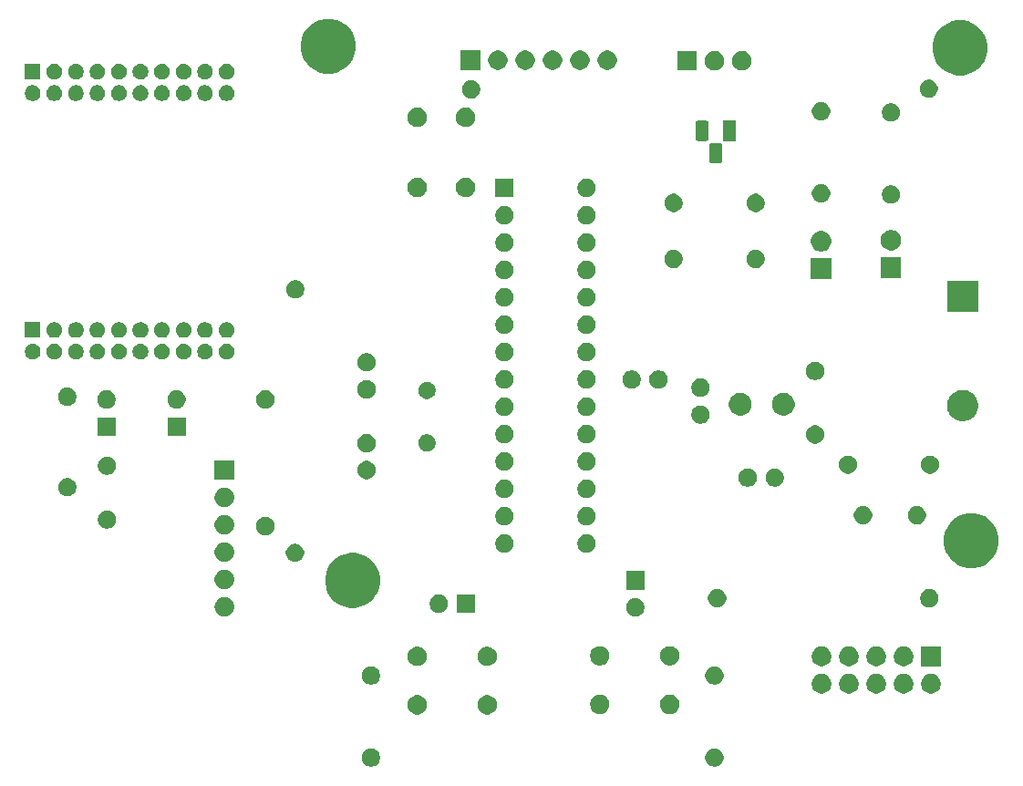
<source format=gbr>
G04 #@! TF.GenerationSoftware,KiCad,Pcbnew,(5.1.5)-3*
G04 #@! TF.CreationDate,2022-01-18T22:05:29-03:00*
G04 #@! TF.ProjectId,Base,42617365-2e6b-4696-9361-645f70636258,rev?*
G04 #@! TF.SameCoordinates,Original*
G04 #@! TF.FileFunction,Soldermask,Top*
G04 #@! TF.FilePolarity,Negative*
%FSLAX46Y46*%
G04 Gerber Fmt 4.6, Leading zero omitted, Abs format (unit mm)*
G04 Created by KiCad (PCBNEW (5.1.5)-3) date 2022-01-18 22:05:29*
%MOMM*%
%LPD*%
G04 APERTURE LIST*
%ADD10C,0.100000*%
G04 APERTURE END LIST*
D10*
G36*
X191948228Y-102681703D02*
G01*
X192103100Y-102745853D01*
X192242481Y-102838985D01*
X192361015Y-102957519D01*
X192454147Y-103096900D01*
X192518297Y-103251772D01*
X192551000Y-103416184D01*
X192551000Y-103583816D01*
X192518297Y-103748228D01*
X192454147Y-103903100D01*
X192361015Y-104042481D01*
X192242481Y-104161015D01*
X192103100Y-104254147D01*
X191948228Y-104318297D01*
X191783816Y-104351000D01*
X191616184Y-104351000D01*
X191451772Y-104318297D01*
X191296900Y-104254147D01*
X191157519Y-104161015D01*
X191038985Y-104042481D01*
X190945853Y-103903100D01*
X190881703Y-103748228D01*
X190849000Y-103583816D01*
X190849000Y-103416184D01*
X190881703Y-103251772D01*
X190945853Y-103096900D01*
X191038985Y-102957519D01*
X191157519Y-102838985D01*
X191296900Y-102745853D01*
X191451772Y-102681703D01*
X191616184Y-102649000D01*
X191783816Y-102649000D01*
X191948228Y-102681703D01*
G37*
G36*
X160048228Y-102681703D02*
G01*
X160203100Y-102745853D01*
X160342481Y-102838985D01*
X160461015Y-102957519D01*
X160554147Y-103096900D01*
X160618297Y-103251772D01*
X160651000Y-103416184D01*
X160651000Y-103583816D01*
X160618297Y-103748228D01*
X160554147Y-103903100D01*
X160461015Y-104042481D01*
X160342481Y-104161015D01*
X160203100Y-104254147D01*
X160048228Y-104318297D01*
X159883816Y-104351000D01*
X159716184Y-104351000D01*
X159551772Y-104318297D01*
X159396900Y-104254147D01*
X159257519Y-104161015D01*
X159138985Y-104042481D01*
X159045853Y-103903100D01*
X158981703Y-103748228D01*
X158949000Y-103583816D01*
X158949000Y-103416184D01*
X158981703Y-103251772D01*
X159045853Y-103096900D01*
X159138985Y-102957519D01*
X159257519Y-102838985D01*
X159396900Y-102745853D01*
X159551772Y-102681703D01*
X159716184Y-102649000D01*
X159883816Y-102649000D01*
X160048228Y-102681703D01*
G37*
G36*
X170713512Y-97703927D02*
G01*
X170862812Y-97733624D01*
X171026784Y-97801544D01*
X171174354Y-97900147D01*
X171299853Y-98025646D01*
X171398456Y-98173216D01*
X171466376Y-98337188D01*
X171501000Y-98511259D01*
X171501000Y-98688741D01*
X171466376Y-98862812D01*
X171398456Y-99026784D01*
X171299853Y-99174354D01*
X171174354Y-99299853D01*
X171026784Y-99398456D01*
X170862812Y-99466376D01*
X170713512Y-99496073D01*
X170688742Y-99501000D01*
X170511258Y-99501000D01*
X170486488Y-99496073D01*
X170337188Y-99466376D01*
X170173216Y-99398456D01*
X170025646Y-99299853D01*
X169900147Y-99174354D01*
X169801544Y-99026784D01*
X169733624Y-98862812D01*
X169699000Y-98688741D01*
X169699000Y-98511259D01*
X169733624Y-98337188D01*
X169801544Y-98173216D01*
X169900147Y-98025646D01*
X170025646Y-97900147D01*
X170173216Y-97801544D01*
X170337188Y-97733624D01*
X170486488Y-97703927D01*
X170511258Y-97699000D01*
X170688742Y-97699000D01*
X170713512Y-97703927D01*
G37*
G36*
X164213512Y-97703927D02*
G01*
X164362812Y-97733624D01*
X164526784Y-97801544D01*
X164674354Y-97900147D01*
X164799853Y-98025646D01*
X164898456Y-98173216D01*
X164966376Y-98337188D01*
X165001000Y-98511259D01*
X165001000Y-98688741D01*
X164966376Y-98862812D01*
X164898456Y-99026784D01*
X164799853Y-99174354D01*
X164674354Y-99299853D01*
X164526784Y-99398456D01*
X164362812Y-99466376D01*
X164213512Y-99496073D01*
X164188742Y-99501000D01*
X164011258Y-99501000D01*
X163986488Y-99496073D01*
X163837188Y-99466376D01*
X163673216Y-99398456D01*
X163525646Y-99299853D01*
X163400147Y-99174354D01*
X163301544Y-99026784D01*
X163233624Y-98862812D01*
X163199000Y-98688741D01*
X163199000Y-98511259D01*
X163233624Y-98337188D01*
X163301544Y-98173216D01*
X163400147Y-98025646D01*
X163525646Y-97900147D01*
X163673216Y-97801544D01*
X163837188Y-97733624D01*
X163986488Y-97703927D01*
X164011258Y-97699000D01*
X164188742Y-97699000D01*
X164213512Y-97703927D01*
G37*
G36*
X187663512Y-97653927D02*
G01*
X187812812Y-97683624D01*
X187976784Y-97751544D01*
X188124354Y-97850147D01*
X188249853Y-97975646D01*
X188348456Y-98123216D01*
X188416376Y-98287188D01*
X188451000Y-98461259D01*
X188451000Y-98638741D01*
X188416376Y-98812812D01*
X188348456Y-98976784D01*
X188249853Y-99124354D01*
X188124354Y-99249853D01*
X187976784Y-99348456D01*
X187812812Y-99416376D01*
X187663512Y-99446073D01*
X187638742Y-99451000D01*
X187461258Y-99451000D01*
X187436488Y-99446073D01*
X187287188Y-99416376D01*
X187123216Y-99348456D01*
X186975646Y-99249853D01*
X186850147Y-99124354D01*
X186751544Y-98976784D01*
X186683624Y-98812812D01*
X186649000Y-98638741D01*
X186649000Y-98461259D01*
X186683624Y-98287188D01*
X186751544Y-98123216D01*
X186850147Y-97975646D01*
X186975646Y-97850147D01*
X187123216Y-97751544D01*
X187287188Y-97683624D01*
X187436488Y-97653927D01*
X187461258Y-97649000D01*
X187638742Y-97649000D01*
X187663512Y-97653927D01*
G37*
G36*
X181163512Y-97653927D02*
G01*
X181312812Y-97683624D01*
X181476784Y-97751544D01*
X181624354Y-97850147D01*
X181749853Y-97975646D01*
X181848456Y-98123216D01*
X181916376Y-98287188D01*
X181951000Y-98461259D01*
X181951000Y-98638741D01*
X181916376Y-98812812D01*
X181848456Y-98976784D01*
X181749853Y-99124354D01*
X181624354Y-99249853D01*
X181476784Y-99348456D01*
X181312812Y-99416376D01*
X181163512Y-99446073D01*
X181138742Y-99451000D01*
X180961258Y-99451000D01*
X180936488Y-99446073D01*
X180787188Y-99416376D01*
X180623216Y-99348456D01*
X180475646Y-99249853D01*
X180350147Y-99124354D01*
X180251544Y-98976784D01*
X180183624Y-98812812D01*
X180149000Y-98638741D01*
X180149000Y-98461259D01*
X180183624Y-98287188D01*
X180251544Y-98123216D01*
X180350147Y-97975646D01*
X180475646Y-97850147D01*
X180623216Y-97751544D01*
X180787188Y-97683624D01*
X180936488Y-97653927D01*
X180961258Y-97649000D01*
X181138742Y-97649000D01*
X181163512Y-97653927D01*
G37*
G36*
X212066778Y-95760547D02*
G01*
X212233224Y-95829491D01*
X212383022Y-95929583D01*
X212510417Y-96056978D01*
X212610509Y-96206776D01*
X212679453Y-96373222D01*
X212714600Y-96549918D01*
X212714600Y-96730082D01*
X212679453Y-96906778D01*
X212610509Y-97073224D01*
X212510417Y-97223022D01*
X212383022Y-97350417D01*
X212233224Y-97450509D01*
X212066778Y-97519453D01*
X211890082Y-97554600D01*
X211709918Y-97554600D01*
X211533222Y-97519453D01*
X211366776Y-97450509D01*
X211216978Y-97350417D01*
X211089583Y-97223022D01*
X210989491Y-97073224D01*
X210920547Y-96906778D01*
X210885400Y-96730082D01*
X210885400Y-96549918D01*
X210920547Y-96373222D01*
X210989491Y-96206776D01*
X211089583Y-96056978D01*
X211216978Y-95929583D01*
X211366776Y-95829491D01*
X211533222Y-95760547D01*
X211709918Y-95725400D01*
X211890082Y-95725400D01*
X212066778Y-95760547D01*
G37*
G36*
X209526778Y-95760547D02*
G01*
X209693224Y-95829491D01*
X209843022Y-95929583D01*
X209970417Y-96056978D01*
X210070509Y-96206776D01*
X210139453Y-96373222D01*
X210174600Y-96549918D01*
X210174600Y-96730082D01*
X210139453Y-96906778D01*
X210070509Y-97073224D01*
X209970417Y-97223022D01*
X209843022Y-97350417D01*
X209693224Y-97450509D01*
X209526778Y-97519453D01*
X209350082Y-97554600D01*
X209169918Y-97554600D01*
X208993222Y-97519453D01*
X208826776Y-97450509D01*
X208676978Y-97350417D01*
X208549583Y-97223022D01*
X208449491Y-97073224D01*
X208380547Y-96906778D01*
X208345400Y-96730082D01*
X208345400Y-96549918D01*
X208380547Y-96373222D01*
X208449491Y-96206776D01*
X208549583Y-96056978D01*
X208676978Y-95929583D01*
X208826776Y-95829491D01*
X208993222Y-95760547D01*
X209169918Y-95725400D01*
X209350082Y-95725400D01*
X209526778Y-95760547D01*
G37*
G36*
X201906778Y-95760547D02*
G01*
X202073224Y-95829491D01*
X202223022Y-95929583D01*
X202350417Y-96056978D01*
X202450509Y-96206776D01*
X202519453Y-96373222D01*
X202554600Y-96549918D01*
X202554600Y-96730082D01*
X202519453Y-96906778D01*
X202450509Y-97073224D01*
X202350417Y-97223022D01*
X202223022Y-97350417D01*
X202073224Y-97450509D01*
X201906778Y-97519453D01*
X201730082Y-97554600D01*
X201549918Y-97554600D01*
X201373222Y-97519453D01*
X201206776Y-97450509D01*
X201056978Y-97350417D01*
X200929583Y-97223022D01*
X200829491Y-97073224D01*
X200760547Y-96906778D01*
X200725400Y-96730082D01*
X200725400Y-96549918D01*
X200760547Y-96373222D01*
X200829491Y-96206776D01*
X200929583Y-96056978D01*
X201056978Y-95929583D01*
X201206776Y-95829491D01*
X201373222Y-95760547D01*
X201549918Y-95725400D01*
X201730082Y-95725400D01*
X201906778Y-95760547D01*
G37*
G36*
X206986778Y-95760547D02*
G01*
X207153224Y-95829491D01*
X207303022Y-95929583D01*
X207430417Y-96056978D01*
X207530509Y-96206776D01*
X207599453Y-96373222D01*
X207634600Y-96549918D01*
X207634600Y-96730082D01*
X207599453Y-96906778D01*
X207530509Y-97073224D01*
X207430417Y-97223022D01*
X207303022Y-97350417D01*
X207153224Y-97450509D01*
X206986778Y-97519453D01*
X206810082Y-97554600D01*
X206629918Y-97554600D01*
X206453222Y-97519453D01*
X206286776Y-97450509D01*
X206136978Y-97350417D01*
X206009583Y-97223022D01*
X205909491Y-97073224D01*
X205840547Y-96906778D01*
X205805400Y-96730082D01*
X205805400Y-96549918D01*
X205840547Y-96373222D01*
X205909491Y-96206776D01*
X206009583Y-96056978D01*
X206136978Y-95929583D01*
X206286776Y-95829491D01*
X206453222Y-95760547D01*
X206629918Y-95725400D01*
X206810082Y-95725400D01*
X206986778Y-95760547D01*
G37*
G36*
X204446778Y-95760547D02*
G01*
X204613224Y-95829491D01*
X204763022Y-95929583D01*
X204890417Y-96056978D01*
X204990509Y-96206776D01*
X205059453Y-96373222D01*
X205094600Y-96549918D01*
X205094600Y-96730082D01*
X205059453Y-96906778D01*
X204990509Y-97073224D01*
X204890417Y-97223022D01*
X204763022Y-97350417D01*
X204613224Y-97450509D01*
X204446778Y-97519453D01*
X204270082Y-97554600D01*
X204089918Y-97554600D01*
X203913222Y-97519453D01*
X203746776Y-97450509D01*
X203596978Y-97350417D01*
X203469583Y-97223022D01*
X203369491Y-97073224D01*
X203300547Y-96906778D01*
X203265400Y-96730082D01*
X203265400Y-96549918D01*
X203300547Y-96373222D01*
X203369491Y-96206776D01*
X203469583Y-96056978D01*
X203596978Y-95929583D01*
X203746776Y-95829491D01*
X203913222Y-95760547D01*
X204089918Y-95725400D01*
X204270082Y-95725400D01*
X204446778Y-95760547D01*
G37*
G36*
X160048228Y-95061703D02*
G01*
X160203100Y-95125853D01*
X160342481Y-95218985D01*
X160461015Y-95337519D01*
X160554147Y-95476900D01*
X160618297Y-95631772D01*
X160651000Y-95796184D01*
X160651000Y-95963816D01*
X160618297Y-96128228D01*
X160554147Y-96283100D01*
X160461015Y-96422481D01*
X160342481Y-96541015D01*
X160203100Y-96634147D01*
X160048228Y-96698297D01*
X159883816Y-96731000D01*
X159716184Y-96731000D01*
X159551772Y-96698297D01*
X159396900Y-96634147D01*
X159257519Y-96541015D01*
X159138985Y-96422481D01*
X159045853Y-96283100D01*
X158981703Y-96128228D01*
X158949000Y-95963816D01*
X158949000Y-95796184D01*
X158981703Y-95631772D01*
X159045853Y-95476900D01*
X159138985Y-95337519D01*
X159257519Y-95218985D01*
X159396900Y-95125853D01*
X159551772Y-95061703D01*
X159716184Y-95029000D01*
X159883816Y-95029000D01*
X160048228Y-95061703D01*
G37*
G36*
X191948228Y-95061703D02*
G01*
X192103100Y-95125853D01*
X192242481Y-95218985D01*
X192361015Y-95337519D01*
X192454147Y-95476900D01*
X192518297Y-95631772D01*
X192551000Y-95796184D01*
X192551000Y-95963816D01*
X192518297Y-96128228D01*
X192454147Y-96283100D01*
X192361015Y-96422481D01*
X192242481Y-96541015D01*
X192103100Y-96634147D01*
X191948228Y-96698297D01*
X191783816Y-96731000D01*
X191616184Y-96731000D01*
X191451772Y-96698297D01*
X191296900Y-96634147D01*
X191157519Y-96541015D01*
X191038985Y-96422481D01*
X190945853Y-96283100D01*
X190881703Y-96128228D01*
X190849000Y-95963816D01*
X190849000Y-95796184D01*
X190881703Y-95631772D01*
X190945853Y-95476900D01*
X191038985Y-95337519D01*
X191157519Y-95218985D01*
X191296900Y-95125853D01*
X191451772Y-95061703D01*
X191616184Y-95029000D01*
X191783816Y-95029000D01*
X191948228Y-95061703D01*
G37*
G36*
X212714600Y-95014600D02*
G01*
X210885400Y-95014600D01*
X210885400Y-93185400D01*
X212714600Y-93185400D01*
X212714600Y-95014600D01*
G37*
G36*
X209526778Y-93220547D02*
G01*
X209693224Y-93289491D01*
X209843022Y-93389583D01*
X209970417Y-93516978D01*
X210070509Y-93666776D01*
X210139453Y-93833222D01*
X210174600Y-94009918D01*
X210174600Y-94190082D01*
X210139453Y-94366778D01*
X210070509Y-94533224D01*
X209970417Y-94683022D01*
X209843022Y-94810417D01*
X209693224Y-94910509D01*
X209526778Y-94979453D01*
X209350082Y-95014600D01*
X209169918Y-95014600D01*
X208993222Y-94979453D01*
X208826776Y-94910509D01*
X208676978Y-94810417D01*
X208549583Y-94683022D01*
X208449491Y-94533224D01*
X208380547Y-94366778D01*
X208345400Y-94190082D01*
X208345400Y-94009918D01*
X208380547Y-93833222D01*
X208449491Y-93666776D01*
X208549583Y-93516978D01*
X208676978Y-93389583D01*
X208826776Y-93289491D01*
X208993222Y-93220547D01*
X209169918Y-93185400D01*
X209350082Y-93185400D01*
X209526778Y-93220547D01*
G37*
G36*
X206986778Y-93220547D02*
G01*
X207153224Y-93289491D01*
X207303022Y-93389583D01*
X207430417Y-93516978D01*
X207530509Y-93666776D01*
X207599453Y-93833222D01*
X207634600Y-94009918D01*
X207634600Y-94190082D01*
X207599453Y-94366778D01*
X207530509Y-94533224D01*
X207430417Y-94683022D01*
X207303022Y-94810417D01*
X207153224Y-94910509D01*
X206986778Y-94979453D01*
X206810082Y-95014600D01*
X206629918Y-95014600D01*
X206453222Y-94979453D01*
X206286776Y-94910509D01*
X206136978Y-94810417D01*
X206009583Y-94683022D01*
X205909491Y-94533224D01*
X205840547Y-94366778D01*
X205805400Y-94190082D01*
X205805400Y-94009918D01*
X205840547Y-93833222D01*
X205909491Y-93666776D01*
X206009583Y-93516978D01*
X206136978Y-93389583D01*
X206286776Y-93289491D01*
X206453222Y-93220547D01*
X206629918Y-93185400D01*
X206810082Y-93185400D01*
X206986778Y-93220547D01*
G37*
G36*
X204446778Y-93220547D02*
G01*
X204613224Y-93289491D01*
X204763022Y-93389583D01*
X204890417Y-93516978D01*
X204990509Y-93666776D01*
X205059453Y-93833222D01*
X205094600Y-94009918D01*
X205094600Y-94190082D01*
X205059453Y-94366778D01*
X204990509Y-94533224D01*
X204890417Y-94683022D01*
X204763022Y-94810417D01*
X204613224Y-94910509D01*
X204446778Y-94979453D01*
X204270082Y-95014600D01*
X204089918Y-95014600D01*
X203913222Y-94979453D01*
X203746776Y-94910509D01*
X203596978Y-94810417D01*
X203469583Y-94683022D01*
X203369491Y-94533224D01*
X203300547Y-94366778D01*
X203265400Y-94190082D01*
X203265400Y-94009918D01*
X203300547Y-93833222D01*
X203369491Y-93666776D01*
X203469583Y-93516978D01*
X203596978Y-93389583D01*
X203746776Y-93289491D01*
X203913222Y-93220547D01*
X204089918Y-93185400D01*
X204270082Y-93185400D01*
X204446778Y-93220547D01*
G37*
G36*
X201906778Y-93220547D02*
G01*
X202073224Y-93289491D01*
X202223022Y-93389583D01*
X202350417Y-93516978D01*
X202450509Y-93666776D01*
X202519453Y-93833222D01*
X202554600Y-94009918D01*
X202554600Y-94190082D01*
X202519453Y-94366778D01*
X202450509Y-94533224D01*
X202350417Y-94683022D01*
X202223022Y-94810417D01*
X202073224Y-94910509D01*
X201906778Y-94979453D01*
X201730082Y-95014600D01*
X201549918Y-95014600D01*
X201373222Y-94979453D01*
X201206776Y-94910509D01*
X201056978Y-94810417D01*
X200929583Y-94683022D01*
X200829491Y-94533224D01*
X200760547Y-94366778D01*
X200725400Y-94190082D01*
X200725400Y-94009918D01*
X200760547Y-93833222D01*
X200829491Y-93666776D01*
X200929583Y-93516978D01*
X201056978Y-93389583D01*
X201206776Y-93289491D01*
X201373222Y-93220547D01*
X201549918Y-93185400D01*
X201730082Y-93185400D01*
X201906778Y-93220547D01*
G37*
G36*
X164213512Y-93203927D02*
G01*
X164362812Y-93233624D01*
X164526784Y-93301544D01*
X164674354Y-93400147D01*
X164799853Y-93525646D01*
X164898456Y-93673216D01*
X164966376Y-93837188D01*
X165001000Y-94011259D01*
X165001000Y-94188741D01*
X164966376Y-94362812D01*
X164898456Y-94526784D01*
X164799853Y-94674354D01*
X164674354Y-94799853D01*
X164526784Y-94898456D01*
X164362812Y-94966376D01*
X164213512Y-94996073D01*
X164188742Y-95001000D01*
X164011258Y-95001000D01*
X163986488Y-94996073D01*
X163837188Y-94966376D01*
X163673216Y-94898456D01*
X163525646Y-94799853D01*
X163400147Y-94674354D01*
X163301544Y-94526784D01*
X163233624Y-94362812D01*
X163199000Y-94188741D01*
X163199000Y-94011259D01*
X163233624Y-93837188D01*
X163301544Y-93673216D01*
X163400147Y-93525646D01*
X163525646Y-93400147D01*
X163673216Y-93301544D01*
X163837188Y-93233624D01*
X163986488Y-93203927D01*
X164011258Y-93199000D01*
X164188742Y-93199000D01*
X164213512Y-93203927D01*
G37*
G36*
X170713512Y-93203927D02*
G01*
X170862812Y-93233624D01*
X171026784Y-93301544D01*
X171174354Y-93400147D01*
X171299853Y-93525646D01*
X171398456Y-93673216D01*
X171466376Y-93837188D01*
X171501000Y-94011259D01*
X171501000Y-94188741D01*
X171466376Y-94362812D01*
X171398456Y-94526784D01*
X171299853Y-94674354D01*
X171174354Y-94799853D01*
X171026784Y-94898456D01*
X170862812Y-94966376D01*
X170713512Y-94996073D01*
X170688742Y-95001000D01*
X170511258Y-95001000D01*
X170486488Y-94996073D01*
X170337188Y-94966376D01*
X170173216Y-94898456D01*
X170025646Y-94799853D01*
X169900147Y-94674354D01*
X169801544Y-94526784D01*
X169733624Y-94362812D01*
X169699000Y-94188741D01*
X169699000Y-94011259D01*
X169733624Y-93837188D01*
X169801544Y-93673216D01*
X169900147Y-93525646D01*
X170025646Y-93400147D01*
X170173216Y-93301544D01*
X170337188Y-93233624D01*
X170486488Y-93203927D01*
X170511258Y-93199000D01*
X170688742Y-93199000D01*
X170713512Y-93203927D01*
G37*
G36*
X187663512Y-93153927D02*
G01*
X187812812Y-93183624D01*
X187976784Y-93251544D01*
X188124354Y-93350147D01*
X188249853Y-93475646D01*
X188348456Y-93623216D01*
X188416376Y-93787188D01*
X188451000Y-93961259D01*
X188451000Y-94138741D01*
X188416376Y-94312812D01*
X188348456Y-94476784D01*
X188249853Y-94624354D01*
X188124354Y-94749853D01*
X187976784Y-94848456D01*
X187812812Y-94916376D01*
X187663512Y-94946073D01*
X187638742Y-94951000D01*
X187461258Y-94951000D01*
X187436488Y-94946073D01*
X187287188Y-94916376D01*
X187123216Y-94848456D01*
X186975646Y-94749853D01*
X186850147Y-94624354D01*
X186751544Y-94476784D01*
X186683624Y-94312812D01*
X186649000Y-94138741D01*
X186649000Y-93961259D01*
X186683624Y-93787188D01*
X186751544Y-93623216D01*
X186850147Y-93475646D01*
X186975646Y-93350147D01*
X187123216Y-93251544D01*
X187287188Y-93183624D01*
X187436488Y-93153927D01*
X187461258Y-93149000D01*
X187638742Y-93149000D01*
X187663512Y-93153927D01*
G37*
G36*
X181163512Y-93153927D02*
G01*
X181312812Y-93183624D01*
X181476784Y-93251544D01*
X181624354Y-93350147D01*
X181749853Y-93475646D01*
X181848456Y-93623216D01*
X181916376Y-93787188D01*
X181951000Y-93961259D01*
X181951000Y-94138741D01*
X181916376Y-94312812D01*
X181848456Y-94476784D01*
X181749853Y-94624354D01*
X181624354Y-94749853D01*
X181476784Y-94848456D01*
X181312812Y-94916376D01*
X181163512Y-94946073D01*
X181138742Y-94951000D01*
X180961258Y-94951000D01*
X180936488Y-94946073D01*
X180787188Y-94916376D01*
X180623216Y-94848456D01*
X180475646Y-94749853D01*
X180350147Y-94624354D01*
X180251544Y-94476784D01*
X180183624Y-94312812D01*
X180149000Y-94138741D01*
X180149000Y-93961259D01*
X180183624Y-93787188D01*
X180251544Y-93623216D01*
X180350147Y-93475646D01*
X180475646Y-93350147D01*
X180623216Y-93251544D01*
X180787188Y-93183624D01*
X180936488Y-93153927D01*
X180961258Y-93149000D01*
X181138742Y-93149000D01*
X181163512Y-93153927D01*
G37*
G36*
X184598228Y-88731703D02*
G01*
X184753100Y-88795853D01*
X184892481Y-88888985D01*
X185011015Y-89007519D01*
X185104147Y-89146900D01*
X185168297Y-89301772D01*
X185201000Y-89466184D01*
X185201000Y-89633816D01*
X185168297Y-89798228D01*
X185104147Y-89953100D01*
X185011015Y-90092481D01*
X184892481Y-90211015D01*
X184753100Y-90304147D01*
X184598228Y-90368297D01*
X184433816Y-90401000D01*
X184266184Y-90401000D01*
X184101772Y-90368297D01*
X183946900Y-90304147D01*
X183807519Y-90211015D01*
X183688985Y-90092481D01*
X183595853Y-89953100D01*
X183531703Y-89798228D01*
X183499000Y-89633816D01*
X183499000Y-89466184D01*
X183531703Y-89301772D01*
X183595853Y-89146900D01*
X183688985Y-89007519D01*
X183807519Y-88888985D01*
X183946900Y-88795853D01*
X184101772Y-88731703D01*
X184266184Y-88699000D01*
X184433816Y-88699000D01*
X184598228Y-88731703D01*
G37*
G36*
X146313512Y-88603927D02*
G01*
X146462812Y-88633624D01*
X146626784Y-88701544D01*
X146774354Y-88800147D01*
X146899853Y-88925646D01*
X146998456Y-89073216D01*
X147066376Y-89237188D01*
X147091006Y-89361015D01*
X147101000Y-89411258D01*
X147101000Y-89588742D01*
X147098144Y-89603100D01*
X147066376Y-89762812D01*
X146998456Y-89926784D01*
X146899853Y-90074354D01*
X146774354Y-90199853D01*
X146626784Y-90298456D01*
X146462812Y-90366376D01*
X146313512Y-90396073D01*
X146288742Y-90401000D01*
X146111258Y-90401000D01*
X146086488Y-90396073D01*
X145937188Y-90366376D01*
X145773216Y-90298456D01*
X145625646Y-90199853D01*
X145500147Y-90074354D01*
X145401544Y-89926784D01*
X145333624Y-89762812D01*
X145301856Y-89603100D01*
X145299000Y-89588742D01*
X145299000Y-89411258D01*
X145308994Y-89361015D01*
X145333624Y-89237188D01*
X145401544Y-89073216D01*
X145500147Y-88925646D01*
X145625646Y-88800147D01*
X145773216Y-88701544D01*
X145937188Y-88633624D01*
X146086488Y-88603927D01*
X146111258Y-88599000D01*
X146288742Y-88599000D01*
X146313512Y-88603927D01*
G37*
G36*
X166348228Y-88381703D02*
G01*
X166503100Y-88445853D01*
X166642481Y-88538985D01*
X166761015Y-88657519D01*
X166854147Y-88796900D01*
X166918297Y-88951772D01*
X166951000Y-89116184D01*
X166951000Y-89283816D01*
X166918297Y-89448228D01*
X166854147Y-89603100D01*
X166761015Y-89742481D01*
X166642481Y-89861015D01*
X166503100Y-89954147D01*
X166348228Y-90018297D01*
X166183816Y-90051000D01*
X166016184Y-90051000D01*
X165851772Y-90018297D01*
X165696900Y-89954147D01*
X165557519Y-89861015D01*
X165438985Y-89742481D01*
X165345853Y-89603100D01*
X165281703Y-89448228D01*
X165249000Y-89283816D01*
X165249000Y-89116184D01*
X165281703Y-88951772D01*
X165345853Y-88796900D01*
X165438985Y-88657519D01*
X165557519Y-88538985D01*
X165696900Y-88445853D01*
X165851772Y-88381703D01*
X166016184Y-88349000D01*
X166183816Y-88349000D01*
X166348228Y-88381703D01*
G37*
G36*
X169451000Y-90051000D02*
G01*
X167749000Y-90051000D01*
X167749000Y-88349000D01*
X169451000Y-88349000D01*
X169451000Y-90051000D01*
G37*
G36*
X158844098Y-84597033D02*
G01*
X159209118Y-84748229D01*
X159308352Y-84789333D01*
X159726168Y-85068509D01*
X160081491Y-85423832D01*
X160334820Y-85802966D01*
X160360668Y-85841650D01*
X160552967Y-86305902D01*
X160651000Y-86798747D01*
X160651000Y-87301253D01*
X160552967Y-87794098D01*
X160402433Y-88157519D01*
X160360667Y-88258352D01*
X160081491Y-88676168D01*
X159726168Y-89031491D01*
X159308352Y-89310667D01*
X159308351Y-89310668D01*
X159308350Y-89310668D01*
X158844098Y-89502967D01*
X158351253Y-89601000D01*
X157848747Y-89601000D01*
X157355902Y-89502967D01*
X156891650Y-89310668D01*
X156891649Y-89310668D01*
X156891648Y-89310667D01*
X156473832Y-89031491D01*
X156118509Y-88676168D01*
X155839333Y-88258352D01*
X155797567Y-88157519D01*
X155647033Y-87794098D01*
X155549000Y-87301253D01*
X155549000Y-86798747D01*
X155647033Y-86305902D01*
X155839332Y-85841650D01*
X155865180Y-85802966D01*
X156118509Y-85423832D01*
X156473832Y-85068509D01*
X156891648Y-84789333D01*
X156990882Y-84748229D01*
X157355902Y-84597033D01*
X157848747Y-84499000D01*
X158351253Y-84499000D01*
X158844098Y-84597033D01*
G37*
G36*
X211898228Y-87881703D02*
G01*
X212053100Y-87945853D01*
X212192481Y-88038985D01*
X212311015Y-88157519D01*
X212404147Y-88296900D01*
X212468297Y-88451772D01*
X212501000Y-88616184D01*
X212501000Y-88783816D01*
X212468297Y-88948228D01*
X212404147Y-89103100D01*
X212311015Y-89242481D01*
X212192481Y-89361015D01*
X212053100Y-89454147D01*
X211898228Y-89518297D01*
X211733816Y-89551000D01*
X211566184Y-89551000D01*
X211401772Y-89518297D01*
X211246900Y-89454147D01*
X211107519Y-89361015D01*
X210988985Y-89242481D01*
X210895853Y-89103100D01*
X210831703Y-88948228D01*
X210799000Y-88783816D01*
X210799000Y-88616184D01*
X210831703Y-88451772D01*
X210895853Y-88296900D01*
X210988985Y-88157519D01*
X211107519Y-88038985D01*
X211246900Y-87945853D01*
X211401772Y-87881703D01*
X211566184Y-87849000D01*
X211733816Y-87849000D01*
X211898228Y-87881703D01*
G37*
G36*
X192198228Y-87881703D02*
G01*
X192353100Y-87945853D01*
X192492481Y-88038985D01*
X192611015Y-88157519D01*
X192704147Y-88296900D01*
X192768297Y-88451772D01*
X192801000Y-88616184D01*
X192801000Y-88783816D01*
X192768297Y-88948228D01*
X192704147Y-89103100D01*
X192611015Y-89242481D01*
X192492481Y-89361015D01*
X192353100Y-89454147D01*
X192198228Y-89518297D01*
X192033816Y-89551000D01*
X191866184Y-89551000D01*
X191701772Y-89518297D01*
X191546900Y-89454147D01*
X191407519Y-89361015D01*
X191288985Y-89242481D01*
X191195853Y-89103100D01*
X191131703Y-88948228D01*
X191099000Y-88783816D01*
X191099000Y-88616184D01*
X191131703Y-88451772D01*
X191195853Y-88296900D01*
X191288985Y-88157519D01*
X191407519Y-88038985D01*
X191546900Y-87945853D01*
X191701772Y-87881703D01*
X191866184Y-87849000D01*
X192033816Y-87849000D01*
X192198228Y-87881703D01*
G37*
G36*
X185201000Y-87901000D02*
G01*
X183499000Y-87901000D01*
X183499000Y-86199000D01*
X185201000Y-86199000D01*
X185201000Y-87901000D01*
G37*
G36*
X146313512Y-86063927D02*
G01*
X146462812Y-86093624D01*
X146626784Y-86161544D01*
X146774354Y-86260147D01*
X146899853Y-86385646D01*
X146998456Y-86533216D01*
X147066376Y-86697188D01*
X147101000Y-86871259D01*
X147101000Y-87048741D01*
X147066376Y-87222812D01*
X146998456Y-87386784D01*
X146899853Y-87534354D01*
X146774354Y-87659853D01*
X146626784Y-87758456D01*
X146462812Y-87826376D01*
X146313512Y-87856073D01*
X146288742Y-87861000D01*
X146111258Y-87861000D01*
X146086488Y-87856073D01*
X145937188Y-87826376D01*
X145773216Y-87758456D01*
X145625646Y-87659853D01*
X145500147Y-87534354D01*
X145401544Y-87386784D01*
X145333624Y-87222812D01*
X145299000Y-87048741D01*
X145299000Y-86871259D01*
X145333624Y-86697188D01*
X145401544Y-86533216D01*
X145500147Y-86385646D01*
X145625646Y-86260147D01*
X145773216Y-86161544D01*
X145937188Y-86093624D01*
X146086488Y-86063927D01*
X146111258Y-86059000D01*
X146288742Y-86059000D01*
X146313512Y-86063927D01*
G37*
G36*
X216294098Y-80897033D02*
G01*
X216745033Y-81083816D01*
X216758352Y-81089333D01*
X217176168Y-81368509D01*
X217531491Y-81723832D01*
X217810667Y-82141648D01*
X217810668Y-82141650D01*
X218002967Y-82605902D01*
X218101000Y-83098747D01*
X218101000Y-83601253D01*
X218002967Y-84094098D01*
X217831216Y-84508742D01*
X217810667Y-84558352D01*
X217531491Y-84976168D01*
X217176168Y-85331491D01*
X216758352Y-85610667D01*
X216758351Y-85610668D01*
X216758350Y-85610668D01*
X216294098Y-85802967D01*
X215801253Y-85901000D01*
X215298747Y-85901000D01*
X214805902Y-85802967D01*
X214341650Y-85610668D01*
X214341649Y-85610668D01*
X214341648Y-85610667D01*
X213923832Y-85331491D01*
X213568509Y-84976168D01*
X213289333Y-84558352D01*
X213268784Y-84508742D01*
X213097033Y-84094098D01*
X212999000Y-83601253D01*
X212999000Y-83098747D01*
X213097033Y-82605902D01*
X213289332Y-82141650D01*
X213289333Y-82141648D01*
X213568509Y-81723832D01*
X213923832Y-81368509D01*
X214341648Y-81089333D01*
X214354967Y-81083816D01*
X214805902Y-80897033D01*
X215298747Y-80799000D01*
X215801253Y-80799000D01*
X216294098Y-80897033D01*
G37*
G36*
X152998228Y-83681703D02*
G01*
X153153100Y-83745853D01*
X153292481Y-83838985D01*
X153411015Y-83957519D01*
X153504147Y-84096900D01*
X153568297Y-84251772D01*
X153601000Y-84416184D01*
X153601000Y-84583816D01*
X153568297Y-84748228D01*
X153504147Y-84903100D01*
X153411015Y-85042481D01*
X153292481Y-85161015D01*
X153153100Y-85254147D01*
X152998228Y-85318297D01*
X152833816Y-85351000D01*
X152666184Y-85351000D01*
X152501772Y-85318297D01*
X152346900Y-85254147D01*
X152207519Y-85161015D01*
X152088985Y-85042481D01*
X151995853Y-84903100D01*
X151931703Y-84748228D01*
X151899000Y-84583816D01*
X151899000Y-84416184D01*
X151931703Y-84251772D01*
X151995853Y-84096900D01*
X152088985Y-83957519D01*
X152207519Y-83838985D01*
X152346900Y-83745853D01*
X152501772Y-83681703D01*
X152666184Y-83649000D01*
X152833816Y-83649000D01*
X152998228Y-83681703D01*
G37*
G36*
X146313512Y-83523927D02*
G01*
X146462812Y-83553624D01*
X146626784Y-83621544D01*
X146774354Y-83720147D01*
X146899853Y-83845646D01*
X146998456Y-83993216D01*
X147066376Y-84157188D01*
X147101000Y-84331259D01*
X147101000Y-84508741D01*
X147066376Y-84682812D01*
X146998456Y-84846784D01*
X146899853Y-84994354D01*
X146774354Y-85119853D01*
X146626784Y-85218456D01*
X146462812Y-85286376D01*
X146313512Y-85316073D01*
X146288742Y-85321000D01*
X146111258Y-85321000D01*
X146086488Y-85316073D01*
X145937188Y-85286376D01*
X145773216Y-85218456D01*
X145625646Y-85119853D01*
X145500147Y-84994354D01*
X145401544Y-84846784D01*
X145333624Y-84682812D01*
X145299000Y-84508741D01*
X145299000Y-84331259D01*
X145333624Y-84157188D01*
X145401544Y-83993216D01*
X145500147Y-83845646D01*
X145625646Y-83720147D01*
X145773216Y-83621544D01*
X145937188Y-83553624D01*
X146086488Y-83523927D01*
X146111258Y-83519000D01*
X146288742Y-83519000D01*
X146313512Y-83523927D01*
G37*
G36*
X172448228Y-82801703D02*
G01*
X172603100Y-82865853D01*
X172742481Y-82958985D01*
X172861015Y-83077519D01*
X172954147Y-83216900D01*
X173018297Y-83371772D01*
X173051000Y-83536184D01*
X173051000Y-83703816D01*
X173018297Y-83868228D01*
X172954147Y-84023100D01*
X172861015Y-84162481D01*
X172742481Y-84281015D01*
X172603100Y-84374147D01*
X172448228Y-84438297D01*
X172283816Y-84471000D01*
X172116184Y-84471000D01*
X171951772Y-84438297D01*
X171796900Y-84374147D01*
X171657519Y-84281015D01*
X171538985Y-84162481D01*
X171445853Y-84023100D01*
X171381703Y-83868228D01*
X171349000Y-83703816D01*
X171349000Y-83536184D01*
X171381703Y-83371772D01*
X171445853Y-83216900D01*
X171538985Y-83077519D01*
X171657519Y-82958985D01*
X171796900Y-82865853D01*
X171951772Y-82801703D01*
X172116184Y-82769000D01*
X172283816Y-82769000D01*
X172448228Y-82801703D01*
G37*
G36*
X180068228Y-82801703D02*
G01*
X180223100Y-82865853D01*
X180362481Y-82958985D01*
X180481015Y-83077519D01*
X180574147Y-83216900D01*
X180638297Y-83371772D01*
X180671000Y-83536184D01*
X180671000Y-83703816D01*
X180638297Y-83868228D01*
X180574147Y-84023100D01*
X180481015Y-84162481D01*
X180362481Y-84281015D01*
X180223100Y-84374147D01*
X180068228Y-84438297D01*
X179903816Y-84471000D01*
X179736184Y-84471000D01*
X179571772Y-84438297D01*
X179416900Y-84374147D01*
X179277519Y-84281015D01*
X179158985Y-84162481D01*
X179065853Y-84023100D01*
X179001703Y-83868228D01*
X178969000Y-83703816D01*
X178969000Y-83536184D01*
X179001703Y-83371772D01*
X179065853Y-83216900D01*
X179158985Y-83077519D01*
X179277519Y-82958985D01*
X179416900Y-82865853D01*
X179571772Y-82801703D01*
X179736184Y-82769000D01*
X179903816Y-82769000D01*
X180068228Y-82801703D01*
G37*
G36*
X150248228Y-81181703D02*
G01*
X150403100Y-81245853D01*
X150542481Y-81338985D01*
X150661015Y-81457519D01*
X150754147Y-81596900D01*
X150818297Y-81751772D01*
X150851000Y-81916184D01*
X150851000Y-82083816D01*
X150818297Y-82248228D01*
X150754147Y-82403100D01*
X150661015Y-82542481D01*
X150542481Y-82661015D01*
X150403100Y-82754147D01*
X150248228Y-82818297D01*
X150083816Y-82851000D01*
X149916184Y-82851000D01*
X149751772Y-82818297D01*
X149596900Y-82754147D01*
X149457519Y-82661015D01*
X149338985Y-82542481D01*
X149245853Y-82403100D01*
X149181703Y-82248228D01*
X149149000Y-82083816D01*
X149149000Y-81916184D01*
X149181703Y-81751772D01*
X149245853Y-81596900D01*
X149338985Y-81457519D01*
X149457519Y-81338985D01*
X149596900Y-81245853D01*
X149751772Y-81181703D01*
X149916184Y-81149000D01*
X150083816Y-81149000D01*
X150248228Y-81181703D01*
G37*
G36*
X146313512Y-80983927D02*
G01*
X146462812Y-81013624D01*
X146626784Y-81081544D01*
X146774354Y-81180147D01*
X146899853Y-81305646D01*
X146998456Y-81453216D01*
X147066376Y-81617188D01*
X147101000Y-81791259D01*
X147101000Y-81968741D01*
X147066376Y-82142812D01*
X146998456Y-82306784D01*
X146899853Y-82454354D01*
X146774354Y-82579853D01*
X146626784Y-82678456D01*
X146462812Y-82746376D01*
X146313512Y-82776073D01*
X146288742Y-82781000D01*
X146111258Y-82781000D01*
X146086488Y-82776073D01*
X145937188Y-82746376D01*
X145773216Y-82678456D01*
X145625646Y-82579853D01*
X145500147Y-82454354D01*
X145401544Y-82306784D01*
X145333624Y-82142812D01*
X145299000Y-81968741D01*
X145299000Y-81791259D01*
X145333624Y-81617188D01*
X145401544Y-81453216D01*
X145500147Y-81305646D01*
X145625646Y-81180147D01*
X145773216Y-81081544D01*
X145937188Y-81013624D01*
X146086488Y-80983927D01*
X146111258Y-80979000D01*
X146288742Y-80979000D01*
X146313512Y-80983927D01*
G37*
G36*
X135548228Y-80581703D02*
G01*
X135703100Y-80645853D01*
X135842481Y-80738985D01*
X135961015Y-80857519D01*
X136054147Y-80996900D01*
X136118297Y-81151772D01*
X136151000Y-81316184D01*
X136151000Y-81483816D01*
X136118297Y-81648228D01*
X136054147Y-81803100D01*
X135961015Y-81942481D01*
X135842481Y-82061015D01*
X135703100Y-82154147D01*
X135548228Y-82218297D01*
X135383816Y-82251000D01*
X135216184Y-82251000D01*
X135051772Y-82218297D01*
X134896900Y-82154147D01*
X134757519Y-82061015D01*
X134638985Y-81942481D01*
X134545853Y-81803100D01*
X134481703Y-81648228D01*
X134449000Y-81483816D01*
X134449000Y-81316184D01*
X134481703Y-81151772D01*
X134545853Y-80996900D01*
X134638985Y-80857519D01*
X134757519Y-80738985D01*
X134896900Y-80645853D01*
X135051772Y-80581703D01*
X135216184Y-80549000D01*
X135383816Y-80549000D01*
X135548228Y-80581703D01*
G37*
G36*
X180068228Y-80261703D02*
G01*
X180223100Y-80325853D01*
X180362481Y-80418985D01*
X180481015Y-80537519D01*
X180574147Y-80676900D01*
X180638297Y-80831772D01*
X180671000Y-80996184D01*
X180671000Y-81163816D01*
X180638297Y-81328228D01*
X180574147Y-81483100D01*
X180481015Y-81622481D01*
X180362481Y-81741015D01*
X180223100Y-81834147D01*
X180068228Y-81898297D01*
X179903816Y-81931000D01*
X179736184Y-81931000D01*
X179571772Y-81898297D01*
X179416900Y-81834147D01*
X179277519Y-81741015D01*
X179158985Y-81622481D01*
X179065853Y-81483100D01*
X179001703Y-81328228D01*
X178969000Y-81163816D01*
X178969000Y-80996184D01*
X179001703Y-80831772D01*
X179065853Y-80676900D01*
X179158985Y-80537519D01*
X179277519Y-80418985D01*
X179416900Y-80325853D01*
X179571772Y-80261703D01*
X179736184Y-80229000D01*
X179903816Y-80229000D01*
X180068228Y-80261703D01*
G37*
G36*
X172448228Y-80261703D02*
G01*
X172603100Y-80325853D01*
X172742481Y-80418985D01*
X172861015Y-80537519D01*
X172954147Y-80676900D01*
X173018297Y-80831772D01*
X173051000Y-80996184D01*
X173051000Y-81163816D01*
X173018297Y-81328228D01*
X172954147Y-81483100D01*
X172861015Y-81622481D01*
X172742481Y-81741015D01*
X172603100Y-81834147D01*
X172448228Y-81898297D01*
X172283816Y-81931000D01*
X172116184Y-81931000D01*
X171951772Y-81898297D01*
X171796900Y-81834147D01*
X171657519Y-81741015D01*
X171538985Y-81622481D01*
X171445853Y-81483100D01*
X171381703Y-81328228D01*
X171349000Y-81163816D01*
X171349000Y-80996184D01*
X171381703Y-80831772D01*
X171445853Y-80676900D01*
X171538985Y-80537519D01*
X171657519Y-80418985D01*
X171796900Y-80325853D01*
X171951772Y-80261703D01*
X172116184Y-80229000D01*
X172283816Y-80229000D01*
X172448228Y-80261703D01*
G37*
G36*
X210748228Y-80181703D02*
G01*
X210903100Y-80245853D01*
X211042481Y-80338985D01*
X211161015Y-80457519D01*
X211254147Y-80596900D01*
X211318297Y-80751772D01*
X211351000Y-80916184D01*
X211351000Y-81083816D01*
X211318297Y-81248228D01*
X211254147Y-81403100D01*
X211161015Y-81542481D01*
X211042481Y-81661015D01*
X210903100Y-81754147D01*
X210748228Y-81818297D01*
X210583816Y-81851000D01*
X210416184Y-81851000D01*
X210251772Y-81818297D01*
X210096900Y-81754147D01*
X209957519Y-81661015D01*
X209838985Y-81542481D01*
X209745853Y-81403100D01*
X209681703Y-81248228D01*
X209649000Y-81083816D01*
X209649000Y-80916184D01*
X209681703Y-80751772D01*
X209745853Y-80596900D01*
X209838985Y-80457519D01*
X209957519Y-80338985D01*
X210096900Y-80245853D01*
X210251772Y-80181703D01*
X210416184Y-80149000D01*
X210583816Y-80149000D01*
X210748228Y-80181703D01*
G37*
G36*
X205748228Y-80181703D02*
G01*
X205903100Y-80245853D01*
X206042481Y-80338985D01*
X206161015Y-80457519D01*
X206254147Y-80596900D01*
X206318297Y-80751772D01*
X206351000Y-80916184D01*
X206351000Y-81083816D01*
X206318297Y-81248228D01*
X206254147Y-81403100D01*
X206161015Y-81542481D01*
X206042481Y-81661015D01*
X205903100Y-81754147D01*
X205748228Y-81818297D01*
X205583816Y-81851000D01*
X205416184Y-81851000D01*
X205251772Y-81818297D01*
X205096900Y-81754147D01*
X204957519Y-81661015D01*
X204838985Y-81542481D01*
X204745853Y-81403100D01*
X204681703Y-81248228D01*
X204649000Y-81083816D01*
X204649000Y-80916184D01*
X204681703Y-80751772D01*
X204745853Y-80596900D01*
X204838985Y-80457519D01*
X204957519Y-80338985D01*
X205096900Y-80245853D01*
X205251772Y-80181703D01*
X205416184Y-80149000D01*
X205583816Y-80149000D01*
X205748228Y-80181703D01*
G37*
G36*
X146313512Y-78443927D02*
G01*
X146462812Y-78473624D01*
X146626784Y-78541544D01*
X146774354Y-78640147D01*
X146899853Y-78765646D01*
X146998456Y-78913216D01*
X147066376Y-79077188D01*
X147091006Y-79201015D01*
X147100949Y-79251000D01*
X147101000Y-79251259D01*
X147101000Y-79428741D01*
X147066376Y-79602812D01*
X146998456Y-79766784D01*
X146899853Y-79914354D01*
X146774354Y-80039853D01*
X146626784Y-80138456D01*
X146462812Y-80206376D01*
X146313512Y-80236073D01*
X146288742Y-80241000D01*
X146111258Y-80241000D01*
X146086488Y-80236073D01*
X145937188Y-80206376D01*
X145773216Y-80138456D01*
X145625646Y-80039853D01*
X145500147Y-79914354D01*
X145401544Y-79766784D01*
X145333624Y-79602812D01*
X145299000Y-79428741D01*
X145299000Y-79251259D01*
X145299052Y-79251000D01*
X145308994Y-79201015D01*
X145333624Y-79077188D01*
X145401544Y-78913216D01*
X145500147Y-78765646D01*
X145625646Y-78640147D01*
X145773216Y-78541544D01*
X145937188Y-78473624D01*
X146086488Y-78443927D01*
X146111258Y-78439000D01*
X146288742Y-78439000D01*
X146313512Y-78443927D01*
G37*
G36*
X180068228Y-77721703D02*
G01*
X180223100Y-77785853D01*
X180362481Y-77878985D01*
X180481015Y-77997519D01*
X180574147Y-78136900D01*
X180638297Y-78291772D01*
X180671000Y-78456184D01*
X180671000Y-78623816D01*
X180638297Y-78788228D01*
X180574147Y-78943100D01*
X180481015Y-79082481D01*
X180362481Y-79201015D01*
X180223100Y-79294147D01*
X180068228Y-79358297D01*
X179903816Y-79391000D01*
X179736184Y-79391000D01*
X179571772Y-79358297D01*
X179416900Y-79294147D01*
X179277519Y-79201015D01*
X179158985Y-79082481D01*
X179065853Y-78943100D01*
X179001703Y-78788228D01*
X178969000Y-78623816D01*
X178969000Y-78456184D01*
X179001703Y-78291772D01*
X179065853Y-78136900D01*
X179158985Y-77997519D01*
X179277519Y-77878985D01*
X179416900Y-77785853D01*
X179571772Y-77721703D01*
X179736184Y-77689000D01*
X179903816Y-77689000D01*
X180068228Y-77721703D01*
G37*
G36*
X172448228Y-77721703D02*
G01*
X172603100Y-77785853D01*
X172742481Y-77878985D01*
X172861015Y-77997519D01*
X172954147Y-78136900D01*
X173018297Y-78291772D01*
X173051000Y-78456184D01*
X173051000Y-78623816D01*
X173018297Y-78788228D01*
X172954147Y-78943100D01*
X172861015Y-79082481D01*
X172742481Y-79201015D01*
X172603100Y-79294147D01*
X172448228Y-79358297D01*
X172283816Y-79391000D01*
X172116184Y-79391000D01*
X171951772Y-79358297D01*
X171796900Y-79294147D01*
X171657519Y-79201015D01*
X171538985Y-79082481D01*
X171445853Y-78943100D01*
X171381703Y-78788228D01*
X171349000Y-78623816D01*
X171349000Y-78456184D01*
X171381703Y-78291772D01*
X171445853Y-78136900D01*
X171538985Y-77997519D01*
X171657519Y-77878985D01*
X171796900Y-77785853D01*
X171951772Y-77721703D01*
X172116184Y-77689000D01*
X172283816Y-77689000D01*
X172448228Y-77721703D01*
G37*
G36*
X131848228Y-77581703D02*
G01*
X132003100Y-77645853D01*
X132142481Y-77738985D01*
X132261015Y-77857519D01*
X132354147Y-77996900D01*
X132418297Y-78151772D01*
X132451000Y-78316184D01*
X132451000Y-78483816D01*
X132418297Y-78648228D01*
X132354147Y-78803100D01*
X132261015Y-78942481D01*
X132142481Y-79061015D01*
X132003100Y-79154147D01*
X131848228Y-79218297D01*
X131683816Y-79251000D01*
X131516184Y-79251000D01*
X131351772Y-79218297D01*
X131196900Y-79154147D01*
X131057519Y-79061015D01*
X130938985Y-78942481D01*
X130845853Y-78803100D01*
X130781703Y-78648228D01*
X130749000Y-78483816D01*
X130749000Y-78316184D01*
X130781703Y-78151772D01*
X130845853Y-77996900D01*
X130938985Y-77857519D01*
X131057519Y-77738985D01*
X131196900Y-77645853D01*
X131351772Y-77581703D01*
X131516184Y-77549000D01*
X131683816Y-77549000D01*
X131848228Y-77581703D01*
G37*
G36*
X197548228Y-76681703D02*
G01*
X197703100Y-76745853D01*
X197842481Y-76838985D01*
X197961015Y-76957519D01*
X198054147Y-77096900D01*
X198118297Y-77251772D01*
X198151000Y-77416184D01*
X198151000Y-77583816D01*
X198118297Y-77748228D01*
X198054147Y-77903100D01*
X197961015Y-78042481D01*
X197842481Y-78161015D01*
X197703100Y-78254147D01*
X197548228Y-78318297D01*
X197383816Y-78351000D01*
X197216184Y-78351000D01*
X197051772Y-78318297D01*
X196896900Y-78254147D01*
X196757519Y-78161015D01*
X196638985Y-78042481D01*
X196545853Y-77903100D01*
X196481703Y-77748228D01*
X196449000Y-77583816D01*
X196449000Y-77416184D01*
X196481703Y-77251772D01*
X196545853Y-77096900D01*
X196638985Y-76957519D01*
X196757519Y-76838985D01*
X196896900Y-76745853D01*
X197051772Y-76681703D01*
X197216184Y-76649000D01*
X197383816Y-76649000D01*
X197548228Y-76681703D01*
G37*
G36*
X195048228Y-76681703D02*
G01*
X195203100Y-76745853D01*
X195342481Y-76838985D01*
X195461015Y-76957519D01*
X195554147Y-77096900D01*
X195618297Y-77251772D01*
X195651000Y-77416184D01*
X195651000Y-77583816D01*
X195618297Y-77748228D01*
X195554147Y-77903100D01*
X195461015Y-78042481D01*
X195342481Y-78161015D01*
X195203100Y-78254147D01*
X195048228Y-78318297D01*
X194883816Y-78351000D01*
X194716184Y-78351000D01*
X194551772Y-78318297D01*
X194396900Y-78254147D01*
X194257519Y-78161015D01*
X194138985Y-78042481D01*
X194045853Y-77903100D01*
X193981703Y-77748228D01*
X193949000Y-77583816D01*
X193949000Y-77416184D01*
X193981703Y-77251772D01*
X194045853Y-77096900D01*
X194138985Y-76957519D01*
X194257519Y-76838985D01*
X194396900Y-76745853D01*
X194551772Y-76681703D01*
X194716184Y-76649000D01*
X194883816Y-76649000D01*
X195048228Y-76681703D01*
G37*
G36*
X147101000Y-77701000D02*
G01*
X145299000Y-77701000D01*
X145299000Y-75899000D01*
X147101000Y-75899000D01*
X147101000Y-77701000D01*
G37*
G36*
X159648228Y-75981703D02*
G01*
X159803100Y-76045853D01*
X159942481Y-76138985D01*
X160061015Y-76257519D01*
X160154147Y-76396900D01*
X160218297Y-76551772D01*
X160251000Y-76716184D01*
X160251000Y-76883816D01*
X160218297Y-77048228D01*
X160154147Y-77203100D01*
X160061015Y-77342481D01*
X159942481Y-77461015D01*
X159803100Y-77554147D01*
X159648228Y-77618297D01*
X159483816Y-77651000D01*
X159316184Y-77651000D01*
X159151772Y-77618297D01*
X158996900Y-77554147D01*
X158857519Y-77461015D01*
X158738985Y-77342481D01*
X158645853Y-77203100D01*
X158581703Y-77048228D01*
X158549000Y-76883816D01*
X158549000Y-76716184D01*
X158581703Y-76551772D01*
X158645853Y-76396900D01*
X158738985Y-76257519D01*
X158857519Y-76138985D01*
X158996900Y-76045853D01*
X159151772Y-75981703D01*
X159316184Y-75949000D01*
X159483816Y-75949000D01*
X159648228Y-75981703D01*
G37*
G36*
X135548228Y-75581703D02*
G01*
X135703100Y-75645853D01*
X135842481Y-75738985D01*
X135961015Y-75857519D01*
X136054147Y-75996900D01*
X136118297Y-76151772D01*
X136151000Y-76316184D01*
X136151000Y-76483816D01*
X136118297Y-76648228D01*
X136054147Y-76803100D01*
X135961015Y-76942481D01*
X135842481Y-77061015D01*
X135703100Y-77154147D01*
X135548228Y-77218297D01*
X135383816Y-77251000D01*
X135216184Y-77251000D01*
X135051772Y-77218297D01*
X134896900Y-77154147D01*
X134757519Y-77061015D01*
X134638985Y-76942481D01*
X134545853Y-76803100D01*
X134481703Y-76648228D01*
X134449000Y-76483816D01*
X134449000Y-76316184D01*
X134481703Y-76151772D01*
X134545853Y-75996900D01*
X134638985Y-75857519D01*
X134757519Y-75738985D01*
X134896900Y-75645853D01*
X135051772Y-75581703D01*
X135216184Y-75549000D01*
X135383816Y-75549000D01*
X135548228Y-75581703D01*
G37*
G36*
X204348228Y-75481703D02*
G01*
X204503100Y-75545853D01*
X204642481Y-75638985D01*
X204761015Y-75757519D01*
X204854147Y-75896900D01*
X204918297Y-76051772D01*
X204951000Y-76216184D01*
X204951000Y-76383816D01*
X204918297Y-76548228D01*
X204854147Y-76703100D01*
X204761015Y-76842481D01*
X204642481Y-76961015D01*
X204503100Y-77054147D01*
X204348228Y-77118297D01*
X204183816Y-77151000D01*
X204016184Y-77151000D01*
X203851772Y-77118297D01*
X203696900Y-77054147D01*
X203557519Y-76961015D01*
X203438985Y-76842481D01*
X203345853Y-76703100D01*
X203281703Y-76548228D01*
X203249000Y-76383816D01*
X203249000Y-76216184D01*
X203281703Y-76051772D01*
X203345853Y-75896900D01*
X203438985Y-75757519D01*
X203557519Y-75638985D01*
X203696900Y-75545853D01*
X203851772Y-75481703D01*
X204016184Y-75449000D01*
X204183816Y-75449000D01*
X204348228Y-75481703D01*
G37*
G36*
X211968228Y-75481703D02*
G01*
X212123100Y-75545853D01*
X212262481Y-75638985D01*
X212381015Y-75757519D01*
X212474147Y-75896900D01*
X212538297Y-76051772D01*
X212571000Y-76216184D01*
X212571000Y-76383816D01*
X212538297Y-76548228D01*
X212474147Y-76703100D01*
X212381015Y-76842481D01*
X212262481Y-76961015D01*
X212123100Y-77054147D01*
X211968228Y-77118297D01*
X211803816Y-77151000D01*
X211636184Y-77151000D01*
X211471772Y-77118297D01*
X211316900Y-77054147D01*
X211177519Y-76961015D01*
X211058985Y-76842481D01*
X210965853Y-76703100D01*
X210901703Y-76548228D01*
X210869000Y-76383816D01*
X210869000Y-76216184D01*
X210901703Y-76051772D01*
X210965853Y-75896900D01*
X211058985Y-75757519D01*
X211177519Y-75638985D01*
X211316900Y-75545853D01*
X211471772Y-75481703D01*
X211636184Y-75449000D01*
X211803816Y-75449000D01*
X211968228Y-75481703D01*
G37*
G36*
X180068228Y-75181703D02*
G01*
X180223100Y-75245853D01*
X180362481Y-75338985D01*
X180481015Y-75457519D01*
X180574147Y-75596900D01*
X180638297Y-75751772D01*
X180671000Y-75916184D01*
X180671000Y-76083816D01*
X180638297Y-76248228D01*
X180574147Y-76403100D01*
X180481015Y-76542481D01*
X180362481Y-76661015D01*
X180223100Y-76754147D01*
X180068228Y-76818297D01*
X179903816Y-76851000D01*
X179736184Y-76851000D01*
X179571772Y-76818297D01*
X179416900Y-76754147D01*
X179277519Y-76661015D01*
X179158985Y-76542481D01*
X179065853Y-76403100D01*
X179001703Y-76248228D01*
X178969000Y-76083816D01*
X178969000Y-75916184D01*
X179001703Y-75751772D01*
X179065853Y-75596900D01*
X179158985Y-75457519D01*
X179277519Y-75338985D01*
X179416900Y-75245853D01*
X179571772Y-75181703D01*
X179736184Y-75149000D01*
X179903816Y-75149000D01*
X180068228Y-75181703D01*
G37*
G36*
X172448228Y-75181703D02*
G01*
X172603100Y-75245853D01*
X172742481Y-75338985D01*
X172861015Y-75457519D01*
X172954147Y-75596900D01*
X173018297Y-75751772D01*
X173051000Y-75916184D01*
X173051000Y-76083816D01*
X173018297Y-76248228D01*
X172954147Y-76403100D01*
X172861015Y-76542481D01*
X172742481Y-76661015D01*
X172603100Y-76754147D01*
X172448228Y-76818297D01*
X172283816Y-76851000D01*
X172116184Y-76851000D01*
X171951772Y-76818297D01*
X171796900Y-76754147D01*
X171657519Y-76661015D01*
X171538985Y-76542481D01*
X171445853Y-76403100D01*
X171381703Y-76248228D01*
X171349000Y-76083816D01*
X171349000Y-75916184D01*
X171381703Y-75751772D01*
X171445853Y-75596900D01*
X171538985Y-75457519D01*
X171657519Y-75338985D01*
X171796900Y-75245853D01*
X171951772Y-75181703D01*
X172116184Y-75149000D01*
X172283816Y-75149000D01*
X172448228Y-75181703D01*
G37*
G36*
X159648228Y-73481703D02*
G01*
X159803100Y-73545853D01*
X159942481Y-73638985D01*
X160061015Y-73757519D01*
X160154147Y-73896900D01*
X160218297Y-74051772D01*
X160251000Y-74216184D01*
X160251000Y-74383816D01*
X160218297Y-74548228D01*
X160154147Y-74703100D01*
X160061015Y-74842481D01*
X159942481Y-74961015D01*
X159803100Y-75054147D01*
X159648228Y-75118297D01*
X159483816Y-75151000D01*
X159316184Y-75151000D01*
X159151772Y-75118297D01*
X158996900Y-75054147D01*
X158857519Y-74961015D01*
X158738985Y-74842481D01*
X158645853Y-74703100D01*
X158581703Y-74548228D01*
X158549000Y-74383816D01*
X158549000Y-74216184D01*
X158581703Y-74051772D01*
X158645853Y-73896900D01*
X158738985Y-73757519D01*
X158857519Y-73638985D01*
X158996900Y-73545853D01*
X159151772Y-73481703D01*
X159316184Y-73449000D01*
X159483816Y-73449000D01*
X159648228Y-73481703D01*
G37*
G36*
X165233642Y-73509781D02*
G01*
X165379414Y-73570162D01*
X165379416Y-73570163D01*
X165510608Y-73657822D01*
X165622178Y-73769392D01*
X165684789Y-73863097D01*
X165709838Y-73900586D01*
X165770219Y-74046358D01*
X165801000Y-74201107D01*
X165801000Y-74358893D01*
X165770219Y-74513642D01*
X165709838Y-74659414D01*
X165709837Y-74659416D01*
X165622178Y-74790608D01*
X165510608Y-74902178D01*
X165379416Y-74989837D01*
X165379415Y-74989838D01*
X165379414Y-74989838D01*
X165233642Y-75050219D01*
X165078893Y-75081000D01*
X164921107Y-75081000D01*
X164766358Y-75050219D01*
X164620586Y-74989838D01*
X164620585Y-74989838D01*
X164620584Y-74989837D01*
X164489392Y-74902178D01*
X164377822Y-74790608D01*
X164290163Y-74659416D01*
X164290162Y-74659414D01*
X164229781Y-74513642D01*
X164199000Y-74358893D01*
X164199000Y-74201107D01*
X164229781Y-74046358D01*
X164290162Y-73900586D01*
X164315211Y-73863097D01*
X164377822Y-73769392D01*
X164489392Y-73657822D01*
X164620584Y-73570163D01*
X164620586Y-73570162D01*
X164766358Y-73509781D01*
X164921107Y-73479000D01*
X165078893Y-73479000D01*
X165233642Y-73509781D01*
G37*
G36*
X201298228Y-72681703D02*
G01*
X201453100Y-72745853D01*
X201592481Y-72838985D01*
X201711015Y-72957519D01*
X201804147Y-73096900D01*
X201868297Y-73251772D01*
X201901000Y-73416184D01*
X201901000Y-73583816D01*
X201868297Y-73748228D01*
X201804147Y-73903100D01*
X201711015Y-74042481D01*
X201592481Y-74161015D01*
X201453100Y-74254147D01*
X201298228Y-74318297D01*
X201133816Y-74351000D01*
X200966184Y-74351000D01*
X200801772Y-74318297D01*
X200646900Y-74254147D01*
X200507519Y-74161015D01*
X200388985Y-74042481D01*
X200295853Y-73903100D01*
X200231703Y-73748228D01*
X200199000Y-73583816D01*
X200199000Y-73416184D01*
X200231703Y-73251772D01*
X200295853Y-73096900D01*
X200388985Y-72957519D01*
X200507519Y-72838985D01*
X200646900Y-72745853D01*
X200801772Y-72681703D01*
X200966184Y-72649000D01*
X201133816Y-72649000D01*
X201298228Y-72681703D01*
G37*
G36*
X172448228Y-72641703D02*
G01*
X172603100Y-72705853D01*
X172742481Y-72798985D01*
X172861015Y-72917519D01*
X172954147Y-73056900D01*
X173018297Y-73211772D01*
X173051000Y-73376184D01*
X173051000Y-73543816D01*
X173018297Y-73708228D01*
X172954147Y-73863100D01*
X172861015Y-74002481D01*
X172742481Y-74121015D01*
X172603100Y-74214147D01*
X172448228Y-74278297D01*
X172283816Y-74311000D01*
X172116184Y-74311000D01*
X171951772Y-74278297D01*
X171796900Y-74214147D01*
X171657519Y-74121015D01*
X171538985Y-74002481D01*
X171445853Y-73863100D01*
X171381703Y-73708228D01*
X171349000Y-73543816D01*
X171349000Y-73376184D01*
X171381703Y-73211772D01*
X171445853Y-73056900D01*
X171538985Y-72917519D01*
X171657519Y-72798985D01*
X171796900Y-72705853D01*
X171951772Y-72641703D01*
X172116184Y-72609000D01*
X172283816Y-72609000D01*
X172448228Y-72641703D01*
G37*
G36*
X180068228Y-72641703D02*
G01*
X180223100Y-72705853D01*
X180362481Y-72798985D01*
X180481015Y-72917519D01*
X180574147Y-73056900D01*
X180638297Y-73211772D01*
X180671000Y-73376184D01*
X180671000Y-73543816D01*
X180638297Y-73708228D01*
X180574147Y-73863100D01*
X180481015Y-74002481D01*
X180362481Y-74121015D01*
X180223100Y-74214147D01*
X180068228Y-74278297D01*
X179903816Y-74311000D01*
X179736184Y-74311000D01*
X179571772Y-74278297D01*
X179416900Y-74214147D01*
X179277519Y-74121015D01*
X179158985Y-74002481D01*
X179065853Y-73863100D01*
X179001703Y-73708228D01*
X178969000Y-73543816D01*
X178969000Y-73376184D01*
X179001703Y-73211772D01*
X179065853Y-73056900D01*
X179158985Y-72917519D01*
X179277519Y-72798985D01*
X179416900Y-72705853D01*
X179571772Y-72641703D01*
X179736184Y-72609000D01*
X179903816Y-72609000D01*
X180068228Y-72641703D01*
G37*
G36*
X142601000Y-73601000D02*
G01*
X140899000Y-73601000D01*
X140899000Y-71899000D01*
X142601000Y-71899000D01*
X142601000Y-73601000D01*
G37*
G36*
X136101000Y-73601000D02*
G01*
X134399000Y-73601000D01*
X134399000Y-71899000D01*
X136101000Y-71899000D01*
X136101000Y-73601000D01*
G37*
G36*
X190648228Y-70831703D02*
G01*
X190803100Y-70895853D01*
X190942481Y-70988985D01*
X191061015Y-71107519D01*
X191154147Y-71246900D01*
X191218297Y-71401772D01*
X191251000Y-71566184D01*
X191251000Y-71733816D01*
X191218297Y-71898228D01*
X191154147Y-72053100D01*
X191061015Y-72192481D01*
X190942481Y-72311015D01*
X190803100Y-72404147D01*
X190648228Y-72468297D01*
X190483816Y-72501000D01*
X190316184Y-72501000D01*
X190151772Y-72468297D01*
X189996900Y-72404147D01*
X189857519Y-72311015D01*
X189738985Y-72192481D01*
X189645853Y-72053100D01*
X189581703Y-71898228D01*
X189549000Y-71733816D01*
X189549000Y-71566184D01*
X189581703Y-71401772D01*
X189645853Y-71246900D01*
X189738985Y-71107519D01*
X189857519Y-70988985D01*
X189996900Y-70895853D01*
X190151772Y-70831703D01*
X190316184Y-70799000D01*
X190483816Y-70799000D01*
X190648228Y-70831703D01*
G37*
G36*
X215173241Y-69414760D02*
G01*
X215437305Y-69524139D01*
X215674958Y-69682934D01*
X215877066Y-69885042D01*
X216035861Y-70122695D01*
X216145240Y-70386759D01*
X216201000Y-70667088D01*
X216201000Y-70952912D01*
X216145240Y-71233241D01*
X216035861Y-71497305D01*
X215877066Y-71734958D01*
X215674958Y-71937066D01*
X215437305Y-72095861D01*
X215173241Y-72205240D01*
X214892912Y-72261000D01*
X214607088Y-72261000D01*
X214326759Y-72205240D01*
X214062695Y-72095861D01*
X213825042Y-71937066D01*
X213622934Y-71734958D01*
X213464139Y-71497305D01*
X213354760Y-71233241D01*
X213299000Y-70952912D01*
X213299000Y-70667088D01*
X213354760Y-70386759D01*
X213464139Y-70122695D01*
X213622934Y-69885042D01*
X213825042Y-69682934D01*
X214062695Y-69524139D01*
X214326759Y-69414760D01*
X214607088Y-69359000D01*
X214892912Y-69359000D01*
X215173241Y-69414760D01*
G37*
G36*
X180068228Y-70101703D02*
G01*
X180223100Y-70165853D01*
X180362481Y-70258985D01*
X180481015Y-70377519D01*
X180574147Y-70516900D01*
X180638297Y-70671772D01*
X180671000Y-70836184D01*
X180671000Y-71003816D01*
X180638297Y-71168228D01*
X180574147Y-71323100D01*
X180481015Y-71462481D01*
X180362481Y-71581015D01*
X180223100Y-71674147D01*
X180068228Y-71738297D01*
X179903816Y-71771000D01*
X179736184Y-71771000D01*
X179571772Y-71738297D01*
X179416900Y-71674147D01*
X179277519Y-71581015D01*
X179158985Y-71462481D01*
X179065853Y-71323100D01*
X179001703Y-71168228D01*
X178969000Y-71003816D01*
X178969000Y-70836184D01*
X179001703Y-70671772D01*
X179065853Y-70516900D01*
X179158985Y-70377519D01*
X179277519Y-70258985D01*
X179416900Y-70165853D01*
X179571772Y-70101703D01*
X179736184Y-70069000D01*
X179903816Y-70069000D01*
X180068228Y-70101703D01*
G37*
G36*
X172448228Y-70101703D02*
G01*
X172603100Y-70165853D01*
X172742481Y-70258985D01*
X172861015Y-70377519D01*
X172954147Y-70516900D01*
X173018297Y-70671772D01*
X173051000Y-70836184D01*
X173051000Y-71003816D01*
X173018297Y-71168228D01*
X172954147Y-71323100D01*
X172861015Y-71462481D01*
X172742481Y-71581015D01*
X172603100Y-71674147D01*
X172448228Y-71738297D01*
X172283816Y-71771000D01*
X172116184Y-71771000D01*
X171951772Y-71738297D01*
X171796900Y-71674147D01*
X171657519Y-71581015D01*
X171538985Y-71462481D01*
X171445853Y-71323100D01*
X171381703Y-71168228D01*
X171349000Y-71003816D01*
X171349000Y-70836184D01*
X171381703Y-70671772D01*
X171445853Y-70516900D01*
X171538985Y-70377519D01*
X171657519Y-70258985D01*
X171796900Y-70165853D01*
X171951772Y-70101703D01*
X172116184Y-70069000D01*
X172283816Y-70069000D01*
X172448228Y-70101703D01*
G37*
G36*
X194406564Y-69689389D02*
G01*
X194557170Y-69751772D01*
X194597835Y-69768616D01*
X194769973Y-69883635D01*
X194916365Y-70030027D01*
X195030606Y-70201000D01*
X195031385Y-70202167D01*
X195110611Y-70393436D01*
X195151000Y-70596484D01*
X195151000Y-70803516D01*
X195110611Y-71006564D01*
X195043648Y-71168228D01*
X195031384Y-71197835D01*
X194916365Y-71369973D01*
X194769973Y-71516365D01*
X194597835Y-71631384D01*
X194597834Y-71631385D01*
X194597833Y-71631385D01*
X194406564Y-71710611D01*
X194203516Y-71751000D01*
X193996484Y-71751000D01*
X193793436Y-71710611D01*
X193602167Y-71631385D01*
X193602166Y-71631385D01*
X193602165Y-71631384D01*
X193430027Y-71516365D01*
X193283635Y-71369973D01*
X193168616Y-71197835D01*
X193156352Y-71168228D01*
X193089389Y-71006564D01*
X193049000Y-70803516D01*
X193049000Y-70596484D01*
X193089389Y-70393436D01*
X193168615Y-70202167D01*
X193169395Y-70201000D01*
X193283635Y-70030027D01*
X193430027Y-69883635D01*
X193602165Y-69768616D01*
X193642830Y-69751772D01*
X193793436Y-69689389D01*
X193996484Y-69649000D01*
X194203516Y-69649000D01*
X194406564Y-69689389D01*
G37*
G36*
X198406564Y-69689389D02*
G01*
X198557170Y-69751772D01*
X198597835Y-69768616D01*
X198769973Y-69883635D01*
X198916365Y-70030027D01*
X199030606Y-70201000D01*
X199031385Y-70202167D01*
X199110611Y-70393436D01*
X199151000Y-70596484D01*
X199151000Y-70803516D01*
X199110611Y-71006564D01*
X199043648Y-71168228D01*
X199031384Y-71197835D01*
X198916365Y-71369973D01*
X198769973Y-71516365D01*
X198597835Y-71631384D01*
X198597834Y-71631385D01*
X198597833Y-71631385D01*
X198406564Y-71710611D01*
X198203516Y-71751000D01*
X197996484Y-71751000D01*
X197793436Y-71710611D01*
X197602167Y-71631385D01*
X197602166Y-71631385D01*
X197602165Y-71631384D01*
X197430027Y-71516365D01*
X197283635Y-71369973D01*
X197168616Y-71197835D01*
X197156352Y-71168228D01*
X197089389Y-71006564D01*
X197049000Y-70803516D01*
X197049000Y-70596484D01*
X197089389Y-70393436D01*
X197168615Y-70202167D01*
X197169395Y-70201000D01*
X197283635Y-70030027D01*
X197430027Y-69883635D01*
X197602165Y-69768616D01*
X197642830Y-69751772D01*
X197793436Y-69689389D01*
X197996484Y-69649000D01*
X198203516Y-69649000D01*
X198406564Y-69689389D01*
G37*
G36*
X150248228Y-69431703D02*
G01*
X150403100Y-69495853D01*
X150542481Y-69588985D01*
X150661015Y-69707519D01*
X150754147Y-69846900D01*
X150818297Y-70001772D01*
X150851000Y-70166184D01*
X150851000Y-70333816D01*
X150818297Y-70498228D01*
X150754147Y-70653100D01*
X150661015Y-70792481D01*
X150542481Y-70911015D01*
X150403100Y-71004147D01*
X150248228Y-71068297D01*
X150083816Y-71101000D01*
X149916184Y-71101000D01*
X149751772Y-71068297D01*
X149596900Y-71004147D01*
X149457519Y-70911015D01*
X149338985Y-70792481D01*
X149245853Y-70653100D01*
X149181703Y-70498228D01*
X149149000Y-70333816D01*
X149149000Y-70166184D01*
X149181703Y-70001772D01*
X149245853Y-69846900D01*
X149338985Y-69707519D01*
X149457519Y-69588985D01*
X149596900Y-69495853D01*
X149751772Y-69431703D01*
X149916184Y-69399000D01*
X150083816Y-69399000D01*
X150248228Y-69431703D01*
G37*
G36*
X135498228Y-69431703D02*
G01*
X135653100Y-69495853D01*
X135792481Y-69588985D01*
X135911015Y-69707519D01*
X136004147Y-69846900D01*
X136068297Y-70001772D01*
X136101000Y-70166184D01*
X136101000Y-70333816D01*
X136068297Y-70498228D01*
X136004147Y-70653100D01*
X135911015Y-70792481D01*
X135792481Y-70911015D01*
X135653100Y-71004147D01*
X135498228Y-71068297D01*
X135333816Y-71101000D01*
X135166184Y-71101000D01*
X135001772Y-71068297D01*
X134846900Y-71004147D01*
X134707519Y-70911015D01*
X134588985Y-70792481D01*
X134495853Y-70653100D01*
X134431703Y-70498228D01*
X134399000Y-70333816D01*
X134399000Y-70166184D01*
X134431703Y-70001772D01*
X134495853Y-69846900D01*
X134588985Y-69707519D01*
X134707519Y-69588985D01*
X134846900Y-69495853D01*
X135001772Y-69431703D01*
X135166184Y-69399000D01*
X135333816Y-69399000D01*
X135498228Y-69431703D01*
G37*
G36*
X141998228Y-69431703D02*
G01*
X142153100Y-69495853D01*
X142292481Y-69588985D01*
X142411015Y-69707519D01*
X142504147Y-69846900D01*
X142568297Y-70001772D01*
X142601000Y-70166184D01*
X142601000Y-70333816D01*
X142568297Y-70498228D01*
X142504147Y-70653100D01*
X142411015Y-70792481D01*
X142292481Y-70911015D01*
X142153100Y-71004147D01*
X141998228Y-71068297D01*
X141833816Y-71101000D01*
X141666184Y-71101000D01*
X141501772Y-71068297D01*
X141346900Y-71004147D01*
X141207519Y-70911015D01*
X141088985Y-70792481D01*
X140995853Y-70653100D01*
X140931703Y-70498228D01*
X140899000Y-70333816D01*
X140899000Y-70166184D01*
X140931703Y-70001772D01*
X140995853Y-69846900D01*
X141088985Y-69707519D01*
X141207519Y-69588985D01*
X141346900Y-69495853D01*
X141501772Y-69431703D01*
X141666184Y-69399000D01*
X141833816Y-69399000D01*
X141998228Y-69431703D01*
G37*
G36*
X131848228Y-69181703D02*
G01*
X132003100Y-69245853D01*
X132142481Y-69338985D01*
X132261015Y-69457519D01*
X132354147Y-69596900D01*
X132418297Y-69751772D01*
X132451000Y-69916184D01*
X132451000Y-70083816D01*
X132418297Y-70248228D01*
X132354147Y-70403100D01*
X132261015Y-70542481D01*
X132142481Y-70661015D01*
X132003100Y-70754147D01*
X131848228Y-70818297D01*
X131683816Y-70851000D01*
X131516184Y-70851000D01*
X131351772Y-70818297D01*
X131196900Y-70754147D01*
X131057519Y-70661015D01*
X130938985Y-70542481D01*
X130845853Y-70403100D01*
X130781703Y-70248228D01*
X130749000Y-70083816D01*
X130749000Y-69916184D01*
X130781703Y-69751772D01*
X130845853Y-69596900D01*
X130938985Y-69457519D01*
X131057519Y-69338985D01*
X131196900Y-69245853D01*
X131351772Y-69181703D01*
X131516184Y-69149000D01*
X131683816Y-69149000D01*
X131848228Y-69181703D01*
G37*
G36*
X165233642Y-68629781D02*
G01*
X165379414Y-68690162D01*
X165379416Y-68690163D01*
X165510608Y-68777822D01*
X165622178Y-68889392D01*
X165709837Y-69020584D01*
X165709838Y-69020586D01*
X165770219Y-69166358D01*
X165801000Y-69321107D01*
X165801000Y-69478893D01*
X165770219Y-69633642D01*
X165709838Y-69779414D01*
X165709837Y-69779416D01*
X165622178Y-69910608D01*
X165510608Y-70022178D01*
X165379416Y-70109837D01*
X165379415Y-70109838D01*
X165379414Y-70109838D01*
X165233642Y-70170219D01*
X165078893Y-70201000D01*
X164921107Y-70201000D01*
X164766358Y-70170219D01*
X164620586Y-70109838D01*
X164620585Y-70109838D01*
X164620584Y-70109837D01*
X164489392Y-70022178D01*
X164377822Y-69910608D01*
X164290163Y-69779416D01*
X164290162Y-69779414D01*
X164229781Y-69633642D01*
X164199000Y-69478893D01*
X164199000Y-69321107D01*
X164229781Y-69166358D01*
X164290162Y-69020586D01*
X164290163Y-69020584D01*
X164377822Y-68889392D01*
X164489392Y-68777822D01*
X164620584Y-68690163D01*
X164620586Y-68690162D01*
X164766358Y-68629781D01*
X164921107Y-68599000D01*
X165078893Y-68599000D01*
X165233642Y-68629781D01*
G37*
G36*
X159648228Y-68481703D02*
G01*
X159803100Y-68545853D01*
X159942481Y-68638985D01*
X160061015Y-68757519D01*
X160154147Y-68896900D01*
X160218297Y-69051772D01*
X160251000Y-69216184D01*
X160251000Y-69383816D01*
X160218297Y-69548228D01*
X160154147Y-69703100D01*
X160061015Y-69842481D01*
X159942481Y-69961015D01*
X159803100Y-70054147D01*
X159648228Y-70118297D01*
X159483816Y-70151000D01*
X159316184Y-70151000D01*
X159151772Y-70118297D01*
X158996900Y-70054147D01*
X158857519Y-69961015D01*
X158738985Y-69842481D01*
X158645853Y-69703100D01*
X158581703Y-69548228D01*
X158549000Y-69383816D01*
X158549000Y-69216184D01*
X158581703Y-69051772D01*
X158645853Y-68896900D01*
X158738985Y-68757519D01*
X158857519Y-68638985D01*
X158996900Y-68545853D01*
X159151772Y-68481703D01*
X159316184Y-68449000D01*
X159483816Y-68449000D01*
X159648228Y-68481703D01*
G37*
G36*
X190648228Y-68331703D02*
G01*
X190803100Y-68395853D01*
X190942481Y-68488985D01*
X191061015Y-68607519D01*
X191154147Y-68746900D01*
X191218297Y-68901772D01*
X191251000Y-69066184D01*
X191251000Y-69233816D01*
X191218297Y-69398228D01*
X191154147Y-69553100D01*
X191061015Y-69692481D01*
X190942481Y-69811015D01*
X190803100Y-69904147D01*
X190648228Y-69968297D01*
X190483816Y-70001000D01*
X190316184Y-70001000D01*
X190151772Y-69968297D01*
X189996900Y-69904147D01*
X189857519Y-69811015D01*
X189738985Y-69692481D01*
X189645853Y-69553100D01*
X189581703Y-69398228D01*
X189549000Y-69233816D01*
X189549000Y-69066184D01*
X189581703Y-68901772D01*
X189645853Y-68746900D01*
X189738985Y-68607519D01*
X189857519Y-68488985D01*
X189996900Y-68395853D01*
X190151772Y-68331703D01*
X190316184Y-68299000D01*
X190483816Y-68299000D01*
X190648228Y-68331703D01*
G37*
G36*
X184248228Y-67581703D02*
G01*
X184403100Y-67645853D01*
X184542481Y-67738985D01*
X184661015Y-67857519D01*
X184754147Y-67996900D01*
X184818297Y-68151772D01*
X184851000Y-68316184D01*
X184851000Y-68483816D01*
X184818297Y-68648228D01*
X184754147Y-68803100D01*
X184661015Y-68942481D01*
X184542481Y-69061015D01*
X184403100Y-69154147D01*
X184248228Y-69218297D01*
X184083816Y-69251000D01*
X183916184Y-69251000D01*
X183751772Y-69218297D01*
X183596900Y-69154147D01*
X183457519Y-69061015D01*
X183338985Y-68942481D01*
X183245853Y-68803100D01*
X183181703Y-68648228D01*
X183149000Y-68483816D01*
X183149000Y-68316184D01*
X183181703Y-68151772D01*
X183245853Y-67996900D01*
X183338985Y-67857519D01*
X183457519Y-67738985D01*
X183596900Y-67645853D01*
X183751772Y-67581703D01*
X183916184Y-67549000D01*
X184083816Y-67549000D01*
X184248228Y-67581703D01*
G37*
G36*
X186748228Y-67581703D02*
G01*
X186903100Y-67645853D01*
X187042481Y-67738985D01*
X187161015Y-67857519D01*
X187254147Y-67996900D01*
X187318297Y-68151772D01*
X187351000Y-68316184D01*
X187351000Y-68483816D01*
X187318297Y-68648228D01*
X187254147Y-68803100D01*
X187161015Y-68942481D01*
X187042481Y-69061015D01*
X186903100Y-69154147D01*
X186748228Y-69218297D01*
X186583816Y-69251000D01*
X186416184Y-69251000D01*
X186251772Y-69218297D01*
X186096900Y-69154147D01*
X185957519Y-69061015D01*
X185838985Y-68942481D01*
X185745853Y-68803100D01*
X185681703Y-68648228D01*
X185649000Y-68483816D01*
X185649000Y-68316184D01*
X185681703Y-68151772D01*
X185745853Y-67996900D01*
X185838985Y-67857519D01*
X185957519Y-67738985D01*
X186096900Y-67645853D01*
X186251772Y-67581703D01*
X186416184Y-67549000D01*
X186583816Y-67549000D01*
X186748228Y-67581703D01*
G37*
G36*
X180068228Y-67561703D02*
G01*
X180223100Y-67625853D01*
X180362481Y-67718985D01*
X180481015Y-67837519D01*
X180574147Y-67976900D01*
X180638297Y-68131772D01*
X180671000Y-68296184D01*
X180671000Y-68463816D01*
X180638297Y-68628228D01*
X180574147Y-68783100D01*
X180481015Y-68922481D01*
X180362481Y-69041015D01*
X180223100Y-69134147D01*
X180068228Y-69198297D01*
X179903816Y-69231000D01*
X179736184Y-69231000D01*
X179571772Y-69198297D01*
X179416900Y-69134147D01*
X179277519Y-69041015D01*
X179158985Y-68922481D01*
X179065853Y-68783100D01*
X179001703Y-68628228D01*
X178969000Y-68463816D01*
X178969000Y-68296184D01*
X179001703Y-68131772D01*
X179065853Y-67976900D01*
X179158985Y-67837519D01*
X179277519Y-67718985D01*
X179416900Y-67625853D01*
X179571772Y-67561703D01*
X179736184Y-67529000D01*
X179903816Y-67529000D01*
X180068228Y-67561703D01*
G37*
G36*
X172448228Y-67561703D02*
G01*
X172603100Y-67625853D01*
X172742481Y-67718985D01*
X172861015Y-67837519D01*
X172954147Y-67976900D01*
X173018297Y-68131772D01*
X173051000Y-68296184D01*
X173051000Y-68463816D01*
X173018297Y-68628228D01*
X172954147Y-68783100D01*
X172861015Y-68922481D01*
X172742481Y-69041015D01*
X172603100Y-69134147D01*
X172448228Y-69198297D01*
X172283816Y-69231000D01*
X172116184Y-69231000D01*
X171951772Y-69198297D01*
X171796900Y-69134147D01*
X171657519Y-69041015D01*
X171538985Y-68922481D01*
X171445853Y-68783100D01*
X171381703Y-68628228D01*
X171349000Y-68463816D01*
X171349000Y-68296184D01*
X171381703Y-68131772D01*
X171445853Y-67976900D01*
X171538985Y-67837519D01*
X171657519Y-67718985D01*
X171796900Y-67625853D01*
X171951772Y-67561703D01*
X172116184Y-67529000D01*
X172283816Y-67529000D01*
X172448228Y-67561703D01*
G37*
G36*
X201298228Y-66781703D02*
G01*
X201453100Y-66845853D01*
X201592481Y-66938985D01*
X201711015Y-67057519D01*
X201804147Y-67196900D01*
X201868297Y-67351772D01*
X201901000Y-67516184D01*
X201901000Y-67683816D01*
X201868297Y-67848228D01*
X201804147Y-68003100D01*
X201711015Y-68142481D01*
X201592481Y-68261015D01*
X201453100Y-68354147D01*
X201298228Y-68418297D01*
X201133816Y-68451000D01*
X200966184Y-68451000D01*
X200801772Y-68418297D01*
X200646900Y-68354147D01*
X200507519Y-68261015D01*
X200388985Y-68142481D01*
X200295853Y-68003100D01*
X200231703Y-67848228D01*
X200199000Y-67683816D01*
X200199000Y-67516184D01*
X200231703Y-67351772D01*
X200295853Y-67196900D01*
X200388985Y-67057519D01*
X200507519Y-66938985D01*
X200646900Y-66845853D01*
X200801772Y-66781703D01*
X200966184Y-66749000D01*
X201133816Y-66749000D01*
X201298228Y-66781703D01*
G37*
G36*
X159648228Y-65981703D02*
G01*
X159803100Y-66045853D01*
X159942481Y-66138985D01*
X160061015Y-66257519D01*
X160154147Y-66396900D01*
X160218297Y-66551772D01*
X160251000Y-66716184D01*
X160251000Y-66883816D01*
X160218297Y-67048228D01*
X160154147Y-67203100D01*
X160061015Y-67342481D01*
X159942481Y-67461015D01*
X159803100Y-67554147D01*
X159648228Y-67618297D01*
X159483816Y-67651000D01*
X159316184Y-67651000D01*
X159151772Y-67618297D01*
X158996900Y-67554147D01*
X158857519Y-67461015D01*
X158738985Y-67342481D01*
X158645853Y-67203100D01*
X158581703Y-67048228D01*
X158549000Y-66883816D01*
X158549000Y-66716184D01*
X158581703Y-66551772D01*
X158645853Y-66396900D01*
X158738985Y-66257519D01*
X158857519Y-66138985D01*
X158996900Y-66045853D01*
X159151772Y-65981703D01*
X159316184Y-65949000D01*
X159483816Y-65949000D01*
X159648228Y-65981703D01*
G37*
G36*
X180068228Y-65021703D02*
G01*
X180223100Y-65085853D01*
X180362481Y-65178985D01*
X180481015Y-65297519D01*
X180574147Y-65436900D01*
X180638297Y-65591772D01*
X180671000Y-65756184D01*
X180671000Y-65923816D01*
X180638297Y-66088228D01*
X180574147Y-66243100D01*
X180481015Y-66382481D01*
X180362481Y-66501015D01*
X180223100Y-66594147D01*
X180068228Y-66658297D01*
X179903816Y-66691000D01*
X179736184Y-66691000D01*
X179571772Y-66658297D01*
X179416900Y-66594147D01*
X179277519Y-66501015D01*
X179158985Y-66382481D01*
X179065853Y-66243100D01*
X179001703Y-66088228D01*
X178969000Y-65923816D01*
X178969000Y-65756184D01*
X179001703Y-65591772D01*
X179065853Y-65436900D01*
X179158985Y-65297519D01*
X179277519Y-65178985D01*
X179416900Y-65085853D01*
X179571772Y-65021703D01*
X179736184Y-64989000D01*
X179903816Y-64989000D01*
X180068228Y-65021703D01*
G37*
G36*
X172448228Y-65021703D02*
G01*
X172603100Y-65085853D01*
X172742481Y-65178985D01*
X172861015Y-65297519D01*
X172954147Y-65436900D01*
X173018297Y-65591772D01*
X173051000Y-65756184D01*
X173051000Y-65923816D01*
X173018297Y-66088228D01*
X172954147Y-66243100D01*
X172861015Y-66382481D01*
X172742481Y-66501015D01*
X172603100Y-66594147D01*
X172448228Y-66658297D01*
X172283816Y-66691000D01*
X172116184Y-66691000D01*
X171951772Y-66658297D01*
X171796900Y-66594147D01*
X171657519Y-66501015D01*
X171538985Y-66382481D01*
X171445853Y-66243100D01*
X171381703Y-66088228D01*
X171349000Y-65923816D01*
X171349000Y-65756184D01*
X171381703Y-65591772D01*
X171445853Y-65436900D01*
X171538985Y-65297519D01*
X171657519Y-65178985D01*
X171796900Y-65085853D01*
X171951772Y-65021703D01*
X172116184Y-64989000D01*
X172283816Y-64989000D01*
X172448228Y-65021703D01*
G37*
G36*
X138611766Y-65101899D02*
G01*
X138743888Y-65156626D01*
X138743890Y-65156627D01*
X138862798Y-65236079D01*
X138963921Y-65337202D01*
X138963922Y-65337204D01*
X139043374Y-65456112D01*
X139098101Y-65588234D01*
X139126000Y-65728494D01*
X139126000Y-65871506D01*
X139098101Y-66011766D01*
X139045405Y-66138985D01*
X139043373Y-66143890D01*
X138963921Y-66262798D01*
X138862798Y-66363921D01*
X138743890Y-66443373D01*
X138743889Y-66443374D01*
X138743888Y-66443374D01*
X138611766Y-66498101D01*
X138471506Y-66526000D01*
X138328494Y-66526000D01*
X138188234Y-66498101D01*
X138056112Y-66443374D01*
X138056111Y-66443374D01*
X138056110Y-66443373D01*
X137937202Y-66363921D01*
X137836079Y-66262798D01*
X137756627Y-66143890D01*
X137754595Y-66138985D01*
X137701899Y-66011766D01*
X137674000Y-65871506D01*
X137674000Y-65728494D01*
X137701899Y-65588234D01*
X137756626Y-65456112D01*
X137836078Y-65337204D01*
X137836079Y-65337202D01*
X137937202Y-65236079D01*
X138056110Y-65156627D01*
X138056112Y-65156626D01*
X138188234Y-65101899D01*
X138328494Y-65074000D01*
X138471506Y-65074000D01*
X138611766Y-65101899D01*
G37*
G36*
X134611766Y-65101899D02*
G01*
X134743888Y-65156626D01*
X134743890Y-65156627D01*
X134862798Y-65236079D01*
X134963921Y-65337202D01*
X134963922Y-65337204D01*
X135043374Y-65456112D01*
X135098101Y-65588234D01*
X135126000Y-65728494D01*
X135126000Y-65871506D01*
X135098101Y-66011766D01*
X135045405Y-66138985D01*
X135043373Y-66143890D01*
X134963921Y-66262798D01*
X134862798Y-66363921D01*
X134743890Y-66443373D01*
X134743889Y-66443374D01*
X134743888Y-66443374D01*
X134611766Y-66498101D01*
X134471506Y-66526000D01*
X134328494Y-66526000D01*
X134188234Y-66498101D01*
X134056112Y-66443374D01*
X134056111Y-66443374D01*
X134056110Y-66443373D01*
X133937202Y-66363921D01*
X133836079Y-66262798D01*
X133756627Y-66143890D01*
X133754595Y-66138985D01*
X133701899Y-66011766D01*
X133674000Y-65871506D01*
X133674000Y-65728494D01*
X133701899Y-65588234D01*
X133756626Y-65456112D01*
X133836078Y-65337204D01*
X133836079Y-65337202D01*
X133937202Y-65236079D01*
X134056110Y-65156627D01*
X134056112Y-65156626D01*
X134188234Y-65101899D01*
X134328494Y-65074000D01*
X134471506Y-65074000D01*
X134611766Y-65101899D01*
G37*
G36*
X140611766Y-65101899D02*
G01*
X140743888Y-65156626D01*
X140743890Y-65156627D01*
X140862798Y-65236079D01*
X140963921Y-65337202D01*
X140963922Y-65337204D01*
X141043374Y-65456112D01*
X141098101Y-65588234D01*
X141126000Y-65728494D01*
X141126000Y-65871506D01*
X141098101Y-66011766D01*
X141045405Y-66138985D01*
X141043373Y-66143890D01*
X140963921Y-66262798D01*
X140862798Y-66363921D01*
X140743890Y-66443373D01*
X140743889Y-66443374D01*
X140743888Y-66443374D01*
X140611766Y-66498101D01*
X140471506Y-66526000D01*
X140328494Y-66526000D01*
X140188234Y-66498101D01*
X140056112Y-66443374D01*
X140056111Y-66443374D01*
X140056110Y-66443373D01*
X139937202Y-66363921D01*
X139836079Y-66262798D01*
X139756627Y-66143890D01*
X139754595Y-66138985D01*
X139701899Y-66011766D01*
X139674000Y-65871506D01*
X139674000Y-65728494D01*
X139701899Y-65588234D01*
X139756626Y-65456112D01*
X139836078Y-65337204D01*
X139836079Y-65337202D01*
X139937202Y-65236079D01*
X140056110Y-65156627D01*
X140056112Y-65156626D01*
X140188234Y-65101899D01*
X140328494Y-65074000D01*
X140471506Y-65074000D01*
X140611766Y-65101899D01*
G37*
G36*
X136611766Y-65101899D02*
G01*
X136743888Y-65156626D01*
X136743890Y-65156627D01*
X136862798Y-65236079D01*
X136963921Y-65337202D01*
X136963922Y-65337204D01*
X137043374Y-65456112D01*
X137098101Y-65588234D01*
X137126000Y-65728494D01*
X137126000Y-65871506D01*
X137098101Y-66011766D01*
X137045405Y-66138985D01*
X137043373Y-66143890D01*
X136963921Y-66262798D01*
X136862798Y-66363921D01*
X136743890Y-66443373D01*
X136743889Y-66443374D01*
X136743888Y-66443374D01*
X136611766Y-66498101D01*
X136471506Y-66526000D01*
X136328494Y-66526000D01*
X136188234Y-66498101D01*
X136056112Y-66443374D01*
X136056111Y-66443374D01*
X136056110Y-66443373D01*
X135937202Y-66363921D01*
X135836079Y-66262798D01*
X135756627Y-66143890D01*
X135754595Y-66138985D01*
X135701899Y-66011766D01*
X135674000Y-65871506D01*
X135674000Y-65728494D01*
X135701899Y-65588234D01*
X135756626Y-65456112D01*
X135836078Y-65337204D01*
X135836079Y-65337202D01*
X135937202Y-65236079D01*
X136056110Y-65156627D01*
X136056112Y-65156626D01*
X136188234Y-65101899D01*
X136328494Y-65074000D01*
X136471506Y-65074000D01*
X136611766Y-65101899D01*
G37*
G36*
X142611766Y-65101899D02*
G01*
X142743888Y-65156626D01*
X142743890Y-65156627D01*
X142862798Y-65236079D01*
X142963921Y-65337202D01*
X142963922Y-65337204D01*
X143043374Y-65456112D01*
X143098101Y-65588234D01*
X143126000Y-65728494D01*
X143126000Y-65871506D01*
X143098101Y-66011766D01*
X143045405Y-66138985D01*
X143043373Y-66143890D01*
X142963921Y-66262798D01*
X142862798Y-66363921D01*
X142743890Y-66443373D01*
X142743889Y-66443374D01*
X142743888Y-66443374D01*
X142611766Y-66498101D01*
X142471506Y-66526000D01*
X142328494Y-66526000D01*
X142188234Y-66498101D01*
X142056112Y-66443374D01*
X142056111Y-66443374D01*
X142056110Y-66443373D01*
X141937202Y-66363921D01*
X141836079Y-66262798D01*
X141756627Y-66143890D01*
X141754595Y-66138985D01*
X141701899Y-66011766D01*
X141674000Y-65871506D01*
X141674000Y-65728494D01*
X141701899Y-65588234D01*
X141756626Y-65456112D01*
X141836078Y-65337204D01*
X141836079Y-65337202D01*
X141937202Y-65236079D01*
X142056110Y-65156627D01*
X142056112Y-65156626D01*
X142188234Y-65101899D01*
X142328494Y-65074000D01*
X142471506Y-65074000D01*
X142611766Y-65101899D01*
G37*
G36*
X130611766Y-65101899D02*
G01*
X130743888Y-65156626D01*
X130743890Y-65156627D01*
X130862798Y-65236079D01*
X130963921Y-65337202D01*
X130963922Y-65337204D01*
X131043374Y-65456112D01*
X131098101Y-65588234D01*
X131126000Y-65728494D01*
X131126000Y-65871506D01*
X131098101Y-66011766D01*
X131045405Y-66138985D01*
X131043373Y-66143890D01*
X130963921Y-66262798D01*
X130862798Y-66363921D01*
X130743890Y-66443373D01*
X130743889Y-66443374D01*
X130743888Y-66443374D01*
X130611766Y-66498101D01*
X130471506Y-66526000D01*
X130328494Y-66526000D01*
X130188234Y-66498101D01*
X130056112Y-66443374D01*
X130056111Y-66443374D01*
X130056110Y-66443373D01*
X129937202Y-66363921D01*
X129836079Y-66262798D01*
X129756627Y-66143890D01*
X129754595Y-66138985D01*
X129701899Y-66011766D01*
X129674000Y-65871506D01*
X129674000Y-65728494D01*
X129701899Y-65588234D01*
X129756626Y-65456112D01*
X129836078Y-65337204D01*
X129836079Y-65337202D01*
X129937202Y-65236079D01*
X130056110Y-65156627D01*
X130056112Y-65156626D01*
X130188234Y-65101899D01*
X130328494Y-65074000D01*
X130471506Y-65074000D01*
X130611766Y-65101899D01*
G37*
G36*
X128611766Y-65101899D02*
G01*
X128743888Y-65156626D01*
X128743890Y-65156627D01*
X128862798Y-65236079D01*
X128963921Y-65337202D01*
X128963922Y-65337204D01*
X129043374Y-65456112D01*
X129098101Y-65588234D01*
X129126000Y-65728494D01*
X129126000Y-65871506D01*
X129098101Y-66011766D01*
X129045405Y-66138985D01*
X129043373Y-66143890D01*
X128963921Y-66262798D01*
X128862798Y-66363921D01*
X128743890Y-66443373D01*
X128743889Y-66443374D01*
X128743888Y-66443374D01*
X128611766Y-66498101D01*
X128471506Y-66526000D01*
X128328494Y-66526000D01*
X128188234Y-66498101D01*
X128056112Y-66443374D01*
X128056111Y-66443374D01*
X128056110Y-66443373D01*
X127937202Y-66363921D01*
X127836079Y-66262798D01*
X127756627Y-66143890D01*
X127754595Y-66138985D01*
X127701899Y-66011766D01*
X127674000Y-65871506D01*
X127674000Y-65728494D01*
X127701899Y-65588234D01*
X127756626Y-65456112D01*
X127836078Y-65337204D01*
X127836079Y-65337202D01*
X127937202Y-65236079D01*
X128056110Y-65156627D01*
X128056112Y-65156626D01*
X128188234Y-65101899D01*
X128328494Y-65074000D01*
X128471506Y-65074000D01*
X128611766Y-65101899D01*
G37*
G36*
X144611766Y-65101899D02*
G01*
X144743888Y-65156626D01*
X144743890Y-65156627D01*
X144862798Y-65236079D01*
X144963921Y-65337202D01*
X144963922Y-65337204D01*
X145043374Y-65456112D01*
X145098101Y-65588234D01*
X145126000Y-65728494D01*
X145126000Y-65871506D01*
X145098101Y-66011766D01*
X145045405Y-66138985D01*
X145043373Y-66143890D01*
X144963921Y-66262798D01*
X144862798Y-66363921D01*
X144743890Y-66443373D01*
X144743889Y-66443374D01*
X144743888Y-66443374D01*
X144611766Y-66498101D01*
X144471506Y-66526000D01*
X144328494Y-66526000D01*
X144188234Y-66498101D01*
X144056112Y-66443374D01*
X144056111Y-66443374D01*
X144056110Y-66443373D01*
X143937202Y-66363921D01*
X143836079Y-66262798D01*
X143756627Y-66143890D01*
X143754595Y-66138985D01*
X143701899Y-66011766D01*
X143674000Y-65871506D01*
X143674000Y-65728494D01*
X143701899Y-65588234D01*
X143756626Y-65456112D01*
X143836078Y-65337204D01*
X143836079Y-65337202D01*
X143937202Y-65236079D01*
X144056110Y-65156627D01*
X144056112Y-65156626D01*
X144188234Y-65101899D01*
X144328494Y-65074000D01*
X144471506Y-65074000D01*
X144611766Y-65101899D01*
G37*
G36*
X146611766Y-65101899D02*
G01*
X146743888Y-65156626D01*
X146743890Y-65156627D01*
X146862798Y-65236079D01*
X146963921Y-65337202D01*
X146963922Y-65337204D01*
X147043374Y-65456112D01*
X147098101Y-65588234D01*
X147126000Y-65728494D01*
X147126000Y-65871506D01*
X147098101Y-66011766D01*
X147045405Y-66138985D01*
X147043373Y-66143890D01*
X146963921Y-66262798D01*
X146862798Y-66363921D01*
X146743890Y-66443373D01*
X146743889Y-66443374D01*
X146743888Y-66443374D01*
X146611766Y-66498101D01*
X146471506Y-66526000D01*
X146328494Y-66526000D01*
X146188234Y-66498101D01*
X146056112Y-66443374D01*
X146056111Y-66443374D01*
X146056110Y-66443373D01*
X145937202Y-66363921D01*
X145836079Y-66262798D01*
X145756627Y-66143890D01*
X145754595Y-66138985D01*
X145701899Y-66011766D01*
X145674000Y-65871506D01*
X145674000Y-65728494D01*
X145701899Y-65588234D01*
X145756626Y-65456112D01*
X145836078Y-65337204D01*
X145836079Y-65337202D01*
X145937202Y-65236079D01*
X146056110Y-65156627D01*
X146056112Y-65156626D01*
X146188234Y-65101899D01*
X146328494Y-65074000D01*
X146471506Y-65074000D01*
X146611766Y-65101899D01*
G37*
G36*
X132611766Y-65101899D02*
G01*
X132743888Y-65156626D01*
X132743890Y-65156627D01*
X132862798Y-65236079D01*
X132963921Y-65337202D01*
X132963922Y-65337204D01*
X133043374Y-65456112D01*
X133098101Y-65588234D01*
X133126000Y-65728494D01*
X133126000Y-65871506D01*
X133098101Y-66011766D01*
X133045405Y-66138985D01*
X133043373Y-66143890D01*
X132963921Y-66262798D01*
X132862798Y-66363921D01*
X132743890Y-66443373D01*
X132743889Y-66443374D01*
X132743888Y-66443374D01*
X132611766Y-66498101D01*
X132471506Y-66526000D01*
X132328494Y-66526000D01*
X132188234Y-66498101D01*
X132056112Y-66443374D01*
X132056111Y-66443374D01*
X132056110Y-66443373D01*
X131937202Y-66363921D01*
X131836079Y-66262798D01*
X131756627Y-66143890D01*
X131754595Y-66138985D01*
X131701899Y-66011766D01*
X131674000Y-65871506D01*
X131674000Y-65728494D01*
X131701899Y-65588234D01*
X131756626Y-65456112D01*
X131836078Y-65337204D01*
X131836079Y-65337202D01*
X131937202Y-65236079D01*
X132056110Y-65156627D01*
X132056112Y-65156626D01*
X132188234Y-65101899D01*
X132328494Y-65074000D01*
X132471506Y-65074000D01*
X132611766Y-65101899D01*
G37*
G36*
X138611766Y-63101899D02*
G01*
X138743888Y-63156626D01*
X138743890Y-63156627D01*
X138862798Y-63236079D01*
X138963921Y-63337202D01*
X139043373Y-63456110D01*
X139043374Y-63456112D01*
X139098101Y-63588234D01*
X139126000Y-63728494D01*
X139126000Y-63871506D01*
X139098101Y-64011766D01*
X139053975Y-64118295D01*
X139043373Y-64143890D01*
X138963921Y-64262798D01*
X138862798Y-64363921D01*
X138743890Y-64443373D01*
X138743889Y-64443374D01*
X138743888Y-64443374D01*
X138611766Y-64498101D01*
X138471506Y-64526000D01*
X138328494Y-64526000D01*
X138188234Y-64498101D01*
X138056112Y-64443374D01*
X138056111Y-64443374D01*
X138056110Y-64443373D01*
X137937202Y-64363921D01*
X137836079Y-64262798D01*
X137756627Y-64143890D01*
X137746025Y-64118295D01*
X137701899Y-64011766D01*
X137674000Y-63871506D01*
X137674000Y-63728494D01*
X137701899Y-63588234D01*
X137756626Y-63456112D01*
X137756627Y-63456110D01*
X137836079Y-63337202D01*
X137937202Y-63236079D01*
X138056110Y-63156627D01*
X138056112Y-63156626D01*
X138188234Y-63101899D01*
X138328494Y-63074000D01*
X138471506Y-63074000D01*
X138611766Y-63101899D01*
G37*
G36*
X130611766Y-63101899D02*
G01*
X130743888Y-63156626D01*
X130743890Y-63156627D01*
X130862798Y-63236079D01*
X130963921Y-63337202D01*
X131043373Y-63456110D01*
X131043374Y-63456112D01*
X131098101Y-63588234D01*
X131126000Y-63728494D01*
X131126000Y-63871506D01*
X131098101Y-64011766D01*
X131053975Y-64118295D01*
X131043373Y-64143890D01*
X130963921Y-64262798D01*
X130862798Y-64363921D01*
X130743890Y-64443373D01*
X130743889Y-64443374D01*
X130743888Y-64443374D01*
X130611766Y-64498101D01*
X130471506Y-64526000D01*
X130328494Y-64526000D01*
X130188234Y-64498101D01*
X130056112Y-64443374D01*
X130056111Y-64443374D01*
X130056110Y-64443373D01*
X129937202Y-64363921D01*
X129836079Y-64262798D01*
X129756627Y-64143890D01*
X129746025Y-64118295D01*
X129701899Y-64011766D01*
X129674000Y-63871506D01*
X129674000Y-63728494D01*
X129701899Y-63588234D01*
X129756626Y-63456112D01*
X129756627Y-63456110D01*
X129836079Y-63337202D01*
X129937202Y-63236079D01*
X130056110Y-63156627D01*
X130056112Y-63156626D01*
X130188234Y-63101899D01*
X130328494Y-63074000D01*
X130471506Y-63074000D01*
X130611766Y-63101899D01*
G37*
G36*
X140611766Y-63101899D02*
G01*
X140743888Y-63156626D01*
X140743890Y-63156627D01*
X140862798Y-63236079D01*
X140963921Y-63337202D01*
X141043373Y-63456110D01*
X141043374Y-63456112D01*
X141098101Y-63588234D01*
X141126000Y-63728494D01*
X141126000Y-63871506D01*
X141098101Y-64011766D01*
X141053975Y-64118295D01*
X141043373Y-64143890D01*
X140963921Y-64262798D01*
X140862798Y-64363921D01*
X140743890Y-64443373D01*
X140743889Y-64443374D01*
X140743888Y-64443374D01*
X140611766Y-64498101D01*
X140471506Y-64526000D01*
X140328494Y-64526000D01*
X140188234Y-64498101D01*
X140056112Y-64443374D01*
X140056111Y-64443374D01*
X140056110Y-64443373D01*
X139937202Y-64363921D01*
X139836079Y-64262798D01*
X139756627Y-64143890D01*
X139746025Y-64118295D01*
X139701899Y-64011766D01*
X139674000Y-63871506D01*
X139674000Y-63728494D01*
X139701899Y-63588234D01*
X139756626Y-63456112D01*
X139756627Y-63456110D01*
X139836079Y-63337202D01*
X139937202Y-63236079D01*
X140056110Y-63156627D01*
X140056112Y-63156626D01*
X140188234Y-63101899D01*
X140328494Y-63074000D01*
X140471506Y-63074000D01*
X140611766Y-63101899D01*
G37*
G36*
X132611766Y-63101899D02*
G01*
X132743888Y-63156626D01*
X132743890Y-63156627D01*
X132862798Y-63236079D01*
X132963921Y-63337202D01*
X133043373Y-63456110D01*
X133043374Y-63456112D01*
X133098101Y-63588234D01*
X133126000Y-63728494D01*
X133126000Y-63871506D01*
X133098101Y-64011766D01*
X133053975Y-64118295D01*
X133043373Y-64143890D01*
X132963921Y-64262798D01*
X132862798Y-64363921D01*
X132743890Y-64443373D01*
X132743889Y-64443374D01*
X132743888Y-64443374D01*
X132611766Y-64498101D01*
X132471506Y-64526000D01*
X132328494Y-64526000D01*
X132188234Y-64498101D01*
X132056112Y-64443374D01*
X132056111Y-64443374D01*
X132056110Y-64443373D01*
X131937202Y-64363921D01*
X131836079Y-64262798D01*
X131756627Y-64143890D01*
X131746025Y-64118295D01*
X131701899Y-64011766D01*
X131674000Y-63871506D01*
X131674000Y-63728494D01*
X131701899Y-63588234D01*
X131756626Y-63456112D01*
X131756627Y-63456110D01*
X131836079Y-63337202D01*
X131937202Y-63236079D01*
X132056110Y-63156627D01*
X132056112Y-63156626D01*
X132188234Y-63101899D01*
X132328494Y-63074000D01*
X132471506Y-63074000D01*
X132611766Y-63101899D01*
G37*
G36*
X136611766Y-63101899D02*
G01*
X136743888Y-63156626D01*
X136743890Y-63156627D01*
X136862798Y-63236079D01*
X136963921Y-63337202D01*
X137043373Y-63456110D01*
X137043374Y-63456112D01*
X137098101Y-63588234D01*
X137126000Y-63728494D01*
X137126000Y-63871506D01*
X137098101Y-64011766D01*
X137053975Y-64118295D01*
X137043373Y-64143890D01*
X136963921Y-64262798D01*
X136862798Y-64363921D01*
X136743890Y-64443373D01*
X136743889Y-64443374D01*
X136743888Y-64443374D01*
X136611766Y-64498101D01*
X136471506Y-64526000D01*
X136328494Y-64526000D01*
X136188234Y-64498101D01*
X136056112Y-64443374D01*
X136056111Y-64443374D01*
X136056110Y-64443373D01*
X135937202Y-64363921D01*
X135836079Y-64262798D01*
X135756627Y-64143890D01*
X135746025Y-64118295D01*
X135701899Y-64011766D01*
X135674000Y-63871506D01*
X135674000Y-63728494D01*
X135701899Y-63588234D01*
X135756626Y-63456112D01*
X135756627Y-63456110D01*
X135836079Y-63337202D01*
X135937202Y-63236079D01*
X136056110Y-63156627D01*
X136056112Y-63156626D01*
X136188234Y-63101899D01*
X136328494Y-63074000D01*
X136471506Y-63074000D01*
X136611766Y-63101899D01*
G37*
G36*
X134611766Y-63101899D02*
G01*
X134743888Y-63156626D01*
X134743890Y-63156627D01*
X134862798Y-63236079D01*
X134963921Y-63337202D01*
X135043373Y-63456110D01*
X135043374Y-63456112D01*
X135098101Y-63588234D01*
X135126000Y-63728494D01*
X135126000Y-63871506D01*
X135098101Y-64011766D01*
X135053975Y-64118295D01*
X135043373Y-64143890D01*
X134963921Y-64262798D01*
X134862798Y-64363921D01*
X134743890Y-64443373D01*
X134743889Y-64443374D01*
X134743888Y-64443374D01*
X134611766Y-64498101D01*
X134471506Y-64526000D01*
X134328494Y-64526000D01*
X134188234Y-64498101D01*
X134056112Y-64443374D01*
X134056111Y-64443374D01*
X134056110Y-64443373D01*
X133937202Y-64363921D01*
X133836079Y-64262798D01*
X133756627Y-64143890D01*
X133746025Y-64118295D01*
X133701899Y-64011766D01*
X133674000Y-63871506D01*
X133674000Y-63728494D01*
X133701899Y-63588234D01*
X133756626Y-63456112D01*
X133756627Y-63456110D01*
X133836079Y-63337202D01*
X133937202Y-63236079D01*
X134056110Y-63156627D01*
X134056112Y-63156626D01*
X134188234Y-63101899D01*
X134328494Y-63074000D01*
X134471506Y-63074000D01*
X134611766Y-63101899D01*
G37*
G36*
X129126000Y-64526000D02*
G01*
X127674000Y-64526000D01*
X127674000Y-63074000D01*
X129126000Y-63074000D01*
X129126000Y-64526000D01*
G37*
G36*
X146611766Y-63101899D02*
G01*
X146743888Y-63156626D01*
X146743890Y-63156627D01*
X146862798Y-63236079D01*
X146963921Y-63337202D01*
X147043373Y-63456110D01*
X147043374Y-63456112D01*
X147098101Y-63588234D01*
X147126000Y-63728494D01*
X147126000Y-63871506D01*
X147098101Y-64011766D01*
X147053975Y-64118295D01*
X147043373Y-64143890D01*
X146963921Y-64262798D01*
X146862798Y-64363921D01*
X146743890Y-64443373D01*
X146743889Y-64443374D01*
X146743888Y-64443374D01*
X146611766Y-64498101D01*
X146471506Y-64526000D01*
X146328494Y-64526000D01*
X146188234Y-64498101D01*
X146056112Y-64443374D01*
X146056111Y-64443374D01*
X146056110Y-64443373D01*
X145937202Y-64363921D01*
X145836079Y-64262798D01*
X145756627Y-64143890D01*
X145746025Y-64118295D01*
X145701899Y-64011766D01*
X145674000Y-63871506D01*
X145674000Y-63728494D01*
X145701899Y-63588234D01*
X145756626Y-63456112D01*
X145756627Y-63456110D01*
X145836079Y-63337202D01*
X145937202Y-63236079D01*
X146056110Y-63156627D01*
X146056112Y-63156626D01*
X146188234Y-63101899D01*
X146328494Y-63074000D01*
X146471506Y-63074000D01*
X146611766Y-63101899D01*
G37*
G36*
X144611766Y-63101899D02*
G01*
X144743888Y-63156626D01*
X144743890Y-63156627D01*
X144862798Y-63236079D01*
X144963921Y-63337202D01*
X145043373Y-63456110D01*
X145043374Y-63456112D01*
X145098101Y-63588234D01*
X145126000Y-63728494D01*
X145126000Y-63871506D01*
X145098101Y-64011766D01*
X145053975Y-64118295D01*
X145043373Y-64143890D01*
X144963921Y-64262798D01*
X144862798Y-64363921D01*
X144743890Y-64443373D01*
X144743889Y-64443374D01*
X144743888Y-64443374D01*
X144611766Y-64498101D01*
X144471506Y-64526000D01*
X144328494Y-64526000D01*
X144188234Y-64498101D01*
X144056112Y-64443374D01*
X144056111Y-64443374D01*
X144056110Y-64443373D01*
X143937202Y-64363921D01*
X143836079Y-64262798D01*
X143756627Y-64143890D01*
X143746025Y-64118295D01*
X143701899Y-64011766D01*
X143674000Y-63871506D01*
X143674000Y-63728494D01*
X143701899Y-63588234D01*
X143756626Y-63456112D01*
X143756627Y-63456110D01*
X143836079Y-63337202D01*
X143937202Y-63236079D01*
X144056110Y-63156627D01*
X144056112Y-63156626D01*
X144188234Y-63101899D01*
X144328494Y-63074000D01*
X144471506Y-63074000D01*
X144611766Y-63101899D01*
G37*
G36*
X142611766Y-63101899D02*
G01*
X142743888Y-63156626D01*
X142743890Y-63156627D01*
X142862798Y-63236079D01*
X142963921Y-63337202D01*
X143043373Y-63456110D01*
X143043374Y-63456112D01*
X143098101Y-63588234D01*
X143126000Y-63728494D01*
X143126000Y-63871506D01*
X143098101Y-64011766D01*
X143053975Y-64118295D01*
X143043373Y-64143890D01*
X142963921Y-64262798D01*
X142862798Y-64363921D01*
X142743890Y-64443373D01*
X142743889Y-64443374D01*
X142743888Y-64443374D01*
X142611766Y-64498101D01*
X142471506Y-64526000D01*
X142328494Y-64526000D01*
X142188234Y-64498101D01*
X142056112Y-64443374D01*
X142056111Y-64443374D01*
X142056110Y-64443373D01*
X141937202Y-64363921D01*
X141836079Y-64262798D01*
X141756627Y-64143890D01*
X141746025Y-64118295D01*
X141701899Y-64011766D01*
X141674000Y-63871506D01*
X141674000Y-63728494D01*
X141701899Y-63588234D01*
X141756626Y-63456112D01*
X141756627Y-63456110D01*
X141836079Y-63337202D01*
X141937202Y-63236079D01*
X142056110Y-63156627D01*
X142056112Y-63156626D01*
X142188234Y-63101899D01*
X142328494Y-63074000D01*
X142471506Y-63074000D01*
X142611766Y-63101899D01*
G37*
G36*
X180068228Y-62481703D02*
G01*
X180223100Y-62545853D01*
X180362481Y-62638985D01*
X180481015Y-62757519D01*
X180574147Y-62896900D01*
X180638297Y-63051772D01*
X180671000Y-63216184D01*
X180671000Y-63383816D01*
X180638297Y-63548228D01*
X180574147Y-63703100D01*
X180481015Y-63842481D01*
X180362481Y-63961015D01*
X180223100Y-64054147D01*
X180068228Y-64118297D01*
X179903816Y-64151000D01*
X179736184Y-64151000D01*
X179571772Y-64118297D01*
X179416900Y-64054147D01*
X179277519Y-63961015D01*
X179158985Y-63842481D01*
X179065853Y-63703100D01*
X179001703Y-63548228D01*
X178969000Y-63383816D01*
X178969000Y-63216184D01*
X179001703Y-63051772D01*
X179065853Y-62896900D01*
X179158985Y-62757519D01*
X179277519Y-62638985D01*
X179416900Y-62545853D01*
X179571772Y-62481703D01*
X179736184Y-62449000D01*
X179903816Y-62449000D01*
X180068228Y-62481703D01*
G37*
G36*
X172448228Y-62481703D02*
G01*
X172603100Y-62545853D01*
X172742481Y-62638985D01*
X172861015Y-62757519D01*
X172954147Y-62896900D01*
X173018297Y-63051772D01*
X173051000Y-63216184D01*
X173051000Y-63383816D01*
X173018297Y-63548228D01*
X172954147Y-63703100D01*
X172861015Y-63842481D01*
X172742481Y-63961015D01*
X172603100Y-64054147D01*
X172448228Y-64118297D01*
X172283816Y-64151000D01*
X172116184Y-64151000D01*
X171951772Y-64118297D01*
X171796900Y-64054147D01*
X171657519Y-63961015D01*
X171538985Y-63842481D01*
X171445853Y-63703100D01*
X171381703Y-63548228D01*
X171349000Y-63383816D01*
X171349000Y-63216184D01*
X171381703Y-63051772D01*
X171445853Y-62896900D01*
X171538985Y-62757519D01*
X171657519Y-62638985D01*
X171796900Y-62545853D01*
X171951772Y-62481703D01*
X172116184Y-62449000D01*
X172283816Y-62449000D01*
X172448228Y-62481703D01*
G37*
G36*
X216201000Y-62101000D02*
G01*
X213299000Y-62101000D01*
X213299000Y-59199000D01*
X216201000Y-59199000D01*
X216201000Y-62101000D01*
G37*
G36*
X180068228Y-59941703D02*
G01*
X180223100Y-60005853D01*
X180362481Y-60098985D01*
X180481015Y-60217519D01*
X180574147Y-60356900D01*
X180638297Y-60511772D01*
X180671000Y-60676184D01*
X180671000Y-60843816D01*
X180638297Y-61008228D01*
X180574147Y-61163100D01*
X180481015Y-61302481D01*
X180362481Y-61421015D01*
X180223100Y-61514147D01*
X180068228Y-61578297D01*
X179903816Y-61611000D01*
X179736184Y-61611000D01*
X179571772Y-61578297D01*
X179416900Y-61514147D01*
X179277519Y-61421015D01*
X179158985Y-61302481D01*
X179065853Y-61163100D01*
X179001703Y-61008228D01*
X178969000Y-60843816D01*
X178969000Y-60676184D01*
X179001703Y-60511772D01*
X179065853Y-60356900D01*
X179158985Y-60217519D01*
X179277519Y-60098985D01*
X179416900Y-60005853D01*
X179571772Y-59941703D01*
X179736184Y-59909000D01*
X179903816Y-59909000D01*
X180068228Y-59941703D01*
G37*
G36*
X172448228Y-59941703D02*
G01*
X172603100Y-60005853D01*
X172742481Y-60098985D01*
X172861015Y-60217519D01*
X172954147Y-60356900D01*
X173018297Y-60511772D01*
X173051000Y-60676184D01*
X173051000Y-60843816D01*
X173018297Y-61008228D01*
X172954147Y-61163100D01*
X172861015Y-61302481D01*
X172742481Y-61421015D01*
X172603100Y-61514147D01*
X172448228Y-61578297D01*
X172283816Y-61611000D01*
X172116184Y-61611000D01*
X171951772Y-61578297D01*
X171796900Y-61514147D01*
X171657519Y-61421015D01*
X171538985Y-61302481D01*
X171445853Y-61163100D01*
X171381703Y-61008228D01*
X171349000Y-60843816D01*
X171349000Y-60676184D01*
X171381703Y-60511772D01*
X171445853Y-60356900D01*
X171538985Y-60217519D01*
X171657519Y-60098985D01*
X171796900Y-60005853D01*
X171951772Y-59941703D01*
X172116184Y-59909000D01*
X172283816Y-59909000D01*
X172448228Y-59941703D01*
G37*
G36*
X153023228Y-59206703D02*
G01*
X153178100Y-59270853D01*
X153317481Y-59363985D01*
X153436015Y-59482519D01*
X153529147Y-59621900D01*
X153593297Y-59776772D01*
X153626000Y-59941184D01*
X153626000Y-60108816D01*
X153593297Y-60273228D01*
X153529147Y-60428100D01*
X153436015Y-60567481D01*
X153317481Y-60686015D01*
X153178100Y-60779147D01*
X153023228Y-60843297D01*
X152858816Y-60876000D01*
X152691184Y-60876000D01*
X152526772Y-60843297D01*
X152371900Y-60779147D01*
X152232519Y-60686015D01*
X152113985Y-60567481D01*
X152020853Y-60428100D01*
X151956703Y-60273228D01*
X151924000Y-60108816D01*
X151924000Y-59941184D01*
X151956703Y-59776772D01*
X152020853Y-59621900D01*
X152113985Y-59482519D01*
X152232519Y-59363985D01*
X152371900Y-59270853D01*
X152526772Y-59206703D01*
X152691184Y-59174000D01*
X152858816Y-59174000D01*
X153023228Y-59206703D01*
G37*
G36*
X172448228Y-57401703D02*
G01*
X172603100Y-57465853D01*
X172742481Y-57558985D01*
X172861015Y-57677519D01*
X172954147Y-57816900D01*
X173018297Y-57971772D01*
X173051000Y-58136184D01*
X173051000Y-58303816D01*
X173018297Y-58468228D01*
X172954147Y-58623100D01*
X172861015Y-58762481D01*
X172742481Y-58881015D01*
X172603100Y-58974147D01*
X172448228Y-59038297D01*
X172283816Y-59071000D01*
X172116184Y-59071000D01*
X171951772Y-59038297D01*
X171796900Y-58974147D01*
X171657519Y-58881015D01*
X171538985Y-58762481D01*
X171445853Y-58623100D01*
X171381703Y-58468228D01*
X171349000Y-58303816D01*
X171349000Y-58136184D01*
X171381703Y-57971772D01*
X171445853Y-57816900D01*
X171538985Y-57677519D01*
X171657519Y-57558985D01*
X171796900Y-57465853D01*
X171951772Y-57401703D01*
X172116184Y-57369000D01*
X172283816Y-57369000D01*
X172448228Y-57401703D01*
G37*
G36*
X180068228Y-57401703D02*
G01*
X180223100Y-57465853D01*
X180362481Y-57558985D01*
X180481015Y-57677519D01*
X180574147Y-57816900D01*
X180638297Y-57971772D01*
X180671000Y-58136184D01*
X180671000Y-58303816D01*
X180638297Y-58468228D01*
X180574147Y-58623100D01*
X180481015Y-58762481D01*
X180362481Y-58881015D01*
X180223100Y-58974147D01*
X180068228Y-59038297D01*
X179903816Y-59071000D01*
X179736184Y-59071000D01*
X179571772Y-59038297D01*
X179416900Y-58974147D01*
X179277519Y-58881015D01*
X179158985Y-58762481D01*
X179065853Y-58623100D01*
X179001703Y-58468228D01*
X178969000Y-58303816D01*
X178969000Y-58136184D01*
X179001703Y-57971772D01*
X179065853Y-57816900D01*
X179158985Y-57677519D01*
X179277519Y-57558985D01*
X179416900Y-57465853D01*
X179571772Y-57401703D01*
X179736184Y-57369000D01*
X179903816Y-57369000D01*
X180068228Y-57401703D01*
G37*
G36*
X202551000Y-59051000D02*
G01*
X200649000Y-59051000D01*
X200649000Y-57149000D01*
X202551000Y-57149000D01*
X202551000Y-59051000D01*
G37*
G36*
X209051000Y-58951000D02*
G01*
X207149000Y-58951000D01*
X207149000Y-57049000D01*
X209051000Y-57049000D01*
X209051000Y-58951000D01*
G37*
G36*
X188148228Y-56381703D02*
G01*
X188303100Y-56445853D01*
X188442481Y-56538985D01*
X188561015Y-56657519D01*
X188654147Y-56796900D01*
X188718297Y-56951772D01*
X188751000Y-57116184D01*
X188751000Y-57283816D01*
X188718297Y-57448228D01*
X188654147Y-57603100D01*
X188561015Y-57742481D01*
X188442481Y-57861015D01*
X188303100Y-57954147D01*
X188148228Y-58018297D01*
X187983816Y-58051000D01*
X187816184Y-58051000D01*
X187651772Y-58018297D01*
X187496900Y-57954147D01*
X187357519Y-57861015D01*
X187238985Y-57742481D01*
X187145853Y-57603100D01*
X187081703Y-57448228D01*
X187049000Y-57283816D01*
X187049000Y-57116184D01*
X187081703Y-56951772D01*
X187145853Y-56796900D01*
X187238985Y-56657519D01*
X187357519Y-56538985D01*
X187496900Y-56445853D01*
X187651772Y-56381703D01*
X187816184Y-56349000D01*
X187983816Y-56349000D01*
X188148228Y-56381703D01*
G37*
G36*
X195768228Y-56381703D02*
G01*
X195923100Y-56445853D01*
X196062481Y-56538985D01*
X196181015Y-56657519D01*
X196274147Y-56796900D01*
X196338297Y-56951772D01*
X196371000Y-57116184D01*
X196371000Y-57283816D01*
X196338297Y-57448228D01*
X196274147Y-57603100D01*
X196181015Y-57742481D01*
X196062481Y-57861015D01*
X195923100Y-57954147D01*
X195768228Y-58018297D01*
X195603816Y-58051000D01*
X195436184Y-58051000D01*
X195271772Y-58018297D01*
X195116900Y-57954147D01*
X194977519Y-57861015D01*
X194858985Y-57742481D01*
X194765853Y-57603100D01*
X194701703Y-57448228D01*
X194669000Y-57283816D01*
X194669000Y-57116184D01*
X194701703Y-56951772D01*
X194765853Y-56796900D01*
X194858985Y-56657519D01*
X194977519Y-56538985D01*
X195116900Y-56445853D01*
X195271772Y-56381703D01*
X195436184Y-56349000D01*
X195603816Y-56349000D01*
X195768228Y-56381703D01*
G37*
G36*
X172448228Y-54861703D02*
G01*
X172603100Y-54925853D01*
X172742481Y-55018985D01*
X172861015Y-55137519D01*
X172954147Y-55276900D01*
X173018297Y-55431772D01*
X173051000Y-55596184D01*
X173051000Y-55763816D01*
X173018297Y-55928228D01*
X172954147Y-56083100D01*
X172861015Y-56222481D01*
X172742481Y-56341015D01*
X172603100Y-56434147D01*
X172448228Y-56498297D01*
X172283816Y-56531000D01*
X172116184Y-56531000D01*
X171951772Y-56498297D01*
X171796900Y-56434147D01*
X171657519Y-56341015D01*
X171538985Y-56222481D01*
X171445853Y-56083100D01*
X171381703Y-55928228D01*
X171349000Y-55763816D01*
X171349000Y-55596184D01*
X171381703Y-55431772D01*
X171445853Y-55276900D01*
X171538985Y-55137519D01*
X171657519Y-55018985D01*
X171796900Y-54925853D01*
X171951772Y-54861703D01*
X172116184Y-54829000D01*
X172283816Y-54829000D01*
X172448228Y-54861703D01*
G37*
G36*
X180068228Y-54861703D02*
G01*
X180223100Y-54925853D01*
X180362481Y-55018985D01*
X180481015Y-55137519D01*
X180574147Y-55276900D01*
X180638297Y-55431772D01*
X180671000Y-55596184D01*
X180671000Y-55763816D01*
X180638297Y-55928228D01*
X180574147Y-56083100D01*
X180481015Y-56222481D01*
X180362481Y-56341015D01*
X180223100Y-56434147D01*
X180068228Y-56498297D01*
X179903816Y-56531000D01*
X179736184Y-56531000D01*
X179571772Y-56498297D01*
X179416900Y-56434147D01*
X179277519Y-56341015D01*
X179158985Y-56222481D01*
X179065853Y-56083100D01*
X179001703Y-55928228D01*
X178969000Y-55763816D01*
X178969000Y-55596184D01*
X179001703Y-55431772D01*
X179065853Y-55276900D01*
X179158985Y-55137519D01*
X179277519Y-55018985D01*
X179416900Y-54925853D01*
X179571772Y-54861703D01*
X179736184Y-54829000D01*
X179903816Y-54829000D01*
X180068228Y-54861703D01*
G37*
G36*
X201877395Y-54645546D02*
G01*
X202050466Y-54717234D01*
X202056566Y-54721310D01*
X202206227Y-54821310D01*
X202338690Y-54953773D01*
X202338691Y-54953775D01*
X202442766Y-55109534D01*
X202514454Y-55282605D01*
X202551000Y-55466333D01*
X202551000Y-55653667D01*
X202514454Y-55837395D01*
X202442766Y-56010466D01*
X202442765Y-56010467D01*
X202338690Y-56166227D01*
X202206227Y-56298690D01*
X202142883Y-56341015D01*
X202050466Y-56402766D01*
X201877395Y-56474454D01*
X201693667Y-56511000D01*
X201506333Y-56511000D01*
X201322605Y-56474454D01*
X201149534Y-56402766D01*
X201057117Y-56341015D01*
X200993773Y-56298690D01*
X200861310Y-56166227D01*
X200757235Y-56010467D01*
X200757234Y-56010466D01*
X200685546Y-55837395D01*
X200649000Y-55653667D01*
X200649000Y-55466333D01*
X200685546Y-55282605D01*
X200757234Y-55109534D01*
X200861309Y-54953775D01*
X200861310Y-54953773D01*
X200993773Y-54821310D01*
X201143434Y-54721310D01*
X201149534Y-54717234D01*
X201322605Y-54645546D01*
X201506333Y-54609000D01*
X201693667Y-54609000D01*
X201877395Y-54645546D01*
G37*
G36*
X208377395Y-54545546D02*
G01*
X208550466Y-54617234D01*
X208550467Y-54617235D01*
X208706227Y-54721310D01*
X208838690Y-54853773D01*
X208843990Y-54861705D01*
X208942766Y-55009534D01*
X209014454Y-55182605D01*
X209051000Y-55366333D01*
X209051000Y-55553667D01*
X209014454Y-55737395D01*
X208942766Y-55910466D01*
X208942765Y-55910467D01*
X208838690Y-56066227D01*
X208706227Y-56198690D01*
X208670621Y-56222481D01*
X208550466Y-56302766D01*
X208377395Y-56374454D01*
X208193667Y-56411000D01*
X208006333Y-56411000D01*
X207822605Y-56374454D01*
X207649534Y-56302766D01*
X207529379Y-56222481D01*
X207493773Y-56198690D01*
X207361310Y-56066227D01*
X207257235Y-55910467D01*
X207257234Y-55910466D01*
X207185546Y-55737395D01*
X207149000Y-55553667D01*
X207149000Y-55366333D01*
X207185546Y-55182605D01*
X207257234Y-55009534D01*
X207356010Y-54861705D01*
X207361310Y-54853773D01*
X207493773Y-54721310D01*
X207649533Y-54617235D01*
X207649534Y-54617234D01*
X207822605Y-54545546D01*
X208006333Y-54509000D01*
X208193667Y-54509000D01*
X208377395Y-54545546D01*
G37*
G36*
X180068228Y-52321703D02*
G01*
X180223100Y-52385853D01*
X180362481Y-52478985D01*
X180481015Y-52597519D01*
X180574147Y-52736900D01*
X180638297Y-52891772D01*
X180671000Y-53056184D01*
X180671000Y-53223816D01*
X180638297Y-53388228D01*
X180574147Y-53543100D01*
X180481015Y-53682481D01*
X180362481Y-53801015D01*
X180223100Y-53894147D01*
X180068228Y-53958297D01*
X179903816Y-53991000D01*
X179736184Y-53991000D01*
X179571772Y-53958297D01*
X179416900Y-53894147D01*
X179277519Y-53801015D01*
X179158985Y-53682481D01*
X179065853Y-53543100D01*
X179001703Y-53388228D01*
X178969000Y-53223816D01*
X178969000Y-53056184D01*
X179001703Y-52891772D01*
X179065853Y-52736900D01*
X179158985Y-52597519D01*
X179277519Y-52478985D01*
X179416900Y-52385853D01*
X179571772Y-52321703D01*
X179736184Y-52289000D01*
X179903816Y-52289000D01*
X180068228Y-52321703D01*
G37*
G36*
X172448228Y-52321703D02*
G01*
X172603100Y-52385853D01*
X172742481Y-52478985D01*
X172861015Y-52597519D01*
X172954147Y-52736900D01*
X173018297Y-52891772D01*
X173051000Y-53056184D01*
X173051000Y-53223816D01*
X173018297Y-53388228D01*
X172954147Y-53543100D01*
X172861015Y-53682481D01*
X172742481Y-53801015D01*
X172603100Y-53894147D01*
X172448228Y-53958297D01*
X172283816Y-53991000D01*
X172116184Y-53991000D01*
X171951772Y-53958297D01*
X171796900Y-53894147D01*
X171657519Y-53801015D01*
X171538985Y-53682481D01*
X171445853Y-53543100D01*
X171381703Y-53388228D01*
X171349000Y-53223816D01*
X171349000Y-53056184D01*
X171381703Y-52891772D01*
X171445853Y-52736900D01*
X171538985Y-52597519D01*
X171657519Y-52478985D01*
X171796900Y-52385853D01*
X171951772Y-52321703D01*
X172116184Y-52289000D01*
X172283816Y-52289000D01*
X172448228Y-52321703D01*
G37*
G36*
X195768228Y-51181703D02*
G01*
X195923100Y-51245853D01*
X196062481Y-51338985D01*
X196181015Y-51457519D01*
X196274147Y-51596900D01*
X196338297Y-51751772D01*
X196371000Y-51916184D01*
X196371000Y-52083816D01*
X196338297Y-52248228D01*
X196274147Y-52403100D01*
X196181015Y-52542481D01*
X196062481Y-52661015D01*
X195923100Y-52754147D01*
X195768228Y-52818297D01*
X195603816Y-52851000D01*
X195436184Y-52851000D01*
X195271772Y-52818297D01*
X195116900Y-52754147D01*
X194977519Y-52661015D01*
X194858985Y-52542481D01*
X194765853Y-52403100D01*
X194701703Y-52248228D01*
X194669000Y-52083816D01*
X194669000Y-51916184D01*
X194701703Y-51751772D01*
X194765853Y-51596900D01*
X194858985Y-51457519D01*
X194977519Y-51338985D01*
X195116900Y-51245853D01*
X195271772Y-51181703D01*
X195436184Y-51149000D01*
X195603816Y-51149000D01*
X195768228Y-51181703D01*
G37*
G36*
X188148228Y-51181703D02*
G01*
X188303100Y-51245853D01*
X188442481Y-51338985D01*
X188561015Y-51457519D01*
X188654147Y-51596900D01*
X188718297Y-51751772D01*
X188751000Y-51916184D01*
X188751000Y-52083816D01*
X188718297Y-52248228D01*
X188654147Y-52403100D01*
X188561015Y-52542481D01*
X188442481Y-52661015D01*
X188303100Y-52754147D01*
X188148228Y-52818297D01*
X187983816Y-52851000D01*
X187816184Y-52851000D01*
X187651772Y-52818297D01*
X187496900Y-52754147D01*
X187357519Y-52661015D01*
X187238985Y-52542481D01*
X187145853Y-52403100D01*
X187081703Y-52248228D01*
X187049000Y-52083816D01*
X187049000Y-51916184D01*
X187081703Y-51751772D01*
X187145853Y-51596900D01*
X187238985Y-51457519D01*
X187357519Y-51338985D01*
X187496900Y-51245853D01*
X187651772Y-51181703D01*
X187816184Y-51149000D01*
X187983816Y-51149000D01*
X188148228Y-51181703D01*
G37*
G36*
X208348228Y-50401703D02*
G01*
X208503100Y-50465853D01*
X208642481Y-50558985D01*
X208761015Y-50677519D01*
X208854147Y-50816900D01*
X208918297Y-50971772D01*
X208951000Y-51136184D01*
X208951000Y-51303816D01*
X208918297Y-51468228D01*
X208854147Y-51623100D01*
X208761015Y-51762481D01*
X208642481Y-51881015D01*
X208503100Y-51974147D01*
X208348228Y-52038297D01*
X208183816Y-52071000D01*
X208016184Y-52071000D01*
X207851772Y-52038297D01*
X207696900Y-51974147D01*
X207557519Y-51881015D01*
X207438985Y-51762481D01*
X207345853Y-51623100D01*
X207281703Y-51468228D01*
X207249000Y-51303816D01*
X207249000Y-51136184D01*
X207281703Y-50971772D01*
X207345853Y-50816900D01*
X207438985Y-50677519D01*
X207557519Y-50558985D01*
X207696900Y-50465853D01*
X207851772Y-50401703D01*
X208016184Y-50369000D01*
X208183816Y-50369000D01*
X208348228Y-50401703D01*
G37*
G36*
X201848228Y-50301703D02*
G01*
X202003100Y-50365853D01*
X202142481Y-50458985D01*
X202261015Y-50577519D01*
X202354147Y-50716900D01*
X202418297Y-50871772D01*
X202451000Y-51036184D01*
X202451000Y-51203816D01*
X202418297Y-51368228D01*
X202354147Y-51523100D01*
X202261015Y-51662481D01*
X202142481Y-51781015D01*
X202003100Y-51874147D01*
X201848228Y-51938297D01*
X201683816Y-51971000D01*
X201516184Y-51971000D01*
X201351772Y-51938297D01*
X201196900Y-51874147D01*
X201057519Y-51781015D01*
X200938985Y-51662481D01*
X200845853Y-51523100D01*
X200781703Y-51368228D01*
X200749000Y-51203816D01*
X200749000Y-51036184D01*
X200781703Y-50871772D01*
X200845853Y-50716900D01*
X200938985Y-50577519D01*
X201057519Y-50458985D01*
X201196900Y-50365853D01*
X201351772Y-50301703D01*
X201516184Y-50269000D01*
X201683816Y-50269000D01*
X201848228Y-50301703D01*
G37*
G36*
X180068228Y-49781703D02*
G01*
X180223100Y-49845853D01*
X180362481Y-49938985D01*
X180481015Y-50057519D01*
X180574147Y-50196900D01*
X180638297Y-50351772D01*
X180671000Y-50516184D01*
X180671000Y-50683816D01*
X180638297Y-50848228D01*
X180574147Y-51003100D01*
X180481015Y-51142481D01*
X180362481Y-51261015D01*
X180223100Y-51354147D01*
X180068228Y-51418297D01*
X179903816Y-51451000D01*
X179736184Y-51451000D01*
X179571772Y-51418297D01*
X179416900Y-51354147D01*
X179277519Y-51261015D01*
X179158985Y-51142481D01*
X179065853Y-51003100D01*
X179001703Y-50848228D01*
X178969000Y-50683816D01*
X178969000Y-50516184D01*
X179001703Y-50351772D01*
X179065853Y-50196900D01*
X179158985Y-50057519D01*
X179277519Y-49938985D01*
X179416900Y-49845853D01*
X179571772Y-49781703D01*
X179736184Y-49749000D01*
X179903816Y-49749000D01*
X180068228Y-49781703D01*
G37*
G36*
X164213512Y-49653927D02*
G01*
X164362812Y-49683624D01*
X164526784Y-49751544D01*
X164674354Y-49850147D01*
X164799853Y-49975646D01*
X164898456Y-50123216D01*
X164966376Y-50287188D01*
X165001000Y-50461259D01*
X165001000Y-50638741D01*
X164966376Y-50812812D01*
X164898456Y-50976784D01*
X164799853Y-51124354D01*
X164674354Y-51249853D01*
X164526784Y-51348456D01*
X164362812Y-51416376D01*
X164213512Y-51446073D01*
X164188742Y-51451000D01*
X164011258Y-51451000D01*
X163986488Y-51446073D01*
X163837188Y-51416376D01*
X163673216Y-51348456D01*
X163525646Y-51249853D01*
X163400147Y-51124354D01*
X163301544Y-50976784D01*
X163233624Y-50812812D01*
X163199000Y-50638741D01*
X163199000Y-50461259D01*
X163233624Y-50287188D01*
X163301544Y-50123216D01*
X163400147Y-49975646D01*
X163525646Y-49850147D01*
X163673216Y-49751544D01*
X163837188Y-49683624D01*
X163986488Y-49653927D01*
X164011258Y-49649000D01*
X164188742Y-49649000D01*
X164213512Y-49653927D01*
G37*
G36*
X173051000Y-51451000D02*
G01*
X171349000Y-51451000D01*
X171349000Y-49749000D01*
X173051000Y-49749000D01*
X173051000Y-51451000D01*
G37*
G36*
X168713512Y-49653927D02*
G01*
X168862812Y-49683624D01*
X169026784Y-49751544D01*
X169174354Y-49850147D01*
X169299853Y-49975646D01*
X169398456Y-50123216D01*
X169466376Y-50287188D01*
X169501000Y-50461259D01*
X169501000Y-50638741D01*
X169466376Y-50812812D01*
X169398456Y-50976784D01*
X169299853Y-51124354D01*
X169174354Y-51249853D01*
X169026784Y-51348456D01*
X168862812Y-51416376D01*
X168713512Y-51446073D01*
X168688742Y-51451000D01*
X168511258Y-51451000D01*
X168486488Y-51446073D01*
X168337188Y-51416376D01*
X168173216Y-51348456D01*
X168025646Y-51249853D01*
X167900147Y-51124354D01*
X167801544Y-50976784D01*
X167733624Y-50812812D01*
X167699000Y-50638741D01*
X167699000Y-50461259D01*
X167733624Y-50287188D01*
X167801544Y-50123216D01*
X167900147Y-49975646D01*
X168025646Y-49850147D01*
X168173216Y-49751544D01*
X168337188Y-49683624D01*
X168486488Y-49653927D01*
X168511258Y-49649000D01*
X168688742Y-49649000D01*
X168713512Y-49653927D01*
G37*
G36*
X192239315Y-46424166D02*
G01*
X192283847Y-46437675D01*
X192315077Y-46454368D01*
X192329680Y-46460417D01*
X192340744Y-46472624D01*
X192360864Y-46489136D01*
X192390385Y-46525108D01*
X192412326Y-46566157D01*
X192425834Y-46610685D01*
X192431000Y-46663140D01*
X192431000Y-48076860D01*
X192425834Y-48129315D01*
X192412326Y-48173843D01*
X192390385Y-48214892D01*
X192360864Y-48250864D01*
X192324892Y-48280385D01*
X192283843Y-48302326D01*
X192239315Y-48315834D01*
X192186860Y-48321000D01*
X191473140Y-48321000D01*
X191420685Y-48315834D01*
X191376157Y-48302326D01*
X191335108Y-48280385D01*
X191299136Y-48250864D01*
X191269615Y-48214892D01*
X191247674Y-48173843D01*
X191234166Y-48129315D01*
X191229000Y-48076860D01*
X191229000Y-46663140D01*
X191234166Y-46610685D01*
X191247674Y-46566157D01*
X191269615Y-46525108D01*
X191299136Y-46489136D01*
X191335108Y-46459615D01*
X191376157Y-46437674D01*
X191420685Y-46424166D01*
X191473140Y-46419000D01*
X192186860Y-46419000D01*
X192239315Y-46424166D01*
G37*
G36*
X193701000Y-46251000D02*
G01*
X192499000Y-46251000D01*
X192499000Y-44349000D01*
X193701000Y-44349000D01*
X193701000Y-46251000D01*
G37*
G36*
X190969315Y-44354166D02*
G01*
X191013843Y-44367674D01*
X191054892Y-44389615D01*
X191090864Y-44419136D01*
X191120385Y-44455108D01*
X191142326Y-44496157D01*
X191155834Y-44540685D01*
X191161000Y-44593140D01*
X191161000Y-46006860D01*
X191155834Y-46059315D01*
X191142326Y-46103843D01*
X191120385Y-46144892D01*
X191090864Y-46180864D01*
X191054892Y-46210385D01*
X191013843Y-46232326D01*
X190969315Y-46245834D01*
X190916860Y-46251000D01*
X190203140Y-46251000D01*
X190150685Y-46245834D01*
X190106157Y-46232326D01*
X190065108Y-46210385D01*
X190029136Y-46180864D01*
X189999615Y-46144892D01*
X189977674Y-46103843D01*
X189964166Y-46059315D01*
X189959000Y-46006860D01*
X189959000Y-44593140D01*
X189964166Y-44540685D01*
X189977674Y-44496157D01*
X189999615Y-44455108D01*
X190029136Y-44419136D01*
X190065108Y-44389615D01*
X190106157Y-44367674D01*
X190150685Y-44354166D01*
X190203140Y-44349000D01*
X190916860Y-44349000D01*
X190969315Y-44354166D01*
G37*
G36*
X164213512Y-43153927D02*
G01*
X164362812Y-43183624D01*
X164526784Y-43251544D01*
X164674354Y-43350147D01*
X164799853Y-43475646D01*
X164898456Y-43623216D01*
X164966376Y-43787188D01*
X165001000Y-43961259D01*
X165001000Y-44138741D01*
X164966376Y-44312812D01*
X164898456Y-44476784D01*
X164799853Y-44624354D01*
X164674354Y-44749853D01*
X164526784Y-44848456D01*
X164362812Y-44916376D01*
X164213512Y-44946073D01*
X164188742Y-44951000D01*
X164011258Y-44951000D01*
X163986488Y-44946073D01*
X163837188Y-44916376D01*
X163673216Y-44848456D01*
X163525646Y-44749853D01*
X163400147Y-44624354D01*
X163301544Y-44476784D01*
X163233624Y-44312812D01*
X163199000Y-44138741D01*
X163199000Y-43961259D01*
X163233624Y-43787188D01*
X163301544Y-43623216D01*
X163400147Y-43475646D01*
X163525646Y-43350147D01*
X163673216Y-43251544D01*
X163837188Y-43183624D01*
X163986488Y-43153927D01*
X164011258Y-43149000D01*
X164188742Y-43149000D01*
X164213512Y-43153927D01*
G37*
G36*
X168713512Y-43153927D02*
G01*
X168862812Y-43183624D01*
X169026784Y-43251544D01*
X169174354Y-43350147D01*
X169299853Y-43475646D01*
X169398456Y-43623216D01*
X169466376Y-43787188D01*
X169501000Y-43961259D01*
X169501000Y-44138741D01*
X169466376Y-44312812D01*
X169398456Y-44476784D01*
X169299853Y-44624354D01*
X169174354Y-44749853D01*
X169026784Y-44848456D01*
X168862812Y-44916376D01*
X168713512Y-44946073D01*
X168688742Y-44951000D01*
X168511258Y-44951000D01*
X168486488Y-44946073D01*
X168337188Y-44916376D01*
X168173216Y-44848456D01*
X168025646Y-44749853D01*
X167900147Y-44624354D01*
X167801544Y-44476784D01*
X167733624Y-44312812D01*
X167699000Y-44138741D01*
X167699000Y-43961259D01*
X167733624Y-43787188D01*
X167801544Y-43623216D01*
X167900147Y-43475646D01*
X168025646Y-43350147D01*
X168173216Y-43251544D01*
X168337188Y-43183624D01*
X168486488Y-43153927D01*
X168511258Y-43149000D01*
X168688742Y-43149000D01*
X168713512Y-43153927D01*
G37*
G36*
X208348228Y-42781703D02*
G01*
X208503100Y-42845853D01*
X208642481Y-42938985D01*
X208761015Y-43057519D01*
X208854147Y-43196900D01*
X208918297Y-43351772D01*
X208951000Y-43516184D01*
X208951000Y-43683816D01*
X208918297Y-43848228D01*
X208854147Y-44003100D01*
X208761015Y-44142481D01*
X208642481Y-44261015D01*
X208503100Y-44354147D01*
X208348228Y-44418297D01*
X208183816Y-44451000D01*
X208016184Y-44451000D01*
X207851772Y-44418297D01*
X207696900Y-44354147D01*
X207557519Y-44261015D01*
X207438985Y-44142481D01*
X207345853Y-44003100D01*
X207281703Y-43848228D01*
X207249000Y-43683816D01*
X207249000Y-43516184D01*
X207281703Y-43351772D01*
X207345853Y-43196900D01*
X207438985Y-43057519D01*
X207557519Y-42938985D01*
X207696900Y-42845853D01*
X207851772Y-42781703D01*
X208016184Y-42749000D01*
X208183816Y-42749000D01*
X208348228Y-42781703D01*
G37*
G36*
X201848228Y-42681703D02*
G01*
X202003100Y-42745853D01*
X202142481Y-42838985D01*
X202261015Y-42957519D01*
X202354147Y-43096900D01*
X202418297Y-43251772D01*
X202451000Y-43416184D01*
X202451000Y-43583816D01*
X202418297Y-43748228D01*
X202354147Y-43903100D01*
X202261015Y-44042481D01*
X202142481Y-44161015D01*
X202003100Y-44254147D01*
X201848228Y-44318297D01*
X201683816Y-44351000D01*
X201516184Y-44351000D01*
X201351772Y-44318297D01*
X201196900Y-44254147D01*
X201057519Y-44161015D01*
X200938985Y-44042481D01*
X200845853Y-43903100D01*
X200781703Y-43748228D01*
X200749000Y-43583816D01*
X200749000Y-43416184D01*
X200781703Y-43251772D01*
X200845853Y-43096900D01*
X200938985Y-42957519D01*
X201057519Y-42838985D01*
X201196900Y-42745853D01*
X201351772Y-42681703D01*
X201516184Y-42649000D01*
X201683816Y-42649000D01*
X201848228Y-42681703D01*
G37*
G36*
X144611766Y-41101899D02*
G01*
X144732169Y-41151772D01*
X144743890Y-41156627D01*
X144862798Y-41236079D01*
X144963921Y-41337202D01*
X144963922Y-41337204D01*
X145043374Y-41456112D01*
X145098101Y-41588234D01*
X145126000Y-41728494D01*
X145126000Y-41871506D01*
X145098101Y-42011766D01*
X145043374Y-42143888D01*
X145043373Y-42143890D01*
X144963921Y-42262798D01*
X144862798Y-42363921D01*
X144743890Y-42443373D01*
X144743889Y-42443374D01*
X144743888Y-42443374D01*
X144611766Y-42498101D01*
X144471506Y-42526000D01*
X144328494Y-42526000D01*
X144188234Y-42498101D01*
X144056112Y-42443374D01*
X144056111Y-42443374D01*
X144056110Y-42443373D01*
X143937202Y-42363921D01*
X143836079Y-42262798D01*
X143756627Y-42143890D01*
X143756626Y-42143888D01*
X143701899Y-42011766D01*
X143674000Y-41871506D01*
X143674000Y-41728494D01*
X143701899Y-41588234D01*
X143756626Y-41456112D01*
X143836078Y-41337204D01*
X143836079Y-41337202D01*
X143937202Y-41236079D01*
X144056110Y-41156627D01*
X144067831Y-41151772D01*
X144188234Y-41101899D01*
X144328494Y-41074000D01*
X144471506Y-41074000D01*
X144611766Y-41101899D01*
G37*
G36*
X130611766Y-41101899D02*
G01*
X130732169Y-41151772D01*
X130743890Y-41156627D01*
X130862798Y-41236079D01*
X130963921Y-41337202D01*
X130963922Y-41337204D01*
X131043374Y-41456112D01*
X131098101Y-41588234D01*
X131126000Y-41728494D01*
X131126000Y-41871506D01*
X131098101Y-42011766D01*
X131043374Y-42143888D01*
X131043373Y-42143890D01*
X130963921Y-42262798D01*
X130862798Y-42363921D01*
X130743890Y-42443373D01*
X130743889Y-42443374D01*
X130743888Y-42443374D01*
X130611766Y-42498101D01*
X130471506Y-42526000D01*
X130328494Y-42526000D01*
X130188234Y-42498101D01*
X130056112Y-42443374D01*
X130056111Y-42443374D01*
X130056110Y-42443373D01*
X129937202Y-42363921D01*
X129836079Y-42262798D01*
X129756627Y-42143890D01*
X129756626Y-42143888D01*
X129701899Y-42011766D01*
X129674000Y-41871506D01*
X129674000Y-41728494D01*
X129701899Y-41588234D01*
X129756626Y-41456112D01*
X129836078Y-41337204D01*
X129836079Y-41337202D01*
X129937202Y-41236079D01*
X130056110Y-41156627D01*
X130067831Y-41151772D01*
X130188234Y-41101899D01*
X130328494Y-41074000D01*
X130471506Y-41074000D01*
X130611766Y-41101899D01*
G37*
G36*
X132611766Y-41101899D02*
G01*
X132732169Y-41151772D01*
X132743890Y-41156627D01*
X132862798Y-41236079D01*
X132963921Y-41337202D01*
X132963922Y-41337204D01*
X133043374Y-41456112D01*
X133098101Y-41588234D01*
X133126000Y-41728494D01*
X133126000Y-41871506D01*
X133098101Y-42011766D01*
X133043374Y-42143888D01*
X133043373Y-42143890D01*
X132963921Y-42262798D01*
X132862798Y-42363921D01*
X132743890Y-42443373D01*
X132743889Y-42443374D01*
X132743888Y-42443374D01*
X132611766Y-42498101D01*
X132471506Y-42526000D01*
X132328494Y-42526000D01*
X132188234Y-42498101D01*
X132056112Y-42443374D01*
X132056111Y-42443374D01*
X132056110Y-42443373D01*
X131937202Y-42363921D01*
X131836079Y-42262798D01*
X131756627Y-42143890D01*
X131756626Y-42143888D01*
X131701899Y-42011766D01*
X131674000Y-41871506D01*
X131674000Y-41728494D01*
X131701899Y-41588234D01*
X131756626Y-41456112D01*
X131836078Y-41337204D01*
X131836079Y-41337202D01*
X131937202Y-41236079D01*
X132056110Y-41156627D01*
X132067831Y-41151772D01*
X132188234Y-41101899D01*
X132328494Y-41074000D01*
X132471506Y-41074000D01*
X132611766Y-41101899D01*
G37*
G36*
X134611766Y-41101899D02*
G01*
X134732169Y-41151772D01*
X134743890Y-41156627D01*
X134862798Y-41236079D01*
X134963921Y-41337202D01*
X134963922Y-41337204D01*
X135043374Y-41456112D01*
X135098101Y-41588234D01*
X135126000Y-41728494D01*
X135126000Y-41871506D01*
X135098101Y-42011766D01*
X135043374Y-42143888D01*
X135043373Y-42143890D01*
X134963921Y-42262798D01*
X134862798Y-42363921D01*
X134743890Y-42443373D01*
X134743889Y-42443374D01*
X134743888Y-42443374D01*
X134611766Y-42498101D01*
X134471506Y-42526000D01*
X134328494Y-42526000D01*
X134188234Y-42498101D01*
X134056112Y-42443374D01*
X134056111Y-42443374D01*
X134056110Y-42443373D01*
X133937202Y-42363921D01*
X133836079Y-42262798D01*
X133756627Y-42143890D01*
X133756626Y-42143888D01*
X133701899Y-42011766D01*
X133674000Y-41871506D01*
X133674000Y-41728494D01*
X133701899Y-41588234D01*
X133756626Y-41456112D01*
X133836078Y-41337204D01*
X133836079Y-41337202D01*
X133937202Y-41236079D01*
X134056110Y-41156627D01*
X134067831Y-41151772D01*
X134188234Y-41101899D01*
X134328494Y-41074000D01*
X134471506Y-41074000D01*
X134611766Y-41101899D01*
G37*
G36*
X136611766Y-41101899D02*
G01*
X136732169Y-41151772D01*
X136743890Y-41156627D01*
X136862798Y-41236079D01*
X136963921Y-41337202D01*
X136963922Y-41337204D01*
X137043374Y-41456112D01*
X137098101Y-41588234D01*
X137126000Y-41728494D01*
X137126000Y-41871506D01*
X137098101Y-42011766D01*
X137043374Y-42143888D01*
X137043373Y-42143890D01*
X136963921Y-42262798D01*
X136862798Y-42363921D01*
X136743890Y-42443373D01*
X136743889Y-42443374D01*
X136743888Y-42443374D01*
X136611766Y-42498101D01*
X136471506Y-42526000D01*
X136328494Y-42526000D01*
X136188234Y-42498101D01*
X136056112Y-42443374D01*
X136056111Y-42443374D01*
X136056110Y-42443373D01*
X135937202Y-42363921D01*
X135836079Y-42262798D01*
X135756627Y-42143890D01*
X135756626Y-42143888D01*
X135701899Y-42011766D01*
X135674000Y-41871506D01*
X135674000Y-41728494D01*
X135701899Y-41588234D01*
X135756626Y-41456112D01*
X135836078Y-41337204D01*
X135836079Y-41337202D01*
X135937202Y-41236079D01*
X136056110Y-41156627D01*
X136067831Y-41151772D01*
X136188234Y-41101899D01*
X136328494Y-41074000D01*
X136471506Y-41074000D01*
X136611766Y-41101899D01*
G37*
G36*
X146611766Y-41101899D02*
G01*
X146732169Y-41151772D01*
X146743890Y-41156627D01*
X146862798Y-41236079D01*
X146963921Y-41337202D01*
X146963922Y-41337204D01*
X147043374Y-41456112D01*
X147098101Y-41588234D01*
X147126000Y-41728494D01*
X147126000Y-41871506D01*
X147098101Y-42011766D01*
X147043374Y-42143888D01*
X147043373Y-42143890D01*
X146963921Y-42262798D01*
X146862798Y-42363921D01*
X146743890Y-42443373D01*
X146743889Y-42443374D01*
X146743888Y-42443374D01*
X146611766Y-42498101D01*
X146471506Y-42526000D01*
X146328494Y-42526000D01*
X146188234Y-42498101D01*
X146056112Y-42443374D01*
X146056111Y-42443374D01*
X146056110Y-42443373D01*
X145937202Y-42363921D01*
X145836079Y-42262798D01*
X145756627Y-42143890D01*
X145756626Y-42143888D01*
X145701899Y-42011766D01*
X145674000Y-41871506D01*
X145674000Y-41728494D01*
X145701899Y-41588234D01*
X145756626Y-41456112D01*
X145836078Y-41337204D01*
X145836079Y-41337202D01*
X145937202Y-41236079D01*
X146056110Y-41156627D01*
X146067831Y-41151772D01*
X146188234Y-41101899D01*
X146328494Y-41074000D01*
X146471506Y-41074000D01*
X146611766Y-41101899D01*
G37*
G36*
X142611766Y-41101899D02*
G01*
X142732169Y-41151772D01*
X142743890Y-41156627D01*
X142862798Y-41236079D01*
X142963921Y-41337202D01*
X142963922Y-41337204D01*
X143043374Y-41456112D01*
X143098101Y-41588234D01*
X143126000Y-41728494D01*
X143126000Y-41871506D01*
X143098101Y-42011766D01*
X143043374Y-42143888D01*
X143043373Y-42143890D01*
X142963921Y-42262798D01*
X142862798Y-42363921D01*
X142743890Y-42443373D01*
X142743889Y-42443374D01*
X142743888Y-42443374D01*
X142611766Y-42498101D01*
X142471506Y-42526000D01*
X142328494Y-42526000D01*
X142188234Y-42498101D01*
X142056112Y-42443374D01*
X142056111Y-42443374D01*
X142056110Y-42443373D01*
X141937202Y-42363921D01*
X141836079Y-42262798D01*
X141756627Y-42143890D01*
X141756626Y-42143888D01*
X141701899Y-42011766D01*
X141674000Y-41871506D01*
X141674000Y-41728494D01*
X141701899Y-41588234D01*
X141756626Y-41456112D01*
X141836078Y-41337204D01*
X141836079Y-41337202D01*
X141937202Y-41236079D01*
X142056110Y-41156627D01*
X142067831Y-41151772D01*
X142188234Y-41101899D01*
X142328494Y-41074000D01*
X142471506Y-41074000D01*
X142611766Y-41101899D01*
G37*
G36*
X140611766Y-41101899D02*
G01*
X140732169Y-41151772D01*
X140743890Y-41156627D01*
X140862798Y-41236079D01*
X140963921Y-41337202D01*
X140963922Y-41337204D01*
X141043374Y-41456112D01*
X141098101Y-41588234D01*
X141126000Y-41728494D01*
X141126000Y-41871506D01*
X141098101Y-42011766D01*
X141043374Y-42143888D01*
X141043373Y-42143890D01*
X140963921Y-42262798D01*
X140862798Y-42363921D01*
X140743890Y-42443373D01*
X140743889Y-42443374D01*
X140743888Y-42443374D01*
X140611766Y-42498101D01*
X140471506Y-42526000D01*
X140328494Y-42526000D01*
X140188234Y-42498101D01*
X140056112Y-42443374D01*
X140056111Y-42443374D01*
X140056110Y-42443373D01*
X139937202Y-42363921D01*
X139836079Y-42262798D01*
X139756627Y-42143890D01*
X139756626Y-42143888D01*
X139701899Y-42011766D01*
X139674000Y-41871506D01*
X139674000Y-41728494D01*
X139701899Y-41588234D01*
X139756626Y-41456112D01*
X139836078Y-41337204D01*
X139836079Y-41337202D01*
X139937202Y-41236079D01*
X140056110Y-41156627D01*
X140067831Y-41151772D01*
X140188234Y-41101899D01*
X140328494Y-41074000D01*
X140471506Y-41074000D01*
X140611766Y-41101899D01*
G37*
G36*
X128611766Y-41101899D02*
G01*
X128732169Y-41151772D01*
X128743890Y-41156627D01*
X128862798Y-41236079D01*
X128963921Y-41337202D01*
X128963922Y-41337204D01*
X129043374Y-41456112D01*
X129098101Y-41588234D01*
X129126000Y-41728494D01*
X129126000Y-41871506D01*
X129098101Y-42011766D01*
X129043374Y-42143888D01*
X129043373Y-42143890D01*
X128963921Y-42262798D01*
X128862798Y-42363921D01*
X128743890Y-42443373D01*
X128743889Y-42443374D01*
X128743888Y-42443374D01*
X128611766Y-42498101D01*
X128471506Y-42526000D01*
X128328494Y-42526000D01*
X128188234Y-42498101D01*
X128056112Y-42443374D01*
X128056111Y-42443374D01*
X128056110Y-42443373D01*
X127937202Y-42363921D01*
X127836079Y-42262798D01*
X127756627Y-42143890D01*
X127756626Y-42143888D01*
X127701899Y-42011766D01*
X127674000Y-41871506D01*
X127674000Y-41728494D01*
X127701899Y-41588234D01*
X127756626Y-41456112D01*
X127836078Y-41337204D01*
X127836079Y-41337202D01*
X127937202Y-41236079D01*
X128056110Y-41156627D01*
X128067831Y-41151772D01*
X128188234Y-41101899D01*
X128328494Y-41074000D01*
X128471506Y-41074000D01*
X128611766Y-41101899D01*
G37*
G36*
X138611766Y-41101899D02*
G01*
X138732169Y-41151772D01*
X138743890Y-41156627D01*
X138862798Y-41236079D01*
X138963921Y-41337202D01*
X138963922Y-41337204D01*
X139043374Y-41456112D01*
X139098101Y-41588234D01*
X139126000Y-41728494D01*
X139126000Y-41871506D01*
X139098101Y-42011766D01*
X139043374Y-42143888D01*
X139043373Y-42143890D01*
X138963921Y-42262798D01*
X138862798Y-42363921D01*
X138743890Y-42443373D01*
X138743889Y-42443374D01*
X138743888Y-42443374D01*
X138611766Y-42498101D01*
X138471506Y-42526000D01*
X138328494Y-42526000D01*
X138188234Y-42498101D01*
X138056112Y-42443374D01*
X138056111Y-42443374D01*
X138056110Y-42443373D01*
X137937202Y-42363921D01*
X137836079Y-42262798D01*
X137756627Y-42143890D01*
X137756626Y-42143888D01*
X137701899Y-42011766D01*
X137674000Y-41871506D01*
X137674000Y-41728494D01*
X137701899Y-41588234D01*
X137756626Y-41456112D01*
X137836078Y-41337204D01*
X137836079Y-41337202D01*
X137937202Y-41236079D01*
X138056110Y-41156627D01*
X138067831Y-41151772D01*
X138188234Y-41101899D01*
X138328494Y-41074000D01*
X138471506Y-41074000D01*
X138611766Y-41101899D01*
G37*
G36*
X169348228Y-40631703D02*
G01*
X169503100Y-40695853D01*
X169642481Y-40788985D01*
X169761015Y-40907519D01*
X169854147Y-41046900D01*
X169918297Y-41201772D01*
X169951000Y-41366184D01*
X169951000Y-41533816D01*
X169918297Y-41698228D01*
X169854147Y-41853100D01*
X169761015Y-41992481D01*
X169642481Y-42111015D01*
X169503100Y-42204147D01*
X169348228Y-42268297D01*
X169183816Y-42301000D01*
X169016184Y-42301000D01*
X168851772Y-42268297D01*
X168696900Y-42204147D01*
X168557519Y-42111015D01*
X168438985Y-41992481D01*
X168345853Y-41853100D01*
X168281703Y-41698228D01*
X168249000Y-41533816D01*
X168249000Y-41366184D01*
X168281703Y-41201772D01*
X168345853Y-41046900D01*
X168438985Y-40907519D01*
X168557519Y-40788985D01*
X168696900Y-40695853D01*
X168851772Y-40631703D01*
X169016184Y-40599000D01*
X169183816Y-40599000D01*
X169348228Y-40631703D01*
G37*
G36*
X211848228Y-40581703D02*
G01*
X212003100Y-40645853D01*
X212142481Y-40738985D01*
X212261015Y-40857519D01*
X212354147Y-40996900D01*
X212418297Y-41151772D01*
X212451000Y-41316184D01*
X212451000Y-41483816D01*
X212418297Y-41648228D01*
X212354147Y-41803100D01*
X212261015Y-41942481D01*
X212142481Y-42061015D01*
X212003100Y-42154147D01*
X211848228Y-42218297D01*
X211683816Y-42251000D01*
X211516184Y-42251000D01*
X211351772Y-42218297D01*
X211196900Y-42154147D01*
X211057519Y-42061015D01*
X210938985Y-41942481D01*
X210845853Y-41803100D01*
X210781703Y-41648228D01*
X210749000Y-41483816D01*
X210749000Y-41316184D01*
X210781703Y-41151772D01*
X210845853Y-40996900D01*
X210938985Y-40857519D01*
X211057519Y-40738985D01*
X211196900Y-40645853D01*
X211351772Y-40581703D01*
X211516184Y-40549000D01*
X211683816Y-40549000D01*
X211848228Y-40581703D01*
G37*
G36*
X134611766Y-39101899D02*
G01*
X134743888Y-39156626D01*
X134743890Y-39156627D01*
X134862798Y-39236079D01*
X134963921Y-39337202D01*
X135039192Y-39449853D01*
X135043374Y-39456112D01*
X135098101Y-39588234D01*
X135126000Y-39728494D01*
X135126000Y-39871506D01*
X135098101Y-40011766D01*
X135043374Y-40143888D01*
X135043373Y-40143890D01*
X134963921Y-40262798D01*
X134862798Y-40363921D01*
X134743890Y-40443373D01*
X134743889Y-40443374D01*
X134743888Y-40443374D01*
X134611766Y-40498101D01*
X134471506Y-40526000D01*
X134328494Y-40526000D01*
X134188234Y-40498101D01*
X134056112Y-40443374D01*
X134056111Y-40443374D01*
X134056110Y-40443373D01*
X133937202Y-40363921D01*
X133836079Y-40262798D01*
X133756627Y-40143890D01*
X133756626Y-40143888D01*
X133701899Y-40011766D01*
X133674000Y-39871506D01*
X133674000Y-39728494D01*
X133701899Y-39588234D01*
X133756626Y-39456112D01*
X133760808Y-39449853D01*
X133836079Y-39337202D01*
X133937202Y-39236079D01*
X134056110Y-39156627D01*
X134056112Y-39156626D01*
X134188234Y-39101899D01*
X134328494Y-39074000D01*
X134471506Y-39074000D01*
X134611766Y-39101899D01*
G37*
G36*
X129126000Y-40526000D02*
G01*
X127674000Y-40526000D01*
X127674000Y-39074000D01*
X129126000Y-39074000D01*
X129126000Y-40526000D01*
G37*
G36*
X130611766Y-39101899D02*
G01*
X130743888Y-39156626D01*
X130743890Y-39156627D01*
X130862798Y-39236079D01*
X130963921Y-39337202D01*
X131039192Y-39449853D01*
X131043374Y-39456112D01*
X131098101Y-39588234D01*
X131126000Y-39728494D01*
X131126000Y-39871506D01*
X131098101Y-40011766D01*
X131043374Y-40143888D01*
X131043373Y-40143890D01*
X130963921Y-40262798D01*
X130862798Y-40363921D01*
X130743890Y-40443373D01*
X130743889Y-40443374D01*
X130743888Y-40443374D01*
X130611766Y-40498101D01*
X130471506Y-40526000D01*
X130328494Y-40526000D01*
X130188234Y-40498101D01*
X130056112Y-40443374D01*
X130056111Y-40443374D01*
X130056110Y-40443373D01*
X129937202Y-40363921D01*
X129836079Y-40262798D01*
X129756627Y-40143890D01*
X129756626Y-40143888D01*
X129701899Y-40011766D01*
X129674000Y-39871506D01*
X129674000Y-39728494D01*
X129701899Y-39588234D01*
X129756626Y-39456112D01*
X129760808Y-39449853D01*
X129836079Y-39337202D01*
X129937202Y-39236079D01*
X130056110Y-39156627D01*
X130056112Y-39156626D01*
X130188234Y-39101899D01*
X130328494Y-39074000D01*
X130471506Y-39074000D01*
X130611766Y-39101899D01*
G37*
G36*
X132611766Y-39101899D02*
G01*
X132743888Y-39156626D01*
X132743890Y-39156627D01*
X132862798Y-39236079D01*
X132963921Y-39337202D01*
X133039192Y-39449853D01*
X133043374Y-39456112D01*
X133098101Y-39588234D01*
X133126000Y-39728494D01*
X133126000Y-39871506D01*
X133098101Y-40011766D01*
X133043374Y-40143888D01*
X133043373Y-40143890D01*
X132963921Y-40262798D01*
X132862798Y-40363921D01*
X132743890Y-40443373D01*
X132743889Y-40443374D01*
X132743888Y-40443374D01*
X132611766Y-40498101D01*
X132471506Y-40526000D01*
X132328494Y-40526000D01*
X132188234Y-40498101D01*
X132056112Y-40443374D01*
X132056111Y-40443374D01*
X132056110Y-40443373D01*
X131937202Y-40363921D01*
X131836079Y-40262798D01*
X131756627Y-40143890D01*
X131756626Y-40143888D01*
X131701899Y-40011766D01*
X131674000Y-39871506D01*
X131674000Y-39728494D01*
X131701899Y-39588234D01*
X131756626Y-39456112D01*
X131760808Y-39449853D01*
X131836079Y-39337202D01*
X131937202Y-39236079D01*
X132056110Y-39156627D01*
X132056112Y-39156626D01*
X132188234Y-39101899D01*
X132328494Y-39074000D01*
X132471506Y-39074000D01*
X132611766Y-39101899D01*
G37*
G36*
X136611766Y-39101899D02*
G01*
X136743888Y-39156626D01*
X136743890Y-39156627D01*
X136862798Y-39236079D01*
X136963921Y-39337202D01*
X137039192Y-39449853D01*
X137043374Y-39456112D01*
X137098101Y-39588234D01*
X137126000Y-39728494D01*
X137126000Y-39871506D01*
X137098101Y-40011766D01*
X137043374Y-40143888D01*
X137043373Y-40143890D01*
X136963921Y-40262798D01*
X136862798Y-40363921D01*
X136743890Y-40443373D01*
X136743889Y-40443374D01*
X136743888Y-40443374D01*
X136611766Y-40498101D01*
X136471506Y-40526000D01*
X136328494Y-40526000D01*
X136188234Y-40498101D01*
X136056112Y-40443374D01*
X136056111Y-40443374D01*
X136056110Y-40443373D01*
X135937202Y-40363921D01*
X135836079Y-40262798D01*
X135756627Y-40143890D01*
X135756626Y-40143888D01*
X135701899Y-40011766D01*
X135674000Y-39871506D01*
X135674000Y-39728494D01*
X135701899Y-39588234D01*
X135756626Y-39456112D01*
X135760808Y-39449853D01*
X135836079Y-39337202D01*
X135937202Y-39236079D01*
X136056110Y-39156627D01*
X136056112Y-39156626D01*
X136188234Y-39101899D01*
X136328494Y-39074000D01*
X136471506Y-39074000D01*
X136611766Y-39101899D01*
G37*
G36*
X138611766Y-39101899D02*
G01*
X138743888Y-39156626D01*
X138743890Y-39156627D01*
X138862798Y-39236079D01*
X138963921Y-39337202D01*
X139039192Y-39449853D01*
X139043374Y-39456112D01*
X139098101Y-39588234D01*
X139126000Y-39728494D01*
X139126000Y-39871506D01*
X139098101Y-40011766D01*
X139043374Y-40143888D01*
X139043373Y-40143890D01*
X138963921Y-40262798D01*
X138862798Y-40363921D01*
X138743890Y-40443373D01*
X138743889Y-40443374D01*
X138743888Y-40443374D01*
X138611766Y-40498101D01*
X138471506Y-40526000D01*
X138328494Y-40526000D01*
X138188234Y-40498101D01*
X138056112Y-40443374D01*
X138056111Y-40443374D01*
X138056110Y-40443373D01*
X137937202Y-40363921D01*
X137836079Y-40262798D01*
X137756627Y-40143890D01*
X137756626Y-40143888D01*
X137701899Y-40011766D01*
X137674000Y-39871506D01*
X137674000Y-39728494D01*
X137701899Y-39588234D01*
X137756626Y-39456112D01*
X137760808Y-39449853D01*
X137836079Y-39337202D01*
X137937202Y-39236079D01*
X138056110Y-39156627D01*
X138056112Y-39156626D01*
X138188234Y-39101899D01*
X138328494Y-39074000D01*
X138471506Y-39074000D01*
X138611766Y-39101899D01*
G37*
G36*
X140611766Y-39101899D02*
G01*
X140743888Y-39156626D01*
X140743890Y-39156627D01*
X140862798Y-39236079D01*
X140963921Y-39337202D01*
X141039192Y-39449853D01*
X141043374Y-39456112D01*
X141098101Y-39588234D01*
X141126000Y-39728494D01*
X141126000Y-39871506D01*
X141098101Y-40011766D01*
X141043374Y-40143888D01*
X141043373Y-40143890D01*
X140963921Y-40262798D01*
X140862798Y-40363921D01*
X140743890Y-40443373D01*
X140743889Y-40443374D01*
X140743888Y-40443374D01*
X140611766Y-40498101D01*
X140471506Y-40526000D01*
X140328494Y-40526000D01*
X140188234Y-40498101D01*
X140056112Y-40443374D01*
X140056111Y-40443374D01*
X140056110Y-40443373D01*
X139937202Y-40363921D01*
X139836079Y-40262798D01*
X139756627Y-40143890D01*
X139756626Y-40143888D01*
X139701899Y-40011766D01*
X139674000Y-39871506D01*
X139674000Y-39728494D01*
X139701899Y-39588234D01*
X139756626Y-39456112D01*
X139760808Y-39449853D01*
X139836079Y-39337202D01*
X139937202Y-39236079D01*
X140056110Y-39156627D01*
X140056112Y-39156626D01*
X140188234Y-39101899D01*
X140328494Y-39074000D01*
X140471506Y-39074000D01*
X140611766Y-39101899D01*
G37*
G36*
X142611766Y-39101899D02*
G01*
X142743888Y-39156626D01*
X142743890Y-39156627D01*
X142862798Y-39236079D01*
X142963921Y-39337202D01*
X143039192Y-39449853D01*
X143043374Y-39456112D01*
X143098101Y-39588234D01*
X143126000Y-39728494D01*
X143126000Y-39871506D01*
X143098101Y-40011766D01*
X143043374Y-40143888D01*
X143043373Y-40143890D01*
X142963921Y-40262798D01*
X142862798Y-40363921D01*
X142743890Y-40443373D01*
X142743889Y-40443374D01*
X142743888Y-40443374D01*
X142611766Y-40498101D01*
X142471506Y-40526000D01*
X142328494Y-40526000D01*
X142188234Y-40498101D01*
X142056112Y-40443374D01*
X142056111Y-40443374D01*
X142056110Y-40443373D01*
X141937202Y-40363921D01*
X141836079Y-40262798D01*
X141756627Y-40143890D01*
X141756626Y-40143888D01*
X141701899Y-40011766D01*
X141674000Y-39871506D01*
X141674000Y-39728494D01*
X141701899Y-39588234D01*
X141756626Y-39456112D01*
X141760808Y-39449853D01*
X141836079Y-39337202D01*
X141937202Y-39236079D01*
X142056110Y-39156627D01*
X142056112Y-39156626D01*
X142188234Y-39101899D01*
X142328494Y-39074000D01*
X142471506Y-39074000D01*
X142611766Y-39101899D01*
G37*
G36*
X144611766Y-39101899D02*
G01*
X144743888Y-39156626D01*
X144743890Y-39156627D01*
X144862798Y-39236079D01*
X144963921Y-39337202D01*
X145039192Y-39449853D01*
X145043374Y-39456112D01*
X145098101Y-39588234D01*
X145126000Y-39728494D01*
X145126000Y-39871506D01*
X145098101Y-40011766D01*
X145043374Y-40143888D01*
X145043373Y-40143890D01*
X144963921Y-40262798D01*
X144862798Y-40363921D01*
X144743890Y-40443373D01*
X144743889Y-40443374D01*
X144743888Y-40443374D01*
X144611766Y-40498101D01*
X144471506Y-40526000D01*
X144328494Y-40526000D01*
X144188234Y-40498101D01*
X144056112Y-40443374D01*
X144056111Y-40443374D01*
X144056110Y-40443373D01*
X143937202Y-40363921D01*
X143836079Y-40262798D01*
X143756627Y-40143890D01*
X143756626Y-40143888D01*
X143701899Y-40011766D01*
X143674000Y-39871506D01*
X143674000Y-39728494D01*
X143701899Y-39588234D01*
X143756626Y-39456112D01*
X143760808Y-39449853D01*
X143836079Y-39337202D01*
X143937202Y-39236079D01*
X144056110Y-39156627D01*
X144056112Y-39156626D01*
X144188234Y-39101899D01*
X144328494Y-39074000D01*
X144471506Y-39074000D01*
X144611766Y-39101899D01*
G37*
G36*
X146611766Y-39101899D02*
G01*
X146743888Y-39156626D01*
X146743890Y-39156627D01*
X146862798Y-39236079D01*
X146963921Y-39337202D01*
X147039192Y-39449853D01*
X147043374Y-39456112D01*
X147098101Y-39588234D01*
X147126000Y-39728494D01*
X147126000Y-39871506D01*
X147098101Y-40011766D01*
X147043374Y-40143888D01*
X147043373Y-40143890D01*
X146963921Y-40262798D01*
X146862798Y-40363921D01*
X146743890Y-40443373D01*
X146743889Y-40443374D01*
X146743888Y-40443374D01*
X146611766Y-40498101D01*
X146471506Y-40526000D01*
X146328494Y-40526000D01*
X146188234Y-40498101D01*
X146056112Y-40443374D01*
X146056111Y-40443374D01*
X146056110Y-40443373D01*
X145937202Y-40363921D01*
X145836079Y-40262798D01*
X145756627Y-40143890D01*
X145756626Y-40143888D01*
X145701899Y-40011766D01*
X145674000Y-39871506D01*
X145674000Y-39728494D01*
X145701899Y-39588234D01*
X145756626Y-39456112D01*
X145760808Y-39449853D01*
X145836079Y-39337202D01*
X145937202Y-39236079D01*
X146056110Y-39156627D01*
X146056112Y-39156626D01*
X146188234Y-39101899D01*
X146328494Y-39074000D01*
X146471506Y-39074000D01*
X146611766Y-39101899D01*
G37*
G36*
X215244098Y-35147033D02*
G01*
X215708350Y-35339332D01*
X215708352Y-35339333D01*
X216126168Y-35618509D01*
X216481491Y-35973832D01*
X216660440Y-36241648D01*
X216760668Y-36391650D01*
X216952967Y-36855902D01*
X217051000Y-37348747D01*
X217051000Y-37851253D01*
X216952967Y-38344098D01*
X216800884Y-38711259D01*
X216760667Y-38808352D01*
X216481491Y-39226168D01*
X216126168Y-39581491D01*
X215708352Y-39860667D01*
X215708351Y-39860668D01*
X215708350Y-39860668D01*
X215244098Y-40052967D01*
X214751253Y-40151000D01*
X214248747Y-40151000D01*
X213755902Y-40052967D01*
X213291650Y-39860668D01*
X213291649Y-39860668D01*
X213291648Y-39860667D01*
X212873832Y-39581491D01*
X212518509Y-39226168D01*
X212239333Y-38808352D01*
X212199116Y-38711259D01*
X212047033Y-38344098D01*
X211949000Y-37851253D01*
X211949000Y-37348747D01*
X212047033Y-36855902D01*
X212239332Y-36391650D01*
X212339560Y-36241648D01*
X212518509Y-35973832D01*
X212873832Y-35618509D01*
X213291648Y-35339333D01*
X213291650Y-35339332D01*
X213755902Y-35147033D01*
X214248747Y-35049000D01*
X214751253Y-35049000D01*
X215244098Y-35147033D01*
G37*
G36*
X156594098Y-34997033D02*
G01*
X156956233Y-35147034D01*
X157058352Y-35189333D01*
X157476168Y-35468509D01*
X157831491Y-35823832D01*
X158110667Y-36241648D01*
X158110668Y-36241650D01*
X158302967Y-36705902D01*
X158401000Y-37198747D01*
X158401000Y-37701253D01*
X158302967Y-38194098D01*
X158228774Y-38373216D01*
X158110667Y-38658352D01*
X157831491Y-39076168D01*
X157476168Y-39431491D01*
X157058352Y-39710667D01*
X157058351Y-39710668D01*
X157058350Y-39710668D01*
X156594098Y-39902967D01*
X156101253Y-40001000D01*
X155598747Y-40001000D01*
X155105902Y-39902967D01*
X154641650Y-39710668D01*
X154641649Y-39710668D01*
X154641648Y-39710667D01*
X154223832Y-39431491D01*
X153868509Y-39076168D01*
X153589333Y-38658352D01*
X153471226Y-38373216D01*
X153397033Y-38194098D01*
X153299000Y-37701253D01*
X153299000Y-37198747D01*
X153397033Y-36705902D01*
X153589332Y-36241650D01*
X153589333Y-36241648D01*
X153868509Y-35823832D01*
X154223832Y-35468509D01*
X154641648Y-35189333D01*
X154743767Y-35147034D01*
X155105902Y-34997033D01*
X155598747Y-34899000D01*
X156101253Y-34899000D01*
X156594098Y-34997033D01*
G37*
G36*
X190061000Y-39701000D02*
G01*
X188259000Y-39701000D01*
X188259000Y-37899000D01*
X190061000Y-37899000D01*
X190061000Y-39701000D01*
G37*
G36*
X191813512Y-37903927D02*
G01*
X191962812Y-37933624D01*
X192126784Y-38001544D01*
X192274354Y-38100147D01*
X192399853Y-38225646D01*
X192498456Y-38373216D01*
X192566376Y-38537188D01*
X192601000Y-38711259D01*
X192601000Y-38888741D01*
X192566376Y-39062812D01*
X192498456Y-39226784D01*
X192399853Y-39374354D01*
X192274354Y-39499853D01*
X192126784Y-39598456D01*
X191962812Y-39666376D01*
X191813512Y-39696073D01*
X191788742Y-39701000D01*
X191611258Y-39701000D01*
X191586488Y-39696073D01*
X191437188Y-39666376D01*
X191273216Y-39598456D01*
X191125646Y-39499853D01*
X191000147Y-39374354D01*
X190901544Y-39226784D01*
X190833624Y-39062812D01*
X190799000Y-38888741D01*
X190799000Y-38711259D01*
X190833624Y-38537188D01*
X190901544Y-38373216D01*
X191000147Y-38225646D01*
X191125646Y-38100147D01*
X191273216Y-38001544D01*
X191437188Y-37933624D01*
X191586488Y-37903927D01*
X191611258Y-37899000D01*
X191788742Y-37899000D01*
X191813512Y-37903927D01*
G37*
G36*
X194353512Y-37903927D02*
G01*
X194502812Y-37933624D01*
X194666784Y-38001544D01*
X194814354Y-38100147D01*
X194939853Y-38225646D01*
X195038456Y-38373216D01*
X195106376Y-38537188D01*
X195141000Y-38711259D01*
X195141000Y-38888741D01*
X195106376Y-39062812D01*
X195038456Y-39226784D01*
X194939853Y-39374354D01*
X194814354Y-39499853D01*
X194666784Y-39598456D01*
X194502812Y-39666376D01*
X194353512Y-39696073D01*
X194328742Y-39701000D01*
X194151258Y-39701000D01*
X194126488Y-39696073D01*
X193977188Y-39666376D01*
X193813216Y-39598456D01*
X193665646Y-39499853D01*
X193540147Y-39374354D01*
X193441544Y-39226784D01*
X193373624Y-39062812D01*
X193339000Y-38888741D01*
X193339000Y-38711259D01*
X193373624Y-38537188D01*
X193441544Y-38373216D01*
X193540147Y-38225646D01*
X193665646Y-38100147D01*
X193813216Y-38001544D01*
X193977188Y-37933624D01*
X194126488Y-37903927D01*
X194151258Y-37899000D01*
X194328742Y-37899000D01*
X194353512Y-37903927D01*
G37*
G36*
X181850063Y-37851252D02*
G01*
X182012812Y-37883624D01*
X182176784Y-37951544D01*
X182324354Y-38050147D01*
X182449853Y-38175646D01*
X182548456Y-38323216D01*
X182616376Y-38487188D01*
X182646073Y-38636488D01*
X182650422Y-38658350D01*
X182651000Y-38661259D01*
X182651000Y-38838741D01*
X182616376Y-39012812D01*
X182548456Y-39176784D01*
X182449853Y-39324354D01*
X182324354Y-39449853D01*
X182176784Y-39548456D01*
X182012812Y-39616376D01*
X181863512Y-39646073D01*
X181838742Y-39651000D01*
X181661258Y-39651000D01*
X181636488Y-39646073D01*
X181487188Y-39616376D01*
X181323216Y-39548456D01*
X181175646Y-39449853D01*
X181050147Y-39324354D01*
X180951544Y-39176784D01*
X180883624Y-39012812D01*
X180849000Y-38838741D01*
X180849000Y-38661259D01*
X180849579Y-38658350D01*
X180853927Y-38636488D01*
X180883624Y-38487188D01*
X180951544Y-38323216D01*
X181050147Y-38175646D01*
X181175646Y-38050147D01*
X181323216Y-37951544D01*
X181487188Y-37883624D01*
X181649937Y-37851252D01*
X181661258Y-37849000D01*
X181838742Y-37849000D01*
X181850063Y-37851252D01*
G37*
G36*
X179310063Y-37851252D02*
G01*
X179472812Y-37883624D01*
X179636784Y-37951544D01*
X179784354Y-38050147D01*
X179909853Y-38175646D01*
X180008456Y-38323216D01*
X180076376Y-38487188D01*
X180106073Y-38636488D01*
X180110422Y-38658350D01*
X180111000Y-38661259D01*
X180111000Y-38838741D01*
X180076376Y-39012812D01*
X180008456Y-39176784D01*
X179909853Y-39324354D01*
X179784354Y-39449853D01*
X179636784Y-39548456D01*
X179472812Y-39616376D01*
X179323512Y-39646073D01*
X179298742Y-39651000D01*
X179121258Y-39651000D01*
X179096488Y-39646073D01*
X178947188Y-39616376D01*
X178783216Y-39548456D01*
X178635646Y-39449853D01*
X178510147Y-39324354D01*
X178411544Y-39176784D01*
X178343624Y-39012812D01*
X178309000Y-38838741D01*
X178309000Y-38661259D01*
X178309579Y-38658350D01*
X178313927Y-38636488D01*
X178343624Y-38487188D01*
X178411544Y-38323216D01*
X178510147Y-38175646D01*
X178635646Y-38050147D01*
X178783216Y-37951544D01*
X178947188Y-37883624D01*
X179109937Y-37851252D01*
X179121258Y-37849000D01*
X179298742Y-37849000D01*
X179310063Y-37851252D01*
G37*
G36*
X169951000Y-39651000D02*
G01*
X168149000Y-39651000D01*
X168149000Y-37849000D01*
X169951000Y-37849000D01*
X169951000Y-39651000D01*
G37*
G36*
X176770063Y-37851252D02*
G01*
X176932812Y-37883624D01*
X177096784Y-37951544D01*
X177244354Y-38050147D01*
X177369853Y-38175646D01*
X177468456Y-38323216D01*
X177536376Y-38487188D01*
X177566073Y-38636488D01*
X177570422Y-38658350D01*
X177571000Y-38661259D01*
X177571000Y-38838741D01*
X177536376Y-39012812D01*
X177468456Y-39176784D01*
X177369853Y-39324354D01*
X177244354Y-39449853D01*
X177096784Y-39548456D01*
X176932812Y-39616376D01*
X176783512Y-39646073D01*
X176758742Y-39651000D01*
X176581258Y-39651000D01*
X176556488Y-39646073D01*
X176407188Y-39616376D01*
X176243216Y-39548456D01*
X176095646Y-39449853D01*
X175970147Y-39324354D01*
X175871544Y-39176784D01*
X175803624Y-39012812D01*
X175769000Y-38838741D01*
X175769000Y-38661259D01*
X175769579Y-38658350D01*
X175773927Y-38636488D01*
X175803624Y-38487188D01*
X175871544Y-38323216D01*
X175970147Y-38175646D01*
X176095646Y-38050147D01*
X176243216Y-37951544D01*
X176407188Y-37883624D01*
X176569937Y-37851252D01*
X176581258Y-37849000D01*
X176758742Y-37849000D01*
X176770063Y-37851252D01*
G37*
G36*
X174230063Y-37851252D02*
G01*
X174392812Y-37883624D01*
X174556784Y-37951544D01*
X174704354Y-38050147D01*
X174829853Y-38175646D01*
X174928456Y-38323216D01*
X174996376Y-38487188D01*
X175026073Y-38636488D01*
X175030422Y-38658350D01*
X175031000Y-38661259D01*
X175031000Y-38838741D01*
X174996376Y-39012812D01*
X174928456Y-39176784D01*
X174829853Y-39324354D01*
X174704354Y-39449853D01*
X174556784Y-39548456D01*
X174392812Y-39616376D01*
X174243512Y-39646073D01*
X174218742Y-39651000D01*
X174041258Y-39651000D01*
X174016488Y-39646073D01*
X173867188Y-39616376D01*
X173703216Y-39548456D01*
X173555646Y-39449853D01*
X173430147Y-39324354D01*
X173331544Y-39176784D01*
X173263624Y-39012812D01*
X173229000Y-38838741D01*
X173229000Y-38661259D01*
X173229579Y-38658350D01*
X173233927Y-38636488D01*
X173263624Y-38487188D01*
X173331544Y-38323216D01*
X173430147Y-38175646D01*
X173555646Y-38050147D01*
X173703216Y-37951544D01*
X173867188Y-37883624D01*
X174029937Y-37851252D01*
X174041258Y-37849000D01*
X174218742Y-37849000D01*
X174230063Y-37851252D01*
G37*
G36*
X171690063Y-37851252D02*
G01*
X171852812Y-37883624D01*
X172016784Y-37951544D01*
X172164354Y-38050147D01*
X172289853Y-38175646D01*
X172388456Y-38323216D01*
X172456376Y-38487188D01*
X172486073Y-38636488D01*
X172490422Y-38658350D01*
X172491000Y-38661259D01*
X172491000Y-38838741D01*
X172456376Y-39012812D01*
X172388456Y-39176784D01*
X172289853Y-39324354D01*
X172164354Y-39449853D01*
X172016784Y-39548456D01*
X171852812Y-39616376D01*
X171703512Y-39646073D01*
X171678742Y-39651000D01*
X171501258Y-39651000D01*
X171476488Y-39646073D01*
X171327188Y-39616376D01*
X171163216Y-39548456D01*
X171015646Y-39449853D01*
X170890147Y-39324354D01*
X170791544Y-39176784D01*
X170723624Y-39012812D01*
X170689000Y-38838741D01*
X170689000Y-38661259D01*
X170689579Y-38658350D01*
X170693927Y-38636488D01*
X170723624Y-38487188D01*
X170791544Y-38323216D01*
X170890147Y-38175646D01*
X171015646Y-38050147D01*
X171163216Y-37951544D01*
X171327188Y-37883624D01*
X171489937Y-37851252D01*
X171501258Y-37849000D01*
X171678742Y-37849000D01*
X171690063Y-37851252D01*
G37*
M02*

</source>
